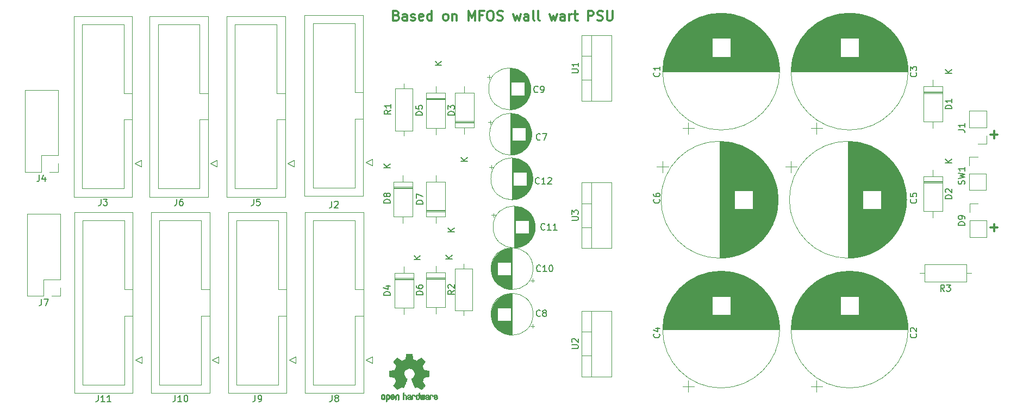
<source format=gbr>
G04 #@! TF.GenerationSoftware,KiCad,Pcbnew,6.0.2+dfsg-1*
G04 #@! TF.CreationDate,2023-05-14T11:53:56+12:00*
G04 #@! TF.ProjectId,MFOS-wallwart,4d464f53-2d77-4616-9c6c-776172742e6b,rev?*
G04 #@! TF.SameCoordinates,Original*
G04 #@! TF.FileFunction,Legend,Top*
G04 #@! TF.FilePolarity,Positive*
%FSLAX46Y46*%
G04 Gerber Fmt 4.6, Leading zero omitted, Abs format (unit mm)*
G04 Created by KiCad (PCBNEW 6.0.2+dfsg-1) date 2023-05-14 11:53:56*
%MOMM*%
%LPD*%
G01*
G04 APERTURE LIST*
%ADD10C,0.300000*%
%ADD11C,0.150000*%
%ADD12C,0.120000*%
%ADD13C,0.010000*%
G04 APERTURE END LIST*
D10*
X113428571Y-58492857D02*
X113642857Y-58564285D01*
X113714285Y-58635714D01*
X113785714Y-58778571D01*
X113785714Y-58992857D01*
X113714285Y-59135714D01*
X113642857Y-59207142D01*
X113500000Y-59278571D01*
X112928571Y-59278571D01*
X112928571Y-57778571D01*
X113428571Y-57778571D01*
X113571428Y-57850000D01*
X113642857Y-57921428D01*
X113714285Y-58064285D01*
X113714285Y-58207142D01*
X113642857Y-58350000D01*
X113571428Y-58421428D01*
X113428571Y-58492857D01*
X112928571Y-58492857D01*
X115071428Y-59278571D02*
X115071428Y-58492857D01*
X115000000Y-58350000D01*
X114857142Y-58278571D01*
X114571428Y-58278571D01*
X114428571Y-58350000D01*
X115071428Y-59207142D02*
X114928571Y-59278571D01*
X114571428Y-59278571D01*
X114428571Y-59207142D01*
X114357142Y-59064285D01*
X114357142Y-58921428D01*
X114428571Y-58778571D01*
X114571428Y-58707142D01*
X114928571Y-58707142D01*
X115071428Y-58635714D01*
X115714285Y-59207142D02*
X115857142Y-59278571D01*
X116142857Y-59278571D01*
X116285714Y-59207142D01*
X116357142Y-59064285D01*
X116357142Y-58992857D01*
X116285714Y-58850000D01*
X116142857Y-58778571D01*
X115928571Y-58778571D01*
X115785714Y-58707142D01*
X115714285Y-58564285D01*
X115714285Y-58492857D01*
X115785714Y-58350000D01*
X115928571Y-58278571D01*
X116142857Y-58278571D01*
X116285714Y-58350000D01*
X117571428Y-59207142D02*
X117428571Y-59278571D01*
X117142857Y-59278571D01*
X117000000Y-59207142D01*
X116928571Y-59064285D01*
X116928571Y-58492857D01*
X117000000Y-58350000D01*
X117142857Y-58278571D01*
X117428571Y-58278571D01*
X117571428Y-58350000D01*
X117642857Y-58492857D01*
X117642857Y-58635714D01*
X116928571Y-58778571D01*
X118928571Y-59278571D02*
X118928571Y-57778571D01*
X118928571Y-59207142D02*
X118785714Y-59278571D01*
X118500000Y-59278571D01*
X118357142Y-59207142D01*
X118285714Y-59135714D01*
X118214285Y-58992857D01*
X118214285Y-58564285D01*
X118285714Y-58421428D01*
X118357142Y-58350000D01*
X118500000Y-58278571D01*
X118785714Y-58278571D01*
X118928571Y-58350000D01*
X121000000Y-59278571D02*
X120857142Y-59207142D01*
X120785714Y-59135714D01*
X120714285Y-58992857D01*
X120714285Y-58564285D01*
X120785714Y-58421428D01*
X120857142Y-58350000D01*
X121000000Y-58278571D01*
X121214285Y-58278571D01*
X121357142Y-58350000D01*
X121428571Y-58421428D01*
X121500000Y-58564285D01*
X121500000Y-58992857D01*
X121428571Y-59135714D01*
X121357142Y-59207142D01*
X121214285Y-59278571D01*
X121000000Y-59278571D01*
X122142857Y-58278571D02*
X122142857Y-59278571D01*
X122142857Y-58421428D02*
X122214285Y-58350000D01*
X122357142Y-58278571D01*
X122571428Y-58278571D01*
X122714285Y-58350000D01*
X122785714Y-58492857D01*
X122785714Y-59278571D01*
X124642857Y-59278571D02*
X124642857Y-57778571D01*
X125142857Y-58850000D01*
X125642857Y-57778571D01*
X125642857Y-59278571D01*
X126857142Y-58492857D02*
X126357142Y-58492857D01*
X126357142Y-59278571D02*
X126357142Y-57778571D01*
X127071428Y-57778571D01*
X127928571Y-57778571D02*
X128214285Y-57778571D01*
X128357142Y-57850000D01*
X128500000Y-57992857D01*
X128571428Y-58278571D01*
X128571428Y-58778571D01*
X128500000Y-59064285D01*
X128357142Y-59207142D01*
X128214285Y-59278571D01*
X127928571Y-59278571D01*
X127785714Y-59207142D01*
X127642857Y-59064285D01*
X127571428Y-58778571D01*
X127571428Y-58278571D01*
X127642857Y-57992857D01*
X127785714Y-57850000D01*
X127928571Y-57778571D01*
X129142857Y-59207142D02*
X129357142Y-59278571D01*
X129714285Y-59278571D01*
X129857142Y-59207142D01*
X129928571Y-59135714D01*
X130000000Y-58992857D01*
X130000000Y-58850000D01*
X129928571Y-58707142D01*
X129857142Y-58635714D01*
X129714285Y-58564285D01*
X129428571Y-58492857D01*
X129285714Y-58421428D01*
X129214285Y-58350000D01*
X129142857Y-58207142D01*
X129142857Y-58064285D01*
X129214285Y-57921428D01*
X129285714Y-57850000D01*
X129428571Y-57778571D01*
X129785714Y-57778571D01*
X130000000Y-57850000D01*
X131642857Y-58278571D02*
X131928571Y-59278571D01*
X132214285Y-58564285D01*
X132500000Y-59278571D01*
X132785714Y-58278571D01*
X134000000Y-59278571D02*
X134000000Y-58492857D01*
X133928571Y-58350000D01*
X133785714Y-58278571D01*
X133500000Y-58278571D01*
X133357142Y-58350000D01*
X134000000Y-59207142D02*
X133857142Y-59278571D01*
X133500000Y-59278571D01*
X133357142Y-59207142D01*
X133285714Y-59064285D01*
X133285714Y-58921428D01*
X133357142Y-58778571D01*
X133500000Y-58707142D01*
X133857142Y-58707142D01*
X134000000Y-58635714D01*
X134928571Y-59278571D02*
X134785714Y-59207142D01*
X134714285Y-59064285D01*
X134714285Y-57778571D01*
X135714285Y-59278571D02*
X135571428Y-59207142D01*
X135500000Y-59064285D01*
X135500000Y-57778571D01*
X137285714Y-58278571D02*
X137571428Y-59278571D01*
X137857142Y-58564285D01*
X138142857Y-59278571D01*
X138428571Y-58278571D01*
X139642857Y-59278571D02*
X139642857Y-58492857D01*
X139571428Y-58350000D01*
X139428571Y-58278571D01*
X139142857Y-58278571D01*
X139000000Y-58350000D01*
X139642857Y-59207142D02*
X139500000Y-59278571D01*
X139142857Y-59278571D01*
X139000000Y-59207142D01*
X138928571Y-59064285D01*
X138928571Y-58921428D01*
X139000000Y-58778571D01*
X139142857Y-58707142D01*
X139500000Y-58707142D01*
X139642857Y-58635714D01*
X140357142Y-59278571D02*
X140357142Y-58278571D01*
X140357142Y-58564285D02*
X140428571Y-58421428D01*
X140500000Y-58350000D01*
X140642857Y-58278571D01*
X140785714Y-58278571D01*
X141071428Y-58278571D02*
X141642857Y-58278571D01*
X141285714Y-57778571D02*
X141285714Y-59064285D01*
X141357142Y-59207142D01*
X141500000Y-59278571D01*
X141642857Y-59278571D01*
X143285714Y-59278571D02*
X143285714Y-57778571D01*
X143857142Y-57778571D01*
X144000000Y-57850000D01*
X144071428Y-57921428D01*
X144142857Y-58064285D01*
X144142857Y-58278571D01*
X144071428Y-58421428D01*
X144000000Y-58492857D01*
X143857142Y-58564285D01*
X143285714Y-58564285D01*
X144714285Y-59207142D02*
X144928571Y-59278571D01*
X145285714Y-59278571D01*
X145428571Y-59207142D01*
X145500000Y-59135714D01*
X145571428Y-58992857D01*
X145571428Y-58850000D01*
X145500000Y-58707142D01*
X145428571Y-58635714D01*
X145285714Y-58564285D01*
X145000000Y-58492857D01*
X144857142Y-58421428D01*
X144785714Y-58350000D01*
X144714285Y-58207142D01*
X144714285Y-58064285D01*
X144785714Y-57921428D01*
X144857142Y-57850000D01*
X145000000Y-57778571D01*
X145357142Y-57778571D01*
X145571428Y-57850000D01*
X146214285Y-57778571D02*
X146214285Y-58992857D01*
X146285714Y-59135714D01*
X146357142Y-59207142D01*
X146500000Y-59278571D01*
X146785714Y-59278571D01*
X146928571Y-59207142D01*
X147000000Y-59135714D01*
X147071428Y-58992857D01*
X147071428Y-57778571D01*
X207071428Y-77107142D02*
X205928571Y-77107142D01*
X206500000Y-77678571D02*
X206500000Y-76535714D01*
X207071428Y-91607142D02*
X205928571Y-91607142D01*
X206500000Y-92178571D02*
X206500000Y-91035714D01*
D11*
X135676111Y-84682780D02*
X135628492Y-84730399D01*
X135485635Y-84778018D01*
X135390397Y-84778018D01*
X135247540Y-84730399D01*
X135152302Y-84635161D01*
X135104683Y-84539923D01*
X135057064Y-84349447D01*
X135057064Y-84206590D01*
X135104683Y-84016114D01*
X135152302Y-83920876D01*
X135247540Y-83825638D01*
X135390397Y-83778018D01*
X135485635Y-83778018D01*
X135628492Y-83825638D01*
X135676111Y-83873257D01*
X136628492Y-84778018D02*
X136057064Y-84778018D01*
X136342778Y-84778018D02*
X136342778Y-83778018D01*
X136247540Y-83920876D01*
X136152302Y-84016114D01*
X136057064Y-84063733D01*
X137009445Y-83873257D02*
X137057064Y-83825638D01*
X137152302Y-83778018D01*
X137390397Y-83778018D01*
X137485635Y-83825638D01*
X137533254Y-83873257D01*
X137580873Y-83968495D01*
X137580873Y-84063733D01*
X137533254Y-84206590D01*
X136961826Y-84778018D01*
X137580873Y-84778018D01*
X136539521Y-91857142D02*
X136491902Y-91904761D01*
X136349045Y-91952380D01*
X136253807Y-91952380D01*
X136110950Y-91904761D01*
X136015712Y-91809523D01*
X135968093Y-91714285D01*
X135920474Y-91523809D01*
X135920474Y-91380952D01*
X135968093Y-91190476D01*
X136015712Y-91095238D01*
X136110950Y-91000000D01*
X136253807Y-90952380D01*
X136349045Y-90952380D01*
X136491902Y-91000000D01*
X136539521Y-91047619D01*
X137491902Y-91952380D02*
X136920474Y-91952380D01*
X137206188Y-91952380D02*
X137206188Y-90952380D01*
X137110950Y-91095238D01*
X137015712Y-91190476D01*
X136920474Y-91238095D01*
X138444283Y-91952380D02*
X137872855Y-91952380D01*
X138158569Y-91952380D02*
X138158569Y-90952380D01*
X138063331Y-91095238D01*
X137968093Y-91190476D01*
X137872855Y-91238095D01*
X135857142Y-98357142D02*
X135809523Y-98404761D01*
X135666666Y-98452380D01*
X135571428Y-98452380D01*
X135428571Y-98404761D01*
X135333333Y-98309523D01*
X135285714Y-98214285D01*
X135238095Y-98023809D01*
X135238095Y-97880952D01*
X135285714Y-97690476D01*
X135333333Y-97595238D01*
X135428571Y-97500000D01*
X135571428Y-97452380D01*
X135666666Y-97452380D01*
X135809523Y-97500000D01*
X135857142Y-97547619D01*
X136809523Y-98452380D02*
X136238095Y-98452380D01*
X136523809Y-98452380D02*
X136523809Y-97452380D01*
X136428571Y-97595238D01*
X136333333Y-97690476D01*
X136238095Y-97738095D01*
X137428571Y-97452380D02*
X137523809Y-97452380D01*
X137619047Y-97500000D01*
X137666666Y-97547619D01*
X137714285Y-97642857D01*
X137761904Y-97833333D01*
X137761904Y-98071428D01*
X137714285Y-98261904D01*
X137666666Y-98357142D01*
X137619047Y-98404761D01*
X137523809Y-98452380D01*
X137428571Y-98452380D01*
X137333333Y-98404761D01*
X137285714Y-98357142D01*
X137238095Y-98261904D01*
X137190476Y-98071428D01*
X137190476Y-97833333D01*
X137238095Y-97642857D01*
X137285714Y-97547619D01*
X137333333Y-97500000D01*
X137428571Y-97452380D01*
X135456704Y-70423008D02*
X135409085Y-70470627D01*
X135266228Y-70518246D01*
X135170990Y-70518246D01*
X135028132Y-70470627D01*
X134932894Y-70375389D01*
X134885275Y-70280151D01*
X134837656Y-70089675D01*
X134837656Y-69946818D01*
X134885275Y-69756342D01*
X134932894Y-69661104D01*
X135028132Y-69565866D01*
X135170990Y-69518246D01*
X135266228Y-69518246D01*
X135409085Y-69565866D01*
X135456704Y-69613485D01*
X135932894Y-70518246D02*
X136123371Y-70518246D01*
X136218609Y-70470627D01*
X136266228Y-70423008D01*
X136361466Y-70280151D01*
X136409085Y-70089675D01*
X136409085Y-69708723D01*
X136361466Y-69613485D01*
X136313847Y-69565866D01*
X136218609Y-69518246D01*
X136028132Y-69518246D01*
X135932894Y-69565866D01*
X135885275Y-69613485D01*
X135837656Y-69708723D01*
X135837656Y-69946818D01*
X135885275Y-70042056D01*
X135932894Y-70089675D01*
X136028132Y-70137294D01*
X136218609Y-70137294D01*
X136313847Y-70089675D01*
X136361466Y-70042056D01*
X136409085Y-69946818D01*
X135833333Y-105357142D02*
X135785714Y-105404761D01*
X135642857Y-105452380D01*
X135547619Y-105452380D01*
X135404761Y-105404761D01*
X135309523Y-105309523D01*
X135261904Y-105214285D01*
X135214285Y-105023809D01*
X135214285Y-104880952D01*
X135261904Y-104690476D01*
X135309523Y-104595238D01*
X135404761Y-104500000D01*
X135547619Y-104452380D01*
X135642857Y-104452380D01*
X135785714Y-104500000D01*
X135833333Y-104547619D01*
X136404761Y-104880952D02*
X136309523Y-104833333D01*
X136261904Y-104785714D01*
X136214285Y-104690476D01*
X136214285Y-104642857D01*
X136261904Y-104547619D01*
X136309523Y-104500000D01*
X136404761Y-104452380D01*
X136595238Y-104452380D01*
X136690476Y-104500000D01*
X136738095Y-104547619D01*
X136785714Y-104642857D01*
X136785714Y-104690476D01*
X136738095Y-104785714D01*
X136690476Y-104833333D01*
X136595238Y-104880952D01*
X136404761Y-104880952D01*
X136309523Y-104928571D01*
X136261904Y-104976190D01*
X136214285Y-105071428D01*
X136214285Y-105261904D01*
X136261904Y-105357142D01*
X136309523Y-105404761D01*
X136404761Y-105452380D01*
X136595238Y-105452380D01*
X136690476Y-105404761D01*
X136738095Y-105357142D01*
X136785714Y-105261904D01*
X136785714Y-105071428D01*
X136738095Y-104976190D01*
X136690476Y-104928571D01*
X136595238Y-104880952D01*
X135833333Y-77857142D02*
X135785714Y-77904761D01*
X135642857Y-77952380D01*
X135547619Y-77952380D01*
X135404761Y-77904761D01*
X135309523Y-77809523D01*
X135261904Y-77714285D01*
X135214285Y-77523809D01*
X135214285Y-77380952D01*
X135261904Y-77190476D01*
X135309523Y-77095238D01*
X135404761Y-77000000D01*
X135547619Y-76952380D01*
X135642857Y-76952380D01*
X135785714Y-77000000D01*
X135833333Y-77047619D01*
X136166666Y-76952380D02*
X136833333Y-76952380D01*
X136404761Y-77952380D01*
X66985476Y-117752380D02*
X66985476Y-118466666D01*
X66937857Y-118609523D01*
X66842619Y-118704761D01*
X66699761Y-118752380D01*
X66604523Y-118752380D01*
X67985476Y-118752380D02*
X67414047Y-118752380D01*
X67699761Y-118752380D02*
X67699761Y-117752380D01*
X67604523Y-117895238D01*
X67509285Y-117990476D01*
X67414047Y-118038095D01*
X68937857Y-118752380D02*
X68366428Y-118752380D01*
X68652142Y-118752380D02*
X68652142Y-117752380D01*
X68556904Y-117895238D01*
X68461666Y-117990476D01*
X68366428Y-118038095D01*
X78965476Y-117752380D02*
X78965476Y-118466666D01*
X78917857Y-118609523D01*
X78822619Y-118704761D01*
X78679761Y-118752380D01*
X78584523Y-118752380D01*
X79965476Y-118752380D02*
X79394047Y-118752380D01*
X79679761Y-118752380D02*
X79679761Y-117752380D01*
X79584523Y-117895238D01*
X79489285Y-117990476D01*
X79394047Y-118038095D01*
X80584523Y-117752380D02*
X80679761Y-117752380D01*
X80775000Y-117800000D01*
X80822619Y-117847619D01*
X80870238Y-117942857D01*
X80917857Y-118133333D01*
X80917857Y-118371428D01*
X80870238Y-118561904D01*
X80822619Y-118657142D01*
X80775000Y-118704761D01*
X80679761Y-118752380D01*
X80584523Y-118752380D01*
X80489285Y-118704761D01*
X80441666Y-118657142D01*
X80394047Y-118561904D01*
X80346428Y-118371428D01*
X80346428Y-118133333D01*
X80394047Y-117942857D01*
X80441666Y-117847619D01*
X80489285Y-117800000D01*
X80584523Y-117752380D01*
X91421666Y-117752380D02*
X91421666Y-118466666D01*
X91374047Y-118609523D01*
X91278809Y-118704761D01*
X91135952Y-118752380D01*
X91040714Y-118752380D01*
X91945476Y-118752380D02*
X92135952Y-118752380D01*
X92231190Y-118704761D01*
X92278809Y-118657142D01*
X92374047Y-118514285D01*
X92421666Y-118323809D01*
X92421666Y-117942857D01*
X92374047Y-117847619D01*
X92326428Y-117800000D01*
X92231190Y-117752380D01*
X92040714Y-117752380D01*
X91945476Y-117800000D01*
X91897857Y-117847619D01*
X91850238Y-117942857D01*
X91850238Y-118180952D01*
X91897857Y-118276190D01*
X91945476Y-118323809D01*
X92040714Y-118371428D01*
X92231190Y-118371428D01*
X92326428Y-118323809D01*
X92374047Y-118276190D01*
X92421666Y-118180952D01*
X103401666Y-117752380D02*
X103401666Y-118466666D01*
X103354047Y-118609523D01*
X103258809Y-118704761D01*
X103115952Y-118752380D01*
X103020714Y-118752380D01*
X104020714Y-118180952D02*
X103925476Y-118133333D01*
X103877857Y-118085714D01*
X103830238Y-117990476D01*
X103830238Y-117942857D01*
X103877857Y-117847619D01*
X103925476Y-117800000D01*
X104020714Y-117752380D01*
X104211190Y-117752380D01*
X104306428Y-117800000D01*
X104354047Y-117847619D01*
X104401666Y-117942857D01*
X104401666Y-117990476D01*
X104354047Y-118085714D01*
X104306428Y-118133333D01*
X104211190Y-118180952D01*
X104020714Y-118180952D01*
X103925476Y-118228571D01*
X103877857Y-118276190D01*
X103830238Y-118371428D01*
X103830238Y-118561904D01*
X103877857Y-118657142D01*
X103925476Y-118704761D01*
X104020714Y-118752380D01*
X104211190Y-118752380D01*
X104306428Y-118704761D01*
X104354047Y-118657142D01*
X104401666Y-118561904D01*
X104401666Y-118371428D01*
X104354047Y-118276190D01*
X104306428Y-118228571D01*
X104211190Y-118180952D01*
X58136666Y-102722380D02*
X58136666Y-103436666D01*
X58089047Y-103579523D01*
X57993809Y-103674761D01*
X57850952Y-103722380D01*
X57755714Y-103722380D01*
X58517619Y-102722380D02*
X59184285Y-102722380D01*
X58755714Y-103722380D01*
X57796666Y-83382380D02*
X57796666Y-84096666D01*
X57749047Y-84239523D01*
X57653809Y-84334761D01*
X57510952Y-84382380D01*
X57415714Y-84382380D01*
X58701428Y-83715714D02*
X58701428Y-84382380D01*
X58463333Y-83334761D02*
X58225238Y-84049047D01*
X58844285Y-84049047D01*
X67396666Y-87152380D02*
X67396666Y-87866666D01*
X67349047Y-88009523D01*
X67253809Y-88104761D01*
X67110952Y-88152380D01*
X67015714Y-88152380D01*
X67777619Y-87152380D02*
X68396666Y-87152380D01*
X68063333Y-87533333D01*
X68206190Y-87533333D01*
X68301428Y-87580952D01*
X68349047Y-87628571D01*
X68396666Y-87723809D01*
X68396666Y-87961904D01*
X68349047Y-88057142D01*
X68301428Y-88104761D01*
X68206190Y-88152380D01*
X67920476Y-88152380D01*
X67825238Y-88104761D01*
X67777619Y-88057142D01*
X79196666Y-87152380D02*
X79196666Y-87866666D01*
X79149047Y-88009523D01*
X79053809Y-88104761D01*
X78910952Y-88152380D01*
X78815714Y-88152380D01*
X80101428Y-87152380D02*
X79910952Y-87152380D01*
X79815714Y-87200000D01*
X79768095Y-87247619D01*
X79672857Y-87390476D01*
X79625238Y-87580952D01*
X79625238Y-87961904D01*
X79672857Y-88057142D01*
X79720476Y-88104761D01*
X79815714Y-88152380D01*
X80006190Y-88152380D01*
X80101428Y-88104761D01*
X80149047Y-88057142D01*
X80196666Y-87961904D01*
X80196666Y-87723809D01*
X80149047Y-87628571D01*
X80101428Y-87580952D01*
X80006190Y-87533333D01*
X79815714Y-87533333D01*
X79720476Y-87580952D01*
X79672857Y-87628571D01*
X79625238Y-87723809D01*
X91196666Y-87152380D02*
X91196666Y-87866666D01*
X91149047Y-88009523D01*
X91053809Y-88104761D01*
X90910952Y-88152380D01*
X90815714Y-88152380D01*
X92149047Y-87152380D02*
X91672857Y-87152380D01*
X91625238Y-87628571D01*
X91672857Y-87580952D01*
X91768095Y-87533333D01*
X92006190Y-87533333D01*
X92101428Y-87580952D01*
X92149047Y-87628571D01*
X92196666Y-87723809D01*
X92196666Y-87961904D01*
X92149047Y-88057142D01*
X92101428Y-88104761D01*
X92006190Y-88152380D01*
X91768095Y-88152380D01*
X91672857Y-88104761D01*
X91625238Y-88057142D01*
X103348266Y-87495980D02*
X103348266Y-88210266D01*
X103300647Y-88353123D01*
X103205409Y-88448361D01*
X103062552Y-88495980D01*
X102967314Y-88495980D01*
X103776838Y-87591219D02*
X103824457Y-87543600D01*
X103919695Y-87495980D01*
X104157790Y-87495980D01*
X104253028Y-87543600D01*
X104300647Y-87591219D01*
X104348266Y-87686457D01*
X104348266Y-87781695D01*
X104300647Y-87924552D01*
X103729219Y-88495980D01*
X104348266Y-88495980D01*
X198766133Y-101526780D02*
X198432800Y-101050590D01*
X198194704Y-101526780D02*
X198194704Y-100526780D01*
X198575657Y-100526780D01*
X198670895Y-100574400D01*
X198718514Y-100622019D01*
X198766133Y-100717257D01*
X198766133Y-100860114D01*
X198718514Y-100955352D01*
X198670895Y-101002971D01*
X198575657Y-101050590D01*
X198194704Y-101050590D01*
X199099466Y-100526780D02*
X199718514Y-100526780D01*
X199385180Y-100907733D01*
X199528038Y-100907733D01*
X199623276Y-100955352D01*
X199670895Y-101002971D01*
X199718514Y-101098209D01*
X199718514Y-101336304D01*
X199670895Y-101431542D01*
X199623276Y-101479161D01*
X199528038Y-101526780D01*
X199242323Y-101526780D01*
X199147085Y-101479161D01*
X199099466Y-101431542D01*
X201952380Y-91238095D02*
X200952380Y-91238095D01*
X200952380Y-91000000D01*
X201000000Y-90857142D01*
X201095238Y-90761904D01*
X201190476Y-90714285D01*
X201380952Y-90666666D01*
X201523809Y-90666666D01*
X201714285Y-90714285D01*
X201809523Y-90761904D01*
X201904761Y-90857142D01*
X201952380Y-91000000D01*
X201952380Y-91238095D01*
X201952380Y-90190476D02*
X201952380Y-90000000D01*
X201904761Y-89904761D01*
X201857142Y-89857142D01*
X201714285Y-89761904D01*
X201523809Y-89714285D01*
X201142857Y-89714285D01*
X201047619Y-89761904D01*
X201000000Y-89809523D01*
X200952380Y-89904761D01*
X200952380Y-90095238D01*
X201000000Y-90190476D01*
X201047619Y-90238095D01*
X201142857Y-90285714D01*
X201380952Y-90285714D01*
X201476190Y-90238095D01*
X201523809Y-90190476D01*
X201571428Y-90095238D01*
X201571428Y-89904761D01*
X201523809Y-89809523D01*
X201476190Y-89761904D01*
X201380952Y-89714285D01*
X201904761Y-84833333D02*
X201952380Y-84690476D01*
X201952380Y-84452380D01*
X201904761Y-84357142D01*
X201857142Y-84309523D01*
X201761904Y-84261904D01*
X201666666Y-84261904D01*
X201571428Y-84309523D01*
X201523809Y-84357142D01*
X201476190Y-84452380D01*
X201428571Y-84642857D01*
X201380952Y-84738095D01*
X201333333Y-84785714D01*
X201238095Y-84833333D01*
X201142857Y-84833333D01*
X201047619Y-84785714D01*
X201000000Y-84738095D01*
X200952380Y-84642857D01*
X200952380Y-84404761D01*
X201000000Y-84261904D01*
X200952380Y-83928571D02*
X201952380Y-83690476D01*
X201238095Y-83500000D01*
X201952380Y-83309523D01*
X200952380Y-83071428D01*
X201952380Y-82166666D02*
X201952380Y-82738095D01*
X201952380Y-82452380D02*
X200952380Y-82452380D01*
X201095238Y-82547619D01*
X201190476Y-82642857D01*
X201238095Y-82738095D01*
X200952380Y-76333333D02*
X201666666Y-76333333D01*
X201809523Y-76380952D01*
X201904761Y-76476190D01*
X201952380Y-76619047D01*
X201952380Y-76714285D01*
X201952380Y-75333333D02*
X201952380Y-75904761D01*
X201952380Y-75619047D02*
X200952380Y-75619047D01*
X201095238Y-75714285D01*
X201190476Y-75809523D01*
X201238095Y-75904761D01*
X112452380Y-87738095D02*
X111452380Y-87738095D01*
X111452380Y-87500000D01*
X111500000Y-87357142D01*
X111595238Y-87261904D01*
X111690476Y-87214285D01*
X111880952Y-87166666D01*
X112023809Y-87166666D01*
X112214285Y-87214285D01*
X112309523Y-87261904D01*
X112404761Y-87357142D01*
X112452380Y-87500000D01*
X112452380Y-87738095D01*
X111880952Y-86595238D02*
X111833333Y-86690476D01*
X111785714Y-86738095D01*
X111690476Y-86785714D01*
X111642857Y-86785714D01*
X111547619Y-86738095D01*
X111500000Y-86690476D01*
X111452380Y-86595238D01*
X111452380Y-86404761D01*
X111500000Y-86309523D01*
X111547619Y-86261904D01*
X111642857Y-86214285D01*
X111690476Y-86214285D01*
X111785714Y-86261904D01*
X111833333Y-86309523D01*
X111880952Y-86404761D01*
X111880952Y-86595238D01*
X111928571Y-86690476D01*
X111976190Y-86738095D01*
X112071428Y-86785714D01*
X112261904Y-86785714D01*
X112357142Y-86738095D01*
X112404761Y-86690476D01*
X112452380Y-86595238D01*
X112452380Y-86404761D01*
X112404761Y-86309523D01*
X112357142Y-86261904D01*
X112261904Y-86214285D01*
X112071428Y-86214285D01*
X111976190Y-86261904D01*
X111928571Y-86309523D01*
X111880952Y-86404761D01*
X112452380Y-82261904D02*
X111452380Y-82261904D01*
X112452380Y-81690476D02*
X111880952Y-82119047D01*
X111452380Y-81690476D02*
X112023809Y-82261904D01*
X117533980Y-87897695D02*
X116533980Y-87897695D01*
X116533980Y-87659600D01*
X116581600Y-87516742D01*
X116676838Y-87421504D01*
X116772076Y-87373885D01*
X116962552Y-87326266D01*
X117105409Y-87326266D01*
X117295885Y-87373885D01*
X117391123Y-87421504D01*
X117486361Y-87516742D01*
X117533980Y-87659600D01*
X117533980Y-87897695D01*
X116533980Y-86992933D02*
X116533980Y-86326266D01*
X117533980Y-86754838D01*
X122452380Y-92261904D02*
X121452380Y-92261904D01*
X122452380Y-91690476D02*
X121880952Y-92119047D01*
X121452380Y-91690476D02*
X122023809Y-92261904D01*
X140733980Y-90461504D02*
X141543504Y-90461504D01*
X141638742Y-90413885D01*
X141686361Y-90366266D01*
X141733980Y-90271028D01*
X141733980Y-90080552D01*
X141686361Y-89985314D01*
X141638742Y-89937695D01*
X141543504Y-89890076D01*
X140733980Y-89890076D01*
X140733980Y-89509123D02*
X140733980Y-88890076D01*
X141114933Y-89223409D01*
X141114933Y-89080552D01*
X141162552Y-88985314D01*
X141210171Y-88937695D01*
X141305409Y-88890076D01*
X141543504Y-88890076D01*
X141638742Y-88937695D01*
X141686361Y-88985314D01*
X141733980Y-89080552D01*
X141733980Y-89366266D01*
X141686361Y-89461504D01*
X141638742Y-89509123D01*
X140733980Y-110461504D02*
X141543504Y-110461504D01*
X141638742Y-110413885D01*
X141686361Y-110366266D01*
X141733980Y-110271028D01*
X141733980Y-110080552D01*
X141686361Y-109985314D01*
X141638742Y-109937695D01*
X141543504Y-109890076D01*
X140733980Y-109890076D01*
X140829219Y-109461504D02*
X140781600Y-109413885D01*
X140733980Y-109318647D01*
X140733980Y-109080552D01*
X140781600Y-108985314D01*
X140829219Y-108937695D01*
X140924457Y-108890076D01*
X141019695Y-108890076D01*
X141162552Y-108937695D01*
X141733980Y-109509123D01*
X141733980Y-108890076D01*
X140733980Y-67461504D02*
X141543504Y-67461504D01*
X141638742Y-67413885D01*
X141686361Y-67366266D01*
X141733980Y-67271028D01*
X141733980Y-67080552D01*
X141686361Y-66985314D01*
X141638742Y-66937695D01*
X141543504Y-66890076D01*
X140733980Y-66890076D01*
X141733980Y-65890076D02*
X141733980Y-66461504D01*
X141733980Y-66175790D02*
X140733980Y-66175790D01*
X140876838Y-66271028D01*
X140972076Y-66366266D01*
X141019695Y-66461504D01*
X154357142Y-108166666D02*
X154404761Y-108214285D01*
X154452380Y-108357142D01*
X154452380Y-108452380D01*
X154404761Y-108595238D01*
X154309523Y-108690476D01*
X154214285Y-108738095D01*
X154023809Y-108785714D01*
X153880952Y-108785714D01*
X153690476Y-108738095D01*
X153595238Y-108690476D01*
X153500000Y-108595238D01*
X153452380Y-108452380D01*
X153452380Y-108357142D01*
X153500000Y-108214285D01*
X153547619Y-108166666D01*
X153785714Y-107309523D02*
X154452380Y-107309523D01*
X153404761Y-107547619D02*
X154119047Y-107785714D01*
X154119047Y-107166666D01*
X122452380Y-101411066D02*
X121976190Y-101744400D01*
X122452380Y-101982495D02*
X121452380Y-101982495D01*
X121452380Y-101601542D01*
X121500000Y-101506304D01*
X121547619Y-101458685D01*
X121642857Y-101411066D01*
X121785714Y-101411066D01*
X121880952Y-101458685D01*
X121928571Y-101506304D01*
X121976190Y-101601542D01*
X121976190Y-101982495D01*
X121547619Y-101030114D02*
X121500000Y-100982495D01*
X121452380Y-100887257D01*
X121452380Y-100649161D01*
X121500000Y-100553923D01*
X121547619Y-100506304D01*
X121642857Y-100458685D01*
X121738095Y-100458685D01*
X121880952Y-100506304D01*
X122452380Y-101077733D01*
X122452380Y-100458685D01*
X112557180Y-73289466D02*
X112080990Y-73622800D01*
X112557180Y-73860895D02*
X111557180Y-73860895D01*
X111557180Y-73479942D01*
X111604800Y-73384704D01*
X111652419Y-73337085D01*
X111747657Y-73289466D01*
X111890514Y-73289466D01*
X111985752Y-73337085D01*
X112033371Y-73384704D01*
X112080990Y-73479942D01*
X112080990Y-73860895D01*
X112557180Y-72337085D02*
X112557180Y-72908514D01*
X112557180Y-72622800D02*
X111557180Y-72622800D01*
X111700038Y-72718038D01*
X111795276Y-72813276D01*
X111842895Y-72908514D01*
X117503980Y-102057695D02*
X116503980Y-102057695D01*
X116503980Y-101819600D01*
X116551600Y-101676742D01*
X116646838Y-101581504D01*
X116742076Y-101533885D01*
X116932552Y-101486266D01*
X117075409Y-101486266D01*
X117265885Y-101533885D01*
X117361123Y-101581504D01*
X117456361Y-101676742D01*
X117503980Y-101819600D01*
X117503980Y-102057695D01*
X116503980Y-100629123D02*
X116503980Y-100819600D01*
X116551600Y-100914838D01*
X116599219Y-100962457D01*
X116742076Y-101057695D01*
X116932552Y-101105314D01*
X117313504Y-101105314D01*
X117408742Y-101057695D01*
X117456361Y-101010076D01*
X117503980Y-100914838D01*
X117503980Y-100724361D01*
X117456361Y-100629123D01*
X117408742Y-100581504D01*
X117313504Y-100533885D01*
X117075409Y-100533885D01*
X116980171Y-100581504D01*
X116932552Y-100629123D01*
X116884933Y-100724361D01*
X116884933Y-100914838D01*
X116932552Y-101010076D01*
X116980171Y-101057695D01*
X117075409Y-101105314D01*
X122103980Y-96501504D02*
X121103980Y-96501504D01*
X122103980Y-95930076D02*
X121532552Y-96358647D01*
X121103980Y-95930076D02*
X121675409Y-96501504D01*
X117452380Y-74057695D02*
X116452380Y-74057695D01*
X116452380Y-73819600D01*
X116500000Y-73676742D01*
X116595238Y-73581504D01*
X116690476Y-73533885D01*
X116880952Y-73486266D01*
X117023809Y-73486266D01*
X117214285Y-73533885D01*
X117309523Y-73581504D01*
X117404761Y-73676742D01*
X117452380Y-73819600D01*
X117452380Y-74057695D01*
X116452380Y-72581504D02*
X116452380Y-73057695D01*
X116928571Y-73105314D01*
X116880952Y-73057695D01*
X116833333Y-72962457D01*
X116833333Y-72724361D01*
X116880952Y-72629123D01*
X116928571Y-72581504D01*
X117023809Y-72533885D01*
X117261904Y-72533885D01*
X117357142Y-72581504D01*
X117404761Y-72629123D01*
X117452380Y-72724361D01*
X117452380Y-72962457D01*
X117404761Y-73057695D01*
X117357142Y-73105314D01*
X120452380Y-66261904D02*
X119452380Y-66261904D01*
X120452380Y-65690476D02*
X119880952Y-66119047D01*
X119452380Y-65690476D02*
X120023809Y-66261904D01*
X112452380Y-102134895D02*
X111452380Y-102134895D01*
X111452380Y-101896800D01*
X111500000Y-101753942D01*
X111595238Y-101658704D01*
X111690476Y-101611085D01*
X111880952Y-101563466D01*
X112023809Y-101563466D01*
X112214285Y-101611085D01*
X112309523Y-101658704D01*
X112404761Y-101753942D01*
X112452380Y-101896800D01*
X112452380Y-102134895D01*
X111785714Y-100706323D02*
X112452380Y-100706323D01*
X111404761Y-100944419D02*
X112119047Y-101182514D01*
X112119047Y-100563466D01*
X117157180Y-96578704D02*
X116157180Y-96578704D01*
X117157180Y-96007276D02*
X116585752Y-96435847D01*
X116157180Y-96007276D02*
X116728609Y-96578704D01*
X122452380Y-74042495D02*
X121452380Y-74042495D01*
X121452380Y-73804400D01*
X121500000Y-73661542D01*
X121595238Y-73566304D01*
X121690476Y-73518685D01*
X121880952Y-73471066D01*
X122023809Y-73471066D01*
X122214285Y-73518685D01*
X122309523Y-73566304D01*
X122404761Y-73661542D01*
X122452380Y-73804400D01*
X122452380Y-74042495D01*
X121452380Y-73137733D02*
X121452380Y-72518685D01*
X121833333Y-72852019D01*
X121833333Y-72709161D01*
X121880952Y-72613923D01*
X121928571Y-72566304D01*
X122023809Y-72518685D01*
X122261904Y-72518685D01*
X122357142Y-72566304D01*
X122404761Y-72613923D01*
X122452380Y-72709161D01*
X122452380Y-72994876D01*
X122404761Y-73090114D01*
X122357142Y-73137733D01*
X124452380Y-81261904D02*
X123452380Y-81261904D01*
X124452380Y-80690476D02*
X123880952Y-81119047D01*
X123452380Y-80690476D02*
X124023809Y-81261904D01*
X199923580Y-87057695D02*
X198923580Y-87057695D01*
X198923580Y-86819600D01*
X198971200Y-86676742D01*
X199066438Y-86581504D01*
X199161676Y-86533885D01*
X199352152Y-86486266D01*
X199495009Y-86486266D01*
X199685485Y-86533885D01*
X199780723Y-86581504D01*
X199875961Y-86676742D01*
X199923580Y-86819600D01*
X199923580Y-87057695D01*
X199018819Y-86105314D02*
X198971200Y-86057695D01*
X198923580Y-85962457D01*
X198923580Y-85724361D01*
X198971200Y-85629123D01*
X199018819Y-85581504D01*
X199114057Y-85533885D01*
X199209295Y-85533885D01*
X199352152Y-85581504D01*
X199923580Y-86152933D01*
X199923580Y-85533885D01*
X199952380Y-81501504D02*
X198952380Y-81501504D01*
X199952380Y-80930076D02*
X199380952Y-81358647D01*
X198952380Y-80930076D02*
X199523809Y-81501504D01*
X199923580Y-73057695D02*
X198923580Y-73057695D01*
X198923580Y-72819600D01*
X198971200Y-72676742D01*
X199066438Y-72581504D01*
X199161676Y-72533885D01*
X199352152Y-72486266D01*
X199495009Y-72486266D01*
X199685485Y-72533885D01*
X199780723Y-72581504D01*
X199875961Y-72676742D01*
X199923580Y-72819600D01*
X199923580Y-73057695D01*
X199923580Y-71533885D02*
X199923580Y-72105314D01*
X199923580Y-71819600D02*
X198923580Y-71819600D01*
X199066438Y-71914838D01*
X199161676Y-72010076D01*
X199209295Y-72105314D01*
X199952380Y-67501504D02*
X198952380Y-67501504D01*
X199952380Y-66930076D02*
X199380952Y-67358647D01*
X198952380Y-66930076D02*
X199523809Y-67501504D01*
X154357142Y-87166666D02*
X154404761Y-87214285D01*
X154452380Y-87357142D01*
X154452380Y-87452380D01*
X154404761Y-87595238D01*
X154309523Y-87690476D01*
X154214285Y-87738095D01*
X154023809Y-87785714D01*
X153880952Y-87785714D01*
X153690476Y-87738095D01*
X153595238Y-87690476D01*
X153500000Y-87595238D01*
X153452380Y-87452380D01*
X153452380Y-87357142D01*
X153500000Y-87214285D01*
X153547619Y-87166666D01*
X153452380Y-86309523D02*
X153452380Y-86500000D01*
X153500000Y-86595238D01*
X153547619Y-86642857D01*
X153690476Y-86738095D01*
X153880952Y-86785714D01*
X154261904Y-86785714D01*
X154357142Y-86738095D01*
X154404761Y-86690476D01*
X154452380Y-86595238D01*
X154452380Y-86404761D01*
X154404761Y-86309523D01*
X154357142Y-86261904D01*
X154261904Y-86214285D01*
X154023809Y-86214285D01*
X153928571Y-86261904D01*
X153880952Y-86309523D01*
X153833333Y-86404761D01*
X153833333Y-86595238D01*
X153880952Y-86690476D01*
X153928571Y-86738095D01*
X154023809Y-86785714D01*
X194355942Y-87166666D02*
X194403561Y-87214285D01*
X194451180Y-87357142D01*
X194451180Y-87452380D01*
X194403561Y-87595238D01*
X194308323Y-87690476D01*
X194213085Y-87738095D01*
X194022609Y-87785714D01*
X193879752Y-87785714D01*
X193689276Y-87738095D01*
X193594038Y-87690476D01*
X193498800Y-87595238D01*
X193451180Y-87452380D01*
X193451180Y-87357142D01*
X193498800Y-87214285D01*
X193546419Y-87166666D01*
X193451180Y-86261904D02*
X193451180Y-86738095D01*
X193927371Y-86785714D01*
X193879752Y-86738095D01*
X193832133Y-86642857D01*
X193832133Y-86404761D01*
X193879752Y-86309523D01*
X193927371Y-86261904D01*
X194022609Y-86214285D01*
X194260704Y-86214285D01*
X194355942Y-86261904D01*
X194403561Y-86309523D01*
X194451180Y-86404761D01*
X194451180Y-86642857D01*
X194403561Y-86738095D01*
X194355942Y-86785714D01*
X194355942Y-67427066D02*
X194403561Y-67474685D01*
X194451180Y-67617542D01*
X194451180Y-67712780D01*
X194403561Y-67855638D01*
X194308323Y-67950876D01*
X194213085Y-67998495D01*
X194022609Y-68046114D01*
X193879752Y-68046114D01*
X193689276Y-67998495D01*
X193594038Y-67950876D01*
X193498800Y-67855638D01*
X193451180Y-67712780D01*
X193451180Y-67617542D01*
X193498800Y-67474685D01*
X193546419Y-67427066D01*
X193451180Y-67093733D02*
X193451180Y-66474685D01*
X193832133Y-66808019D01*
X193832133Y-66665161D01*
X193879752Y-66569923D01*
X193927371Y-66522304D01*
X194022609Y-66474685D01*
X194260704Y-66474685D01*
X194355942Y-66522304D01*
X194403561Y-66569923D01*
X194451180Y-66665161D01*
X194451180Y-66950876D01*
X194403561Y-67046114D01*
X194355942Y-67093733D01*
X194357142Y-108166666D02*
X194404761Y-108214285D01*
X194452380Y-108357142D01*
X194452380Y-108452380D01*
X194404761Y-108595238D01*
X194309523Y-108690476D01*
X194214285Y-108738095D01*
X194023809Y-108785714D01*
X193880952Y-108785714D01*
X193690476Y-108738095D01*
X193595238Y-108690476D01*
X193500000Y-108595238D01*
X193452380Y-108452380D01*
X193452380Y-108357142D01*
X193500000Y-108214285D01*
X193547619Y-108166666D01*
X193547619Y-107785714D02*
X193500000Y-107738095D01*
X193452380Y-107642857D01*
X193452380Y-107404761D01*
X193500000Y-107309523D01*
X193547619Y-107261904D01*
X193642857Y-107214285D01*
X193738095Y-107214285D01*
X193880952Y-107261904D01*
X194452380Y-107833333D01*
X194452380Y-107214285D01*
X154355942Y-67427066D02*
X154403561Y-67474685D01*
X154451180Y-67617542D01*
X154451180Y-67712780D01*
X154403561Y-67855638D01*
X154308323Y-67950876D01*
X154213085Y-67998495D01*
X154022609Y-68046114D01*
X153879752Y-68046114D01*
X153689276Y-67998495D01*
X153594038Y-67950876D01*
X153498800Y-67855638D01*
X153451180Y-67712780D01*
X153451180Y-67617542D01*
X153498800Y-67474685D01*
X153546419Y-67427066D01*
X154451180Y-66474685D02*
X154451180Y-67046114D01*
X154451180Y-66760400D02*
X153451180Y-66760400D01*
X153594038Y-66855638D01*
X153689276Y-66950876D01*
X153736895Y-67046114D01*
D12*
X128209959Y-81831600D02*
X128209959Y-82461600D01*
X127894959Y-82146600D02*
X128524959Y-82146600D01*
X134636200Y-83583600D02*
X134636200Y-84387600D01*
X134596200Y-83352600D02*
X134596200Y-84618600D01*
X134556200Y-83183600D02*
X134556200Y-84787600D01*
X134516200Y-83045600D02*
X134516200Y-84925600D01*
X134476200Y-82926600D02*
X134476200Y-85044600D01*
X134436200Y-82820600D02*
X134436200Y-85150600D01*
X134396200Y-82723600D02*
X134396200Y-85247600D01*
X134356200Y-82635600D02*
X134356200Y-85335600D01*
X134316200Y-82553600D02*
X134316200Y-85417600D01*
X134276200Y-82476600D02*
X134276200Y-85494600D01*
X134236200Y-82404600D02*
X134236200Y-85566600D01*
X134196200Y-82335600D02*
X134196200Y-85635600D01*
X134156200Y-82271600D02*
X134156200Y-85699600D01*
X134116200Y-82209600D02*
X134116200Y-85761600D01*
X134076200Y-82151600D02*
X134076200Y-85819600D01*
X134036200Y-82095600D02*
X134036200Y-85875600D01*
X133996200Y-82041600D02*
X133996200Y-85929600D01*
X133956200Y-81990600D02*
X133956200Y-85980600D01*
X133916200Y-81941600D02*
X133916200Y-86029600D01*
X133876200Y-81893600D02*
X133876200Y-86077600D01*
X133836200Y-81848600D02*
X133836200Y-86122600D01*
X133796200Y-81803600D02*
X133796200Y-86167600D01*
X133756200Y-81761600D02*
X133756200Y-86209600D01*
X133716200Y-81720600D02*
X133716200Y-86250600D01*
X133676200Y-85025600D02*
X133676200Y-86290600D01*
X133676200Y-81680600D02*
X133676200Y-82945600D01*
X133636200Y-85025600D02*
X133636200Y-86328600D01*
X133636200Y-81642600D02*
X133636200Y-82945600D01*
X133596200Y-85025600D02*
X133596200Y-86365600D01*
X133596200Y-81605600D02*
X133596200Y-82945600D01*
X133556200Y-85025600D02*
X133556200Y-86401600D01*
X133556200Y-81569600D02*
X133556200Y-82945600D01*
X133516200Y-85025600D02*
X133516200Y-86435600D01*
X133516200Y-81535600D02*
X133516200Y-82945600D01*
X133476200Y-85025600D02*
X133476200Y-86469600D01*
X133476200Y-81501600D02*
X133476200Y-82945600D01*
X133436200Y-85025600D02*
X133436200Y-86501600D01*
X133436200Y-81469600D02*
X133436200Y-82945600D01*
X133396200Y-85025600D02*
X133396200Y-86533600D01*
X133396200Y-81437600D02*
X133396200Y-82945600D01*
X133356200Y-85025600D02*
X133356200Y-86563600D01*
X133356200Y-81407600D02*
X133356200Y-82945600D01*
X133316200Y-85025600D02*
X133316200Y-86592600D01*
X133316200Y-81378600D02*
X133316200Y-82945600D01*
X133276200Y-85025600D02*
X133276200Y-86621600D01*
X133276200Y-81349600D02*
X133276200Y-82945600D01*
X133236200Y-85025600D02*
X133236200Y-86649600D01*
X133236200Y-81321600D02*
X133236200Y-82945600D01*
X133196200Y-85025600D02*
X133196200Y-86675600D01*
X133196200Y-81295600D02*
X133196200Y-82945600D01*
X133156200Y-85025600D02*
X133156200Y-86701600D01*
X133156200Y-81269600D02*
X133156200Y-82945600D01*
X133116200Y-85025600D02*
X133116200Y-86727600D01*
X133116200Y-81243600D02*
X133116200Y-82945600D01*
X133076200Y-85025600D02*
X133076200Y-86751600D01*
X133076200Y-81219600D02*
X133076200Y-82945600D01*
X133036200Y-85025600D02*
X133036200Y-86775600D01*
X133036200Y-81195600D02*
X133036200Y-82945600D01*
X132996200Y-85025600D02*
X132996200Y-86797600D01*
X132996200Y-81173600D02*
X132996200Y-82945600D01*
X132956200Y-85025600D02*
X132956200Y-86819600D01*
X132956200Y-81151600D02*
X132956200Y-82945600D01*
X132916200Y-85025600D02*
X132916200Y-86841600D01*
X132916200Y-81129600D02*
X132916200Y-82945600D01*
X132876200Y-85025600D02*
X132876200Y-86861600D01*
X132876200Y-81109600D02*
X132876200Y-82945600D01*
X132836200Y-85025600D02*
X132836200Y-86881600D01*
X132836200Y-81089600D02*
X132836200Y-82945600D01*
X132796200Y-85025600D02*
X132796200Y-86901600D01*
X132796200Y-81069600D02*
X132796200Y-82945600D01*
X132756200Y-85025600D02*
X132756200Y-86919600D01*
X132756200Y-81051600D02*
X132756200Y-82945600D01*
X132716200Y-85025600D02*
X132716200Y-86937600D01*
X132716200Y-81033600D02*
X132716200Y-82945600D01*
X132676200Y-85025600D02*
X132676200Y-86955600D01*
X132676200Y-81015600D02*
X132676200Y-82945600D01*
X132636200Y-85025600D02*
X132636200Y-86971600D01*
X132636200Y-80999600D02*
X132636200Y-82945600D01*
X132596200Y-85025600D02*
X132596200Y-86987600D01*
X132596200Y-80983600D02*
X132596200Y-82945600D01*
X132556200Y-85025600D02*
X132556200Y-87003600D01*
X132556200Y-80967600D02*
X132556200Y-82945600D01*
X132516200Y-85025600D02*
X132516200Y-87018600D01*
X132516200Y-80952600D02*
X132516200Y-82945600D01*
X132476200Y-85025600D02*
X132476200Y-87032600D01*
X132476200Y-80938600D02*
X132476200Y-82945600D01*
X132436200Y-85025600D02*
X132436200Y-87046600D01*
X132436200Y-80924600D02*
X132436200Y-82945600D01*
X132396200Y-85025600D02*
X132396200Y-87059600D01*
X132396200Y-80911600D02*
X132396200Y-82945600D01*
X132356200Y-85025600D02*
X132356200Y-87071600D01*
X132356200Y-80899600D02*
X132356200Y-82945600D01*
X132316200Y-85025600D02*
X132316200Y-87083600D01*
X132316200Y-80887600D02*
X132316200Y-82945600D01*
X132276200Y-85025600D02*
X132276200Y-87095600D01*
X132276200Y-80875600D02*
X132276200Y-82945600D01*
X132236200Y-85025600D02*
X132236200Y-87106600D01*
X132236200Y-80864600D02*
X132236200Y-82945600D01*
X132196200Y-85025600D02*
X132196200Y-87116600D01*
X132196200Y-80854600D02*
X132196200Y-82945600D01*
X132156200Y-85025600D02*
X132156200Y-87126600D01*
X132156200Y-80844600D02*
X132156200Y-82945600D01*
X132116200Y-85025600D02*
X132116200Y-87135600D01*
X132116200Y-80835600D02*
X132116200Y-82945600D01*
X132075200Y-85025600D02*
X132075200Y-87144600D01*
X132075200Y-80826600D02*
X132075200Y-82945600D01*
X132035200Y-85025600D02*
X132035200Y-87152600D01*
X132035200Y-80818600D02*
X132035200Y-82945600D01*
X131995200Y-85025600D02*
X131995200Y-87160600D01*
X131995200Y-80810600D02*
X131995200Y-82945600D01*
X131955200Y-85025600D02*
X131955200Y-87167600D01*
X131955200Y-80803600D02*
X131955200Y-82945600D01*
X131915200Y-85025600D02*
X131915200Y-87174600D01*
X131915200Y-80796600D02*
X131915200Y-82945600D01*
X131875200Y-85025600D02*
X131875200Y-87180600D01*
X131875200Y-80790600D02*
X131875200Y-82945600D01*
X131835200Y-85025600D02*
X131835200Y-87186600D01*
X131835200Y-80784600D02*
X131835200Y-82945600D01*
X131795200Y-85025600D02*
X131795200Y-87191600D01*
X131795200Y-80779600D02*
X131795200Y-82945600D01*
X131755200Y-85025600D02*
X131755200Y-87196600D01*
X131755200Y-80774600D02*
X131755200Y-82945600D01*
X131715200Y-85025600D02*
X131715200Y-87200600D01*
X131715200Y-80770600D02*
X131715200Y-82945600D01*
X131675200Y-85025600D02*
X131675200Y-87203600D01*
X131675200Y-80767600D02*
X131675200Y-82945600D01*
X131635200Y-85025600D02*
X131635200Y-87207600D01*
X131635200Y-80763600D02*
X131635200Y-82945600D01*
X131595200Y-80761600D02*
X131595200Y-87209600D01*
X131555200Y-80758600D02*
X131555200Y-87212600D01*
X131515200Y-80757600D02*
X131515200Y-87213600D01*
X131475200Y-80755600D02*
X131475200Y-87215600D01*
X131435200Y-80755600D02*
X131435200Y-87215600D01*
X131395200Y-80755600D02*
X131395200Y-87215600D01*
X134665200Y-83985600D02*
G75*
G03*
X134665200Y-83985600I-3270000J0D01*
G01*
X135020000Y-91500000D02*
G75*
G03*
X135020000Y-91500000I-3270000J0D01*
G01*
X131750000Y-88270000D02*
X131750000Y-94730000D01*
X131790000Y-88270000D02*
X131790000Y-94730000D01*
X131830000Y-88270000D02*
X131830000Y-94730000D01*
X131870000Y-88272000D02*
X131870000Y-94728000D01*
X131910000Y-88273000D02*
X131910000Y-94727000D01*
X131950000Y-88276000D02*
X131950000Y-94724000D01*
X131990000Y-88278000D02*
X131990000Y-90460000D01*
X131990000Y-92540000D02*
X131990000Y-94722000D01*
X132030000Y-88282000D02*
X132030000Y-90460000D01*
X132030000Y-92540000D02*
X132030000Y-94718000D01*
X132070000Y-88285000D02*
X132070000Y-90460000D01*
X132070000Y-92540000D02*
X132070000Y-94715000D01*
X132110000Y-88289000D02*
X132110000Y-90460000D01*
X132110000Y-92540000D02*
X132110000Y-94711000D01*
X132150000Y-88294000D02*
X132150000Y-90460000D01*
X132150000Y-92540000D02*
X132150000Y-94706000D01*
X132190000Y-88299000D02*
X132190000Y-90460000D01*
X132190000Y-92540000D02*
X132190000Y-94701000D01*
X132230000Y-88305000D02*
X132230000Y-90460000D01*
X132230000Y-92540000D02*
X132230000Y-94695000D01*
X132270000Y-88311000D02*
X132270000Y-90460000D01*
X132270000Y-92540000D02*
X132270000Y-94689000D01*
X132310000Y-88318000D02*
X132310000Y-90460000D01*
X132310000Y-92540000D02*
X132310000Y-94682000D01*
X132350000Y-88325000D02*
X132350000Y-90460000D01*
X132350000Y-92540000D02*
X132350000Y-94675000D01*
X132390000Y-88333000D02*
X132390000Y-90460000D01*
X132390000Y-92540000D02*
X132390000Y-94667000D01*
X132430000Y-88341000D02*
X132430000Y-90460000D01*
X132430000Y-92540000D02*
X132430000Y-94659000D01*
X132471000Y-88350000D02*
X132471000Y-90460000D01*
X132471000Y-92540000D02*
X132471000Y-94650000D01*
X132511000Y-88359000D02*
X132511000Y-90460000D01*
X132511000Y-92540000D02*
X132511000Y-94641000D01*
X132551000Y-88369000D02*
X132551000Y-90460000D01*
X132551000Y-92540000D02*
X132551000Y-94631000D01*
X132591000Y-88379000D02*
X132591000Y-90460000D01*
X132591000Y-92540000D02*
X132591000Y-94621000D01*
X132631000Y-88390000D02*
X132631000Y-90460000D01*
X132631000Y-92540000D02*
X132631000Y-94610000D01*
X132671000Y-88402000D02*
X132671000Y-90460000D01*
X132671000Y-92540000D02*
X132671000Y-94598000D01*
X132711000Y-88414000D02*
X132711000Y-90460000D01*
X132711000Y-92540000D02*
X132711000Y-94586000D01*
X132751000Y-88426000D02*
X132751000Y-90460000D01*
X132751000Y-92540000D02*
X132751000Y-94574000D01*
X132791000Y-88439000D02*
X132791000Y-90460000D01*
X132791000Y-92540000D02*
X132791000Y-94561000D01*
X132831000Y-88453000D02*
X132831000Y-90460000D01*
X132831000Y-92540000D02*
X132831000Y-94547000D01*
X132871000Y-88467000D02*
X132871000Y-90460000D01*
X132871000Y-92540000D02*
X132871000Y-94533000D01*
X132911000Y-88482000D02*
X132911000Y-90460000D01*
X132911000Y-92540000D02*
X132911000Y-94518000D01*
X132951000Y-88498000D02*
X132951000Y-90460000D01*
X132951000Y-92540000D02*
X132951000Y-94502000D01*
X132991000Y-88514000D02*
X132991000Y-90460000D01*
X132991000Y-92540000D02*
X132991000Y-94486000D01*
X133031000Y-88530000D02*
X133031000Y-90460000D01*
X133031000Y-92540000D02*
X133031000Y-94470000D01*
X133071000Y-88548000D02*
X133071000Y-90460000D01*
X133071000Y-92540000D02*
X133071000Y-94452000D01*
X133111000Y-88566000D02*
X133111000Y-90460000D01*
X133111000Y-92540000D02*
X133111000Y-94434000D01*
X133151000Y-88584000D02*
X133151000Y-90460000D01*
X133151000Y-92540000D02*
X133151000Y-94416000D01*
X133191000Y-88604000D02*
X133191000Y-90460000D01*
X133191000Y-92540000D02*
X133191000Y-94396000D01*
X133231000Y-88624000D02*
X133231000Y-90460000D01*
X133231000Y-92540000D02*
X133231000Y-94376000D01*
X133271000Y-88644000D02*
X133271000Y-90460000D01*
X133271000Y-92540000D02*
X133271000Y-94356000D01*
X133311000Y-88666000D02*
X133311000Y-90460000D01*
X133311000Y-92540000D02*
X133311000Y-94334000D01*
X133351000Y-88688000D02*
X133351000Y-90460000D01*
X133351000Y-92540000D02*
X133351000Y-94312000D01*
X133391000Y-88710000D02*
X133391000Y-90460000D01*
X133391000Y-92540000D02*
X133391000Y-94290000D01*
X133431000Y-88734000D02*
X133431000Y-90460000D01*
X133431000Y-92540000D02*
X133431000Y-94266000D01*
X133471000Y-88758000D02*
X133471000Y-90460000D01*
X133471000Y-92540000D02*
X133471000Y-94242000D01*
X133511000Y-88784000D02*
X133511000Y-90460000D01*
X133511000Y-92540000D02*
X133511000Y-94216000D01*
X133551000Y-88810000D02*
X133551000Y-90460000D01*
X133551000Y-92540000D02*
X133551000Y-94190000D01*
X133591000Y-88836000D02*
X133591000Y-90460000D01*
X133591000Y-92540000D02*
X133591000Y-94164000D01*
X133631000Y-88864000D02*
X133631000Y-90460000D01*
X133631000Y-92540000D02*
X133631000Y-94136000D01*
X133671000Y-88893000D02*
X133671000Y-90460000D01*
X133671000Y-92540000D02*
X133671000Y-94107000D01*
X133711000Y-88922000D02*
X133711000Y-90460000D01*
X133711000Y-92540000D02*
X133711000Y-94078000D01*
X133751000Y-88952000D02*
X133751000Y-90460000D01*
X133751000Y-92540000D02*
X133751000Y-94048000D01*
X133791000Y-88984000D02*
X133791000Y-90460000D01*
X133791000Y-92540000D02*
X133791000Y-94016000D01*
X133831000Y-89016000D02*
X133831000Y-90460000D01*
X133831000Y-92540000D02*
X133831000Y-93984000D01*
X133871000Y-89050000D02*
X133871000Y-90460000D01*
X133871000Y-92540000D02*
X133871000Y-93950000D01*
X133911000Y-89084000D02*
X133911000Y-90460000D01*
X133911000Y-92540000D02*
X133911000Y-93916000D01*
X133951000Y-89120000D02*
X133951000Y-90460000D01*
X133951000Y-92540000D02*
X133951000Y-93880000D01*
X133991000Y-89157000D02*
X133991000Y-90460000D01*
X133991000Y-92540000D02*
X133991000Y-93843000D01*
X134031000Y-89195000D02*
X134031000Y-90460000D01*
X134031000Y-92540000D02*
X134031000Y-93805000D01*
X134071000Y-89235000D02*
X134071000Y-93765000D01*
X134111000Y-89276000D02*
X134111000Y-93724000D01*
X134151000Y-89318000D02*
X134151000Y-93682000D01*
X134191000Y-89363000D02*
X134191000Y-93637000D01*
X134231000Y-89408000D02*
X134231000Y-93592000D01*
X134271000Y-89456000D02*
X134271000Y-93544000D01*
X134311000Y-89505000D02*
X134311000Y-93495000D01*
X134351000Y-89556000D02*
X134351000Y-93444000D01*
X134391000Y-89610000D02*
X134391000Y-93390000D01*
X134431000Y-89666000D02*
X134431000Y-93334000D01*
X134471000Y-89724000D02*
X134471000Y-93276000D01*
X134511000Y-89786000D02*
X134511000Y-93214000D01*
X134551000Y-89850000D02*
X134551000Y-93150000D01*
X134591000Y-89919000D02*
X134591000Y-93081000D01*
X134631000Y-89991000D02*
X134631000Y-93009000D01*
X134671000Y-90068000D02*
X134671000Y-92932000D01*
X134711000Y-90150000D02*
X134711000Y-92850000D01*
X134751000Y-90238000D02*
X134751000Y-92762000D01*
X134791000Y-90335000D02*
X134791000Y-92665000D01*
X134831000Y-90441000D02*
X134831000Y-92559000D01*
X134871000Y-90560000D02*
X134871000Y-92440000D01*
X134911000Y-90698000D02*
X134911000Y-92302000D01*
X134951000Y-90867000D02*
X134951000Y-92133000D01*
X134991000Y-91098000D02*
X134991000Y-91902000D01*
X128249759Y-89661000D02*
X128879759Y-89661000D01*
X128564759Y-89346000D02*
X128564759Y-89976000D01*
X134617621Y-100154000D02*
X134617621Y-99524000D01*
X134932621Y-99839000D02*
X134302621Y-99839000D01*
X128191380Y-98402000D02*
X128191380Y-97598000D01*
X128231380Y-98633000D02*
X128231380Y-97367000D01*
X128271380Y-98802000D02*
X128271380Y-97198000D01*
X128311380Y-98940000D02*
X128311380Y-97060000D01*
X128351380Y-99059000D02*
X128351380Y-96941000D01*
X128391380Y-99165000D02*
X128391380Y-96835000D01*
X128431380Y-99262000D02*
X128431380Y-96738000D01*
X128471380Y-99350000D02*
X128471380Y-96650000D01*
X128511380Y-99432000D02*
X128511380Y-96568000D01*
X128551380Y-99509000D02*
X128551380Y-96491000D01*
X128591380Y-99581000D02*
X128591380Y-96419000D01*
X128631380Y-99650000D02*
X128631380Y-96350000D01*
X128671380Y-99714000D02*
X128671380Y-96286000D01*
X128711380Y-99776000D02*
X128711380Y-96224000D01*
X128751380Y-99834000D02*
X128751380Y-96166000D01*
X128791380Y-99890000D02*
X128791380Y-96110000D01*
X128831380Y-99944000D02*
X128831380Y-96056000D01*
X128871380Y-99995000D02*
X128871380Y-96005000D01*
X128911380Y-100044000D02*
X128911380Y-95956000D01*
X128951380Y-100092000D02*
X128951380Y-95908000D01*
X128991380Y-100137000D02*
X128991380Y-95863000D01*
X129031380Y-100182000D02*
X129031380Y-95818000D01*
X129071380Y-100224000D02*
X129071380Y-95776000D01*
X129111380Y-100265000D02*
X129111380Y-95735000D01*
X129151380Y-96960000D02*
X129151380Y-95695000D01*
X129151380Y-100305000D02*
X129151380Y-99040000D01*
X129191380Y-96960000D02*
X129191380Y-95657000D01*
X129191380Y-100343000D02*
X129191380Y-99040000D01*
X129231380Y-96960000D02*
X129231380Y-95620000D01*
X129231380Y-100380000D02*
X129231380Y-99040000D01*
X129271380Y-96960000D02*
X129271380Y-95584000D01*
X129271380Y-100416000D02*
X129271380Y-99040000D01*
X129311380Y-96960000D02*
X129311380Y-95550000D01*
X129311380Y-100450000D02*
X129311380Y-99040000D01*
X129351380Y-96960000D02*
X129351380Y-95516000D01*
X129351380Y-100484000D02*
X129351380Y-99040000D01*
X129391380Y-96960000D02*
X129391380Y-95484000D01*
X129391380Y-100516000D02*
X129391380Y-99040000D01*
X129431380Y-96960000D02*
X129431380Y-95452000D01*
X129431380Y-100548000D02*
X129431380Y-99040000D01*
X129471380Y-96960000D02*
X129471380Y-95422000D01*
X129471380Y-100578000D02*
X129471380Y-99040000D01*
X129511380Y-96960000D02*
X129511380Y-95393000D01*
X129511380Y-100607000D02*
X129511380Y-99040000D01*
X129551380Y-96960000D02*
X129551380Y-95364000D01*
X129551380Y-100636000D02*
X129551380Y-99040000D01*
X129591380Y-96960000D02*
X129591380Y-95336000D01*
X129591380Y-100664000D02*
X129591380Y-99040000D01*
X129631380Y-96960000D02*
X129631380Y-95310000D01*
X129631380Y-100690000D02*
X129631380Y-99040000D01*
X129671380Y-96960000D02*
X129671380Y-95284000D01*
X129671380Y-100716000D02*
X129671380Y-99040000D01*
X129711380Y-96960000D02*
X129711380Y-95258000D01*
X129711380Y-100742000D02*
X129711380Y-99040000D01*
X129751380Y-96960000D02*
X129751380Y-95234000D01*
X129751380Y-100766000D02*
X129751380Y-99040000D01*
X129791380Y-96960000D02*
X129791380Y-95210000D01*
X129791380Y-100790000D02*
X129791380Y-99040000D01*
X129831380Y-96960000D02*
X129831380Y-95188000D01*
X129831380Y-100812000D02*
X129831380Y-99040000D01*
X129871380Y-96960000D02*
X129871380Y-95166000D01*
X129871380Y-100834000D02*
X129871380Y-99040000D01*
X129911380Y-96960000D02*
X129911380Y-95144000D01*
X129911380Y-100856000D02*
X129911380Y-99040000D01*
X129951380Y-96960000D02*
X129951380Y-95124000D01*
X129951380Y-100876000D02*
X129951380Y-99040000D01*
X129991380Y-96960000D02*
X129991380Y-95104000D01*
X129991380Y-100896000D02*
X129991380Y-99040000D01*
X130031380Y-96960000D02*
X130031380Y-95084000D01*
X130031380Y-100916000D02*
X130031380Y-99040000D01*
X130071380Y-96960000D02*
X130071380Y-95066000D01*
X130071380Y-100934000D02*
X130071380Y-99040000D01*
X130111380Y-96960000D02*
X130111380Y-95048000D01*
X130111380Y-100952000D02*
X130111380Y-99040000D01*
X130151380Y-96960000D02*
X130151380Y-95030000D01*
X130151380Y-100970000D02*
X130151380Y-99040000D01*
X130191380Y-96960000D02*
X130191380Y-95014000D01*
X130191380Y-100986000D02*
X130191380Y-99040000D01*
X130231380Y-96960000D02*
X130231380Y-94998000D01*
X130231380Y-101002000D02*
X130231380Y-99040000D01*
X130271380Y-96960000D02*
X130271380Y-94982000D01*
X130271380Y-101018000D02*
X130271380Y-99040000D01*
X130311380Y-96960000D02*
X130311380Y-94967000D01*
X130311380Y-101033000D02*
X130311380Y-99040000D01*
X130351380Y-96960000D02*
X130351380Y-94953000D01*
X130351380Y-101047000D02*
X130351380Y-99040000D01*
X130391380Y-96960000D02*
X130391380Y-94939000D01*
X130391380Y-101061000D02*
X130391380Y-99040000D01*
X130431380Y-96960000D02*
X130431380Y-94926000D01*
X130431380Y-101074000D02*
X130431380Y-99040000D01*
X130471380Y-96960000D02*
X130471380Y-94914000D01*
X130471380Y-101086000D02*
X130471380Y-99040000D01*
X130511380Y-96960000D02*
X130511380Y-94902000D01*
X130511380Y-101098000D02*
X130511380Y-99040000D01*
X130551380Y-96960000D02*
X130551380Y-94890000D01*
X130551380Y-101110000D02*
X130551380Y-99040000D01*
X130591380Y-96960000D02*
X130591380Y-94879000D01*
X130591380Y-101121000D02*
X130591380Y-99040000D01*
X130631380Y-96960000D02*
X130631380Y-94869000D01*
X130631380Y-101131000D02*
X130631380Y-99040000D01*
X130671380Y-96960000D02*
X130671380Y-94859000D01*
X130671380Y-101141000D02*
X130671380Y-99040000D01*
X130711380Y-96960000D02*
X130711380Y-94850000D01*
X130711380Y-101150000D02*
X130711380Y-99040000D01*
X130752380Y-96960000D02*
X130752380Y-94841000D01*
X130752380Y-101159000D02*
X130752380Y-99040000D01*
X130792380Y-96960000D02*
X130792380Y-94833000D01*
X130792380Y-101167000D02*
X130792380Y-99040000D01*
X130832380Y-96960000D02*
X130832380Y-94825000D01*
X130832380Y-101175000D02*
X130832380Y-99040000D01*
X130872380Y-96960000D02*
X130872380Y-94818000D01*
X130872380Y-101182000D02*
X130872380Y-99040000D01*
X130912380Y-96960000D02*
X130912380Y-94811000D01*
X130912380Y-101189000D02*
X130912380Y-99040000D01*
X130952380Y-96960000D02*
X130952380Y-94805000D01*
X130952380Y-101195000D02*
X130952380Y-99040000D01*
X130992380Y-96960000D02*
X130992380Y-94799000D01*
X130992380Y-101201000D02*
X130992380Y-99040000D01*
X131032380Y-96960000D02*
X131032380Y-94794000D01*
X131032380Y-101206000D02*
X131032380Y-99040000D01*
X131072380Y-96960000D02*
X131072380Y-94789000D01*
X131072380Y-101211000D02*
X131072380Y-99040000D01*
X131112380Y-96960000D02*
X131112380Y-94785000D01*
X131112380Y-101215000D02*
X131112380Y-99040000D01*
X131152380Y-96960000D02*
X131152380Y-94782000D01*
X131152380Y-101218000D02*
X131152380Y-99040000D01*
X131192380Y-96960000D02*
X131192380Y-94778000D01*
X131192380Y-101222000D02*
X131192380Y-99040000D01*
X131232380Y-101224000D02*
X131232380Y-94776000D01*
X131272380Y-101227000D02*
X131272380Y-94773000D01*
X131312380Y-101228000D02*
X131312380Y-94772000D01*
X131352380Y-101230000D02*
X131352380Y-94770000D01*
X131392380Y-101230000D02*
X131392380Y-94770000D01*
X131432380Y-101230000D02*
X131432380Y-94770000D01*
X134702380Y-98000000D02*
G75*
G03*
X134702380Y-98000000I-3270000J0D01*
G01*
X127882380Y-67797600D02*
X127882380Y-68427600D01*
X127567380Y-68112600D02*
X128197380Y-68112600D01*
X134308621Y-69549600D02*
X134308621Y-70353600D01*
X134268621Y-69318600D02*
X134268621Y-70584600D01*
X134228621Y-69149600D02*
X134228621Y-70753600D01*
X134188621Y-69011600D02*
X134188621Y-70891600D01*
X134148621Y-68892600D02*
X134148621Y-71010600D01*
X134108621Y-68786600D02*
X134108621Y-71116600D01*
X134068621Y-68689600D02*
X134068621Y-71213600D01*
X134028621Y-68601600D02*
X134028621Y-71301600D01*
X133988621Y-68519600D02*
X133988621Y-71383600D01*
X133948621Y-68442600D02*
X133948621Y-71460600D01*
X133908621Y-68370600D02*
X133908621Y-71532600D01*
X133868621Y-68301600D02*
X133868621Y-71601600D01*
X133828621Y-68237600D02*
X133828621Y-71665600D01*
X133788621Y-68175600D02*
X133788621Y-71727600D01*
X133748621Y-68117600D02*
X133748621Y-71785600D01*
X133708621Y-68061600D02*
X133708621Y-71841600D01*
X133668621Y-68007600D02*
X133668621Y-71895600D01*
X133628621Y-67956600D02*
X133628621Y-71946600D01*
X133588621Y-67907600D02*
X133588621Y-71995600D01*
X133548621Y-67859600D02*
X133548621Y-72043600D01*
X133508621Y-67814600D02*
X133508621Y-72088600D01*
X133468621Y-67769600D02*
X133468621Y-72133600D01*
X133428621Y-67727600D02*
X133428621Y-72175600D01*
X133388621Y-67686600D02*
X133388621Y-72216600D01*
X133348621Y-70991600D02*
X133348621Y-72256600D01*
X133348621Y-67646600D02*
X133348621Y-68911600D01*
X133308621Y-70991600D02*
X133308621Y-72294600D01*
X133308621Y-67608600D02*
X133308621Y-68911600D01*
X133268621Y-70991600D02*
X133268621Y-72331600D01*
X133268621Y-67571600D02*
X133268621Y-68911600D01*
X133228621Y-70991600D02*
X133228621Y-72367600D01*
X133228621Y-67535600D02*
X133228621Y-68911600D01*
X133188621Y-70991600D02*
X133188621Y-72401600D01*
X133188621Y-67501600D02*
X133188621Y-68911600D01*
X133148621Y-70991600D02*
X133148621Y-72435600D01*
X133148621Y-67467600D02*
X133148621Y-68911600D01*
X133108621Y-70991600D02*
X133108621Y-72467600D01*
X133108621Y-67435600D02*
X133108621Y-68911600D01*
X133068621Y-70991600D02*
X133068621Y-72499600D01*
X133068621Y-67403600D02*
X133068621Y-68911600D01*
X133028621Y-70991600D02*
X133028621Y-72529600D01*
X133028621Y-67373600D02*
X133028621Y-68911600D01*
X132988621Y-70991600D02*
X132988621Y-72558600D01*
X132988621Y-67344600D02*
X132988621Y-68911600D01*
X132948621Y-70991600D02*
X132948621Y-72587600D01*
X132948621Y-67315600D02*
X132948621Y-68911600D01*
X132908621Y-70991600D02*
X132908621Y-72615600D01*
X132908621Y-67287600D02*
X132908621Y-68911600D01*
X132868621Y-70991600D02*
X132868621Y-72641600D01*
X132868621Y-67261600D02*
X132868621Y-68911600D01*
X132828621Y-70991600D02*
X132828621Y-72667600D01*
X132828621Y-67235600D02*
X132828621Y-68911600D01*
X132788621Y-70991600D02*
X132788621Y-72693600D01*
X132788621Y-67209600D02*
X132788621Y-68911600D01*
X132748621Y-70991600D02*
X132748621Y-72717600D01*
X132748621Y-67185600D02*
X132748621Y-68911600D01*
X132708621Y-70991600D02*
X132708621Y-72741600D01*
X132708621Y-67161600D02*
X132708621Y-68911600D01*
X132668621Y-70991600D02*
X132668621Y-72763600D01*
X132668621Y-67139600D02*
X132668621Y-68911600D01*
X132628621Y-70991600D02*
X132628621Y-72785600D01*
X132628621Y-67117600D02*
X132628621Y-68911600D01*
X132588621Y-70991600D02*
X132588621Y-72807600D01*
X132588621Y-67095600D02*
X132588621Y-68911600D01*
X132548621Y-70991600D02*
X132548621Y-72827600D01*
X132548621Y-67075600D02*
X132548621Y-68911600D01*
X132508621Y-70991600D02*
X132508621Y-72847600D01*
X132508621Y-67055600D02*
X132508621Y-68911600D01*
X132468621Y-70991600D02*
X132468621Y-72867600D01*
X132468621Y-67035600D02*
X132468621Y-68911600D01*
X132428621Y-70991600D02*
X132428621Y-72885600D01*
X132428621Y-67017600D02*
X132428621Y-68911600D01*
X132388621Y-70991600D02*
X132388621Y-72903600D01*
X132388621Y-66999600D02*
X132388621Y-68911600D01*
X132348621Y-70991600D02*
X132348621Y-72921600D01*
X132348621Y-66981600D02*
X132348621Y-68911600D01*
X132308621Y-70991600D02*
X132308621Y-72937600D01*
X132308621Y-66965600D02*
X132308621Y-68911600D01*
X132268621Y-70991600D02*
X132268621Y-72953600D01*
X132268621Y-66949600D02*
X132268621Y-68911600D01*
X132228621Y-70991600D02*
X132228621Y-72969600D01*
X132228621Y-66933600D02*
X132228621Y-68911600D01*
X132188621Y-70991600D02*
X132188621Y-72984600D01*
X132188621Y-66918600D02*
X132188621Y-68911600D01*
X132148621Y-70991600D02*
X132148621Y-72998600D01*
X132148621Y-66904600D02*
X132148621Y-68911600D01*
X132108621Y-70991600D02*
X132108621Y-73012600D01*
X132108621Y-66890600D02*
X132108621Y-68911600D01*
X132068621Y-70991600D02*
X132068621Y-73025600D01*
X132068621Y-66877600D02*
X132068621Y-68911600D01*
X132028621Y-70991600D02*
X132028621Y-73037600D01*
X132028621Y-66865600D02*
X132028621Y-68911600D01*
X131988621Y-70991600D02*
X131988621Y-73049600D01*
X131988621Y-66853600D02*
X131988621Y-68911600D01*
X131948621Y-70991600D02*
X131948621Y-73061600D01*
X131948621Y-66841600D02*
X131948621Y-68911600D01*
X131908621Y-70991600D02*
X131908621Y-73072600D01*
X131908621Y-66830600D02*
X131908621Y-68911600D01*
X131868621Y-70991600D02*
X131868621Y-73082600D01*
X131868621Y-66820600D02*
X131868621Y-68911600D01*
X131828621Y-70991600D02*
X131828621Y-73092600D01*
X131828621Y-66810600D02*
X131828621Y-68911600D01*
X131788621Y-70991600D02*
X131788621Y-73101600D01*
X131788621Y-66801600D02*
X131788621Y-68911600D01*
X131747621Y-70991600D02*
X131747621Y-73110600D01*
X131747621Y-66792600D02*
X131747621Y-68911600D01*
X131707621Y-70991600D02*
X131707621Y-73118600D01*
X131707621Y-66784600D02*
X131707621Y-68911600D01*
X131667621Y-70991600D02*
X131667621Y-73126600D01*
X131667621Y-66776600D02*
X131667621Y-68911600D01*
X131627621Y-70991600D02*
X131627621Y-73133600D01*
X131627621Y-66769600D02*
X131627621Y-68911600D01*
X131587621Y-70991600D02*
X131587621Y-73140600D01*
X131587621Y-66762600D02*
X131587621Y-68911600D01*
X131547621Y-70991600D02*
X131547621Y-73146600D01*
X131547621Y-66756600D02*
X131547621Y-68911600D01*
X131507621Y-70991600D02*
X131507621Y-73152600D01*
X131507621Y-66750600D02*
X131507621Y-68911600D01*
X131467621Y-70991600D02*
X131467621Y-73157600D01*
X131467621Y-66745600D02*
X131467621Y-68911600D01*
X131427621Y-70991600D02*
X131427621Y-73162600D01*
X131427621Y-66740600D02*
X131427621Y-68911600D01*
X131387621Y-70991600D02*
X131387621Y-73166600D01*
X131387621Y-66736600D02*
X131387621Y-68911600D01*
X131347621Y-70991600D02*
X131347621Y-73169600D01*
X131347621Y-66733600D02*
X131347621Y-68911600D01*
X131307621Y-70991600D02*
X131307621Y-73173600D01*
X131307621Y-66729600D02*
X131307621Y-68911600D01*
X131267621Y-66727600D02*
X131267621Y-73175600D01*
X131227621Y-66724600D02*
X131227621Y-73178600D01*
X131187621Y-66723600D02*
X131187621Y-73179600D01*
X131147621Y-66721600D02*
X131147621Y-73181600D01*
X131107621Y-66721600D02*
X131107621Y-73181600D01*
X131067621Y-66721600D02*
X131067621Y-73181600D01*
X134337621Y-69951600D02*
G75*
G03*
X134337621Y-69951600I-3270000J0D01*
G01*
X134617621Y-107259200D02*
X134617621Y-106629200D01*
X134932621Y-106944200D02*
X134302621Y-106944200D01*
X128191380Y-105507200D02*
X128191380Y-104703200D01*
X128231380Y-105738200D02*
X128231380Y-104472200D01*
X128271380Y-105907200D02*
X128271380Y-104303200D01*
X128311380Y-106045200D02*
X128311380Y-104165200D01*
X128351380Y-106164200D02*
X128351380Y-104046200D01*
X128391380Y-106270200D02*
X128391380Y-103940200D01*
X128431380Y-106367200D02*
X128431380Y-103843200D01*
X128471380Y-106455200D02*
X128471380Y-103755200D01*
X128511380Y-106537200D02*
X128511380Y-103673200D01*
X128551380Y-106614200D02*
X128551380Y-103596200D01*
X128591380Y-106686200D02*
X128591380Y-103524200D01*
X128631380Y-106755200D02*
X128631380Y-103455200D01*
X128671380Y-106819200D02*
X128671380Y-103391200D01*
X128711380Y-106881200D02*
X128711380Y-103329200D01*
X128751380Y-106939200D02*
X128751380Y-103271200D01*
X128791380Y-106995200D02*
X128791380Y-103215200D01*
X128831380Y-107049200D02*
X128831380Y-103161200D01*
X128871380Y-107100200D02*
X128871380Y-103110200D01*
X128911380Y-107149200D02*
X128911380Y-103061200D01*
X128951380Y-107197200D02*
X128951380Y-103013200D01*
X128991380Y-107242200D02*
X128991380Y-102968200D01*
X129031380Y-107287200D02*
X129031380Y-102923200D01*
X129071380Y-107329200D02*
X129071380Y-102881200D01*
X129111380Y-107370200D02*
X129111380Y-102840200D01*
X129151380Y-104065200D02*
X129151380Y-102800200D01*
X129151380Y-107410200D02*
X129151380Y-106145200D01*
X129191380Y-104065200D02*
X129191380Y-102762200D01*
X129191380Y-107448200D02*
X129191380Y-106145200D01*
X129231380Y-104065200D02*
X129231380Y-102725200D01*
X129231380Y-107485200D02*
X129231380Y-106145200D01*
X129271380Y-104065200D02*
X129271380Y-102689200D01*
X129271380Y-107521200D02*
X129271380Y-106145200D01*
X129311380Y-104065200D02*
X129311380Y-102655200D01*
X129311380Y-107555200D02*
X129311380Y-106145200D01*
X129351380Y-104065200D02*
X129351380Y-102621200D01*
X129351380Y-107589200D02*
X129351380Y-106145200D01*
X129391380Y-104065200D02*
X129391380Y-102589200D01*
X129391380Y-107621200D02*
X129391380Y-106145200D01*
X129431380Y-104065200D02*
X129431380Y-102557200D01*
X129431380Y-107653200D02*
X129431380Y-106145200D01*
X129471380Y-104065200D02*
X129471380Y-102527200D01*
X129471380Y-107683200D02*
X129471380Y-106145200D01*
X129511380Y-104065200D02*
X129511380Y-102498200D01*
X129511380Y-107712200D02*
X129511380Y-106145200D01*
X129551380Y-104065200D02*
X129551380Y-102469200D01*
X129551380Y-107741200D02*
X129551380Y-106145200D01*
X129591380Y-104065200D02*
X129591380Y-102441200D01*
X129591380Y-107769200D02*
X129591380Y-106145200D01*
X129631380Y-104065200D02*
X129631380Y-102415200D01*
X129631380Y-107795200D02*
X129631380Y-106145200D01*
X129671380Y-104065200D02*
X129671380Y-102389200D01*
X129671380Y-107821200D02*
X129671380Y-106145200D01*
X129711380Y-104065200D02*
X129711380Y-102363200D01*
X129711380Y-107847200D02*
X129711380Y-106145200D01*
X129751380Y-104065200D02*
X129751380Y-102339200D01*
X129751380Y-107871200D02*
X129751380Y-106145200D01*
X129791380Y-104065200D02*
X129791380Y-102315200D01*
X129791380Y-107895200D02*
X129791380Y-106145200D01*
X129831380Y-104065200D02*
X129831380Y-102293200D01*
X129831380Y-107917200D02*
X129831380Y-106145200D01*
X129871380Y-104065200D02*
X129871380Y-102271200D01*
X129871380Y-107939200D02*
X129871380Y-106145200D01*
X129911380Y-104065200D02*
X129911380Y-102249200D01*
X129911380Y-107961200D02*
X129911380Y-106145200D01*
X129951380Y-104065200D02*
X129951380Y-102229200D01*
X129951380Y-107981200D02*
X129951380Y-106145200D01*
X129991380Y-104065200D02*
X129991380Y-102209200D01*
X129991380Y-108001200D02*
X129991380Y-106145200D01*
X130031380Y-104065200D02*
X130031380Y-102189200D01*
X130031380Y-108021200D02*
X130031380Y-106145200D01*
X130071380Y-104065200D02*
X130071380Y-102171200D01*
X130071380Y-108039200D02*
X130071380Y-106145200D01*
X130111380Y-104065200D02*
X130111380Y-102153200D01*
X130111380Y-108057200D02*
X130111380Y-106145200D01*
X130151380Y-104065200D02*
X130151380Y-102135200D01*
X130151380Y-108075200D02*
X130151380Y-106145200D01*
X130191380Y-104065200D02*
X130191380Y-102119200D01*
X130191380Y-108091200D02*
X130191380Y-106145200D01*
X130231380Y-104065200D02*
X130231380Y-102103200D01*
X130231380Y-108107200D02*
X130231380Y-106145200D01*
X130271380Y-104065200D02*
X130271380Y-102087200D01*
X130271380Y-108123200D02*
X130271380Y-106145200D01*
X130311380Y-104065200D02*
X130311380Y-102072200D01*
X130311380Y-108138200D02*
X130311380Y-106145200D01*
X130351380Y-104065200D02*
X130351380Y-102058200D01*
X130351380Y-108152200D02*
X130351380Y-106145200D01*
X130391380Y-104065200D02*
X130391380Y-102044200D01*
X130391380Y-108166200D02*
X130391380Y-106145200D01*
X130431380Y-104065200D02*
X130431380Y-102031200D01*
X130431380Y-108179200D02*
X130431380Y-106145200D01*
X130471380Y-104065200D02*
X130471380Y-102019200D01*
X130471380Y-108191200D02*
X130471380Y-106145200D01*
X130511380Y-104065200D02*
X130511380Y-102007200D01*
X130511380Y-108203200D02*
X130511380Y-106145200D01*
X130551380Y-104065200D02*
X130551380Y-101995200D01*
X130551380Y-108215200D02*
X130551380Y-106145200D01*
X130591380Y-104065200D02*
X130591380Y-101984200D01*
X130591380Y-108226200D02*
X130591380Y-106145200D01*
X130631380Y-104065200D02*
X130631380Y-101974200D01*
X130631380Y-108236200D02*
X130631380Y-106145200D01*
X130671380Y-104065200D02*
X130671380Y-101964200D01*
X130671380Y-108246200D02*
X130671380Y-106145200D01*
X130711380Y-104065200D02*
X130711380Y-101955200D01*
X130711380Y-108255200D02*
X130711380Y-106145200D01*
X130752380Y-104065200D02*
X130752380Y-101946200D01*
X130752380Y-108264200D02*
X130752380Y-106145200D01*
X130792380Y-104065200D02*
X130792380Y-101938200D01*
X130792380Y-108272200D02*
X130792380Y-106145200D01*
X130832380Y-104065200D02*
X130832380Y-101930200D01*
X130832380Y-108280200D02*
X130832380Y-106145200D01*
X130872380Y-104065200D02*
X130872380Y-101923200D01*
X130872380Y-108287200D02*
X130872380Y-106145200D01*
X130912380Y-104065200D02*
X130912380Y-101916200D01*
X130912380Y-108294200D02*
X130912380Y-106145200D01*
X130952380Y-104065200D02*
X130952380Y-101910200D01*
X130952380Y-108300200D02*
X130952380Y-106145200D01*
X130992380Y-104065200D02*
X130992380Y-101904200D01*
X130992380Y-108306200D02*
X130992380Y-106145200D01*
X131032380Y-104065200D02*
X131032380Y-101899200D01*
X131032380Y-108311200D02*
X131032380Y-106145200D01*
X131072380Y-104065200D02*
X131072380Y-101894200D01*
X131072380Y-108316200D02*
X131072380Y-106145200D01*
X131112380Y-104065200D02*
X131112380Y-101890200D01*
X131112380Y-108320200D02*
X131112380Y-106145200D01*
X131152380Y-104065200D02*
X131152380Y-101887200D01*
X131152380Y-108323200D02*
X131152380Y-106145200D01*
X131192380Y-104065200D02*
X131192380Y-101883200D01*
X131192380Y-108327200D02*
X131192380Y-106145200D01*
X131232380Y-108329200D02*
X131232380Y-101881200D01*
X131272380Y-108332200D02*
X131272380Y-101878200D01*
X131312380Y-108333200D02*
X131312380Y-101877200D01*
X131352380Y-108335200D02*
X131352380Y-101875200D01*
X131392380Y-108335200D02*
X131392380Y-101875200D01*
X131432380Y-108335200D02*
X131432380Y-101875200D01*
X134702380Y-105105200D02*
G75*
G03*
X134702380Y-105105200I-3270000J0D01*
G01*
X128013343Y-74867852D02*
X128013343Y-75497852D01*
X127698343Y-75182852D02*
X128328343Y-75182852D01*
X134439584Y-76619852D02*
X134439584Y-77423852D01*
X134399584Y-76388852D02*
X134399584Y-77654852D01*
X134359584Y-76219852D02*
X134359584Y-77823852D01*
X134319584Y-76081852D02*
X134319584Y-77961852D01*
X134279584Y-75962852D02*
X134279584Y-78080852D01*
X134239584Y-75856852D02*
X134239584Y-78186852D01*
X134199584Y-75759852D02*
X134199584Y-78283852D01*
X134159584Y-75671852D02*
X134159584Y-78371852D01*
X134119584Y-75589852D02*
X134119584Y-78453852D01*
X134079584Y-75512852D02*
X134079584Y-78530852D01*
X134039584Y-75440852D02*
X134039584Y-78602852D01*
X133999584Y-75371852D02*
X133999584Y-78671852D01*
X133959584Y-75307852D02*
X133959584Y-78735852D01*
X133919584Y-75245852D02*
X133919584Y-78797852D01*
X133879584Y-75187852D02*
X133879584Y-78855852D01*
X133839584Y-75131852D02*
X133839584Y-78911852D01*
X133799584Y-75077852D02*
X133799584Y-78965852D01*
X133759584Y-75026852D02*
X133759584Y-79016852D01*
X133719584Y-74977852D02*
X133719584Y-79065852D01*
X133679584Y-74929852D02*
X133679584Y-79113852D01*
X133639584Y-74884852D02*
X133639584Y-79158852D01*
X133599584Y-74839852D02*
X133599584Y-79203852D01*
X133559584Y-74797852D02*
X133559584Y-79245852D01*
X133519584Y-74756852D02*
X133519584Y-79286852D01*
X133479584Y-78061852D02*
X133479584Y-79326852D01*
X133479584Y-74716852D02*
X133479584Y-75981852D01*
X133439584Y-78061852D02*
X133439584Y-79364852D01*
X133439584Y-74678852D02*
X133439584Y-75981852D01*
X133399584Y-78061852D02*
X133399584Y-79401852D01*
X133399584Y-74641852D02*
X133399584Y-75981852D01*
X133359584Y-78061852D02*
X133359584Y-79437852D01*
X133359584Y-74605852D02*
X133359584Y-75981852D01*
X133319584Y-78061852D02*
X133319584Y-79471852D01*
X133319584Y-74571852D02*
X133319584Y-75981852D01*
X133279584Y-78061852D02*
X133279584Y-79505852D01*
X133279584Y-74537852D02*
X133279584Y-75981852D01*
X133239584Y-78061852D02*
X133239584Y-79537852D01*
X133239584Y-74505852D02*
X133239584Y-75981852D01*
X133199584Y-78061852D02*
X133199584Y-79569852D01*
X133199584Y-74473852D02*
X133199584Y-75981852D01*
X133159584Y-78061852D02*
X133159584Y-79599852D01*
X133159584Y-74443852D02*
X133159584Y-75981852D01*
X133119584Y-78061852D02*
X133119584Y-79628852D01*
X133119584Y-74414852D02*
X133119584Y-75981852D01*
X133079584Y-78061852D02*
X133079584Y-79657852D01*
X133079584Y-74385852D02*
X133079584Y-75981852D01*
X133039584Y-78061852D02*
X133039584Y-79685852D01*
X133039584Y-74357852D02*
X133039584Y-75981852D01*
X132999584Y-78061852D02*
X132999584Y-79711852D01*
X132999584Y-74331852D02*
X132999584Y-75981852D01*
X132959584Y-78061852D02*
X132959584Y-79737852D01*
X132959584Y-74305852D02*
X132959584Y-75981852D01*
X132919584Y-78061852D02*
X132919584Y-79763852D01*
X132919584Y-74279852D02*
X132919584Y-75981852D01*
X132879584Y-78061852D02*
X132879584Y-79787852D01*
X132879584Y-74255852D02*
X132879584Y-75981852D01*
X132839584Y-78061852D02*
X132839584Y-79811852D01*
X132839584Y-74231852D02*
X132839584Y-75981852D01*
X132799584Y-78061852D02*
X132799584Y-79833852D01*
X132799584Y-74209852D02*
X132799584Y-75981852D01*
X132759584Y-78061852D02*
X132759584Y-79855852D01*
X132759584Y-74187852D02*
X132759584Y-75981852D01*
X132719584Y-78061852D02*
X132719584Y-79877852D01*
X132719584Y-74165852D02*
X132719584Y-75981852D01*
X132679584Y-78061852D02*
X132679584Y-79897852D01*
X132679584Y-74145852D02*
X132679584Y-75981852D01*
X132639584Y-78061852D02*
X132639584Y-79917852D01*
X132639584Y-74125852D02*
X132639584Y-75981852D01*
X132599584Y-78061852D02*
X132599584Y-79937852D01*
X132599584Y-74105852D02*
X132599584Y-75981852D01*
X132559584Y-78061852D02*
X132559584Y-79955852D01*
X132559584Y-74087852D02*
X132559584Y-75981852D01*
X132519584Y-78061852D02*
X132519584Y-79973852D01*
X132519584Y-74069852D02*
X132519584Y-75981852D01*
X132479584Y-78061852D02*
X132479584Y-79991852D01*
X132479584Y-74051852D02*
X132479584Y-75981852D01*
X132439584Y-78061852D02*
X132439584Y-80007852D01*
X132439584Y-74035852D02*
X132439584Y-75981852D01*
X132399584Y-78061852D02*
X132399584Y-80023852D01*
X132399584Y-74019852D02*
X132399584Y-75981852D01*
X132359584Y-78061852D02*
X132359584Y-80039852D01*
X132359584Y-74003852D02*
X132359584Y-75981852D01*
X132319584Y-78061852D02*
X132319584Y-80054852D01*
X132319584Y-73988852D02*
X132319584Y-75981852D01*
X132279584Y-78061852D02*
X132279584Y-80068852D01*
X132279584Y-73974852D02*
X132279584Y-75981852D01*
X132239584Y-78061852D02*
X132239584Y-80082852D01*
X132239584Y-73960852D02*
X132239584Y-75981852D01*
X132199584Y-78061852D02*
X132199584Y-80095852D01*
X132199584Y-73947852D02*
X132199584Y-75981852D01*
X132159584Y-78061852D02*
X132159584Y-80107852D01*
X132159584Y-73935852D02*
X132159584Y-75981852D01*
X132119584Y-78061852D02*
X132119584Y-80119852D01*
X132119584Y-73923852D02*
X132119584Y-75981852D01*
X132079584Y-78061852D02*
X132079584Y-80131852D01*
X132079584Y-73911852D02*
X132079584Y-75981852D01*
X132039584Y-78061852D02*
X132039584Y-80142852D01*
X132039584Y-73900852D02*
X132039584Y-75981852D01*
X131999584Y-78061852D02*
X131999584Y-80152852D01*
X131999584Y-73890852D02*
X131999584Y-75981852D01*
X131959584Y-78061852D02*
X131959584Y-80162852D01*
X131959584Y-73880852D02*
X131959584Y-75981852D01*
X131919584Y-78061852D02*
X131919584Y-80171852D01*
X131919584Y-73871852D02*
X131919584Y-75981852D01*
X131878584Y-78061852D02*
X131878584Y-80180852D01*
X131878584Y-73862852D02*
X131878584Y-75981852D01*
X131838584Y-78061852D02*
X131838584Y-80188852D01*
X131838584Y-73854852D02*
X131838584Y-75981852D01*
X131798584Y-78061852D02*
X131798584Y-80196852D01*
X131798584Y-73846852D02*
X131798584Y-75981852D01*
X131758584Y-78061852D02*
X131758584Y-80203852D01*
X131758584Y-73839852D02*
X131758584Y-75981852D01*
X131718584Y-78061852D02*
X131718584Y-80210852D01*
X131718584Y-73832852D02*
X131718584Y-75981852D01*
X131678584Y-78061852D02*
X131678584Y-80216852D01*
X131678584Y-73826852D02*
X131678584Y-75981852D01*
X131638584Y-78061852D02*
X131638584Y-80222852D01*
X131638584Y-73820852D02*
X131638584Y-75981852D01*
X131598584Y-78061852D02*
X131598584Y-80227852D01*
X131598584Y-73815852D02*
X131598584Y-75981852D01*
X131558584Y-78061852D02*
X131558584Y-80232852D01*
X131558584Y-73810852D02*
X131558584Y-75981852D01*
X131518584Y-78061852D02*
X131518584Y-80236852D01*
X131518584Y-73806852D02*
X131518584Y-75981852D01*
X131478584Y-78061852D02*
X131478584Y-80239852D01*
X131478584Y-73803852D02*
X131478584Y-75981852D01*
X131438584Y-78061852D02*
X131438584Y-80243852D01*
X131438584Y-73799852D02*
X131438584Y-75981852D01*
X131398584Y-73797852D02*
X131398584Y-80245852D01*
X131358584Y-73794852D02*
X131358584Y-80248852D01*
X131318584Y-73793852D02*
X131318584Y-80249852D01*
X131278584Y-73791852D02*
X131278584Y-80251852D01*
X131238584Y-73791852D02*
X131238584Y-80251852D01*
X131198584Y-73791852D02*
X131198584Y-80251852D01*
X134468584Y-77021852D02*
G75*
G03*
X134468584Y-77021852I-3270000J0D01*
G01*
X73745000Y-111700000D02*
X72745000Y-112200000D01*
X73745000Y-112700000D02*
X73745000Y-111700000D01*
X72745000Y-112200000D02*
X73745000Y-112700000D01*
X71045000Y-101260000D02*
X72355000Y-101260000D01*
X71045000Y-101260000D02*
X71045000Y-101260000D01*
X71045000Y-90510000D02*
X71045000Y-101260000D01*
X64545000Y-90510000D02*
X71045000Y-90510000D01*
X64545000Y-116110000D02*
X64545000Y-90510000D01*
X71045000Y-116110000D02*
X64545000Y-116110000D01*
X71045000Y-105360000D02*
X71045000Y-116110000D01*
X72355000Y-105360000D02*
X71045000Y-105360000D01*
X72355000Y-89210000D02*
X72355000Y-117410000D01*
X63235000Y-89210000D02*
X72355000Y-89210000D01*
X63235000Y-117410000D02*
X63235000Y-89210000D01*
X72355000Y-117410000D02*
X63235000Y-117410000D01*
X85725000Y-111700000D02*
X84725000Y-112200000D01*
X85725000Y-112700000D02*
X85725000Y-111700000D01*
X84725000Y-112200000D02*
X85725000Y-112700000D01*
X83025000Y-101260000D02*
X84335000Y-101260000D01*
X83025000Y-101260000D02*
X83025000Y-101260000D01*
X83025000Y-90510000D02*
X83025000Y-101260000D01*
X76525000Y-90510000D02*
X83025000Y-90510000D01*
X76525000Y-116110000D02*
X76525000Y-90510000D01*
X83025000Y-116110000D02*
X76525000Y-116110000D01*
X83025000Y-105360000D02*
X83025000Y-116110000D01*
X84335000Y-105360000D02*
X83025000Y-105360000D01*
X84335000Y-89210000D02*
X84335000Y-117410000D01*
X75215000Y-89210000D02*
X84335000Y-89210000D01*
X75215000Y-117410000D02*
X75215000Y-89210000D01*
X84335000Y-117410000D02*
X75215000Y-117410000D01*
X97705000Y-111700000D02*
X96705000Y-112200000D01*
X97705000Y-112700000D02*
X97705000Y-111700000D01*
X96705000Y-112200000D02*
X97705000Y-112700000D01*
X95005000Y-101260000D02*
X96315000Y-101260000D01*
X95005000Y-101260000D02*
X95005000Y-101260000D01*
X95005000Y-90510000D02*
X95005000Y-101260000D01*
X88505000Y-90510000D02*
X95005000Y-90510000D01*
X88505000Y-116110000D02*
X88505000Y-90510000D01*
X95005000Y-116110000D02*
X88505000Y-116110000D01*
X95005000Y-105360000D02*
X95005000Y-116110000D01*
X96315000Y-105360000D02*
X95005000Y-105360000D01*
X96315000Y-89210000D02*
X96315000Y-117410000D01*
X87195000Y-89210000D02*
X96315000Y-89210000D01*
X87195000Y-117410000D02*
X87195000Y-89210000D01*
X96315000Y-117410000D02*
X87195000Y-117410000D01*
X109685000Y-111700000D02*
X108685000Y-112200000D01*
X109685000Y-112700000D02*
X109685000Y-111700000D01*
X108685000Y-112200000D02*
X109685000Y-112700000D01*
X106985000Y-101260000D02*
X108295000Y-101260000D01*
X106985000Y-101260000D02*
X106985000Y-101260000D01*
X106985000Y-90510000D02*
X106985000Y-101260000D01*
X100485000Y-90510000D02*
X106985000Y-90510000D01*
X100485000Y-116110000D02*
X100485000Y-90510000D01*
X106985000Y-116110000D02*
X100485000Y-116110000D01*
X106985000Y-105360000D02*
X106985000Y-116110000D01*
X108295000Y-105360000D02*
X106985000Y-105360000D01*
X108295000Y-89210000D02*
X108295000Y-117410000D01*
X99175000Y-89210000D02*
X108295000Y-89210000D01*
X99175000Y-117410000D02*
X99175000Y-89210000D01*
X108295000Y-117410000D02*
X99175000Y-117410000D01*
X61070000Y-102270000D02*
X59740000Y-102270000D01*
X61070000Y-100940000D02*
X61070000Y-102270000D01*
X58470000Y-102270000D02*
X55870000Y-102270000D01*
X58470000Y-99670000D02*
X58470000Y-102270000D01*
X61070000Y-99670000D02*
X58470000Y-99670000D01*
X55870000Y-102270000D02*
X55870000Y-89450000D01*
X61070000Y-99670000D02*
X61070000Y-89450000D01*
X61070000Y-89450000D02*
X55870000Y-89450000D01*
X60730000Y-82930000D02*
X59400000Y-82930000D01*
X60730000Y-81600000D02*
X60730000Y-82930000D01*
X58130000Y-82930000D02*
X55530000Y-82930000D01*
X58130000Y-80330000D02*
X58130000Y-82930000D01*
X60730000Y-80330000D02*
X58130000Y-80330000D01*
X55530000Y-82930000D02*
X55530000Y-70110000D01*
X60730000Y-80330000D02*
X60730000Y-70110000D01*
X60730000Y-70110000D02*
X55530000Y-70110000D01*
X73680000Y-81100000D02*
X72680000Y-81600000D01*
X73680000Y-82100000D02*
X73680000Y-81100000D01*
X72680000Y-81600000D02*
X73680000Y-82100000D01*
X70980000Y-70660000D02*
X72290000Y-70660000D01*
X70980000Y-70660000D02*
X70980000Y-70660000D01*
X70980000Y-59910000D02*
X70980000Y-70660000D01*
X64480000Y-59910000D02*
X70980000Y-59910000D01*
X64480000Y-85510000D02*
X64480000Y-59910000D01*
X70980000Y-85510000D02*
X64480000Y-85510000D01*
X70980000Y-74760000D02*
X70980000Y-85510000D01*
X72290000Y-74760000D02*
X70980000Y-74760000D01*
X72290000Y-58610000D02*
X72290000Y-86810000D01*
X63170000Y-58610000D02*
X72290000Y-58610000D01*
X63170000Y-86810000D02*
X63170000Y-58610000D01*
X72290000Y-86810000D02*
X63170000Y-86810000D01*
X85480000Y-81100000D02*
X84480000Y-81600000D01*
X85480000Y-82100000D02*
X85480000Y-81100000D01*
X84480000Y-81600000D02*
X85480000Y-82100000D01*
X82780000Y-70660000D02*
X84090000Y-70660000D01*
X82780000Y-70660000D02*
X82780000Y-70660000D01*
X82780000Y-59910000D02*
X82780000Y-70660000D01*
X76280000Y-59910000D02*
X82780000Y-59910000D01*
X76280000Y-85510000D02*
X76280000Y-59910000D01*
X82780000Y-85510000D02*
X76280000Y-85510000D01*
X82780000Y-74760000D02*
X82780000Y-85510000D01*
X84090000Y-74760000D02*
X82780000Y-74760000D01*
X84090000Y-58610000D02*
X84090000Y-86810000D01*
X74970000Y-58610000D02*
X84090000Y-58610000D01*
X74970000Y-86810000D02*
X74970000Y-58610000D01*
X84090000Y-86810000D02*
X74970000Y-86810000D01*
X97480000Y-81100000D02*
X96480000Y-81600000D01*
X97480000Y-82100000D02*
X97480000Y-81100000D01*
X96480000Y-81600000D02*
X97480000Y-82100000D01*
X94780000Y-70660000D02*
X96090000Y-70660000D01*
X94780000Y-70660000D02*
X94780000Y-70660000D01*
X94780000Y-59910000D02*
X94780000Y-70660000D01*
X88280000Y-59910000D02*
X94780000Y-59910000D01*
X88280000Y-85510000D02*
X88280000Y-59910000D01*
X94780000Y-85510000D02*
X88280000Y-85510000D01*
X94780000Y-74760000D02*
X94780000Y-85510000D01*
X96090000Y-74760000D02*
X94780000Y-74760000D01*
X96090000Y-58610000D02*
X96090000Y-86810000D01*
X86970000Y-58610000D02*
X96090000Y-58610000D01*
X86970000Y-86810000D02*
X86970000Y-58610000D01*
X96090000Y-86810000D02*
X86970000Y-86810000D01*
X109631600Y-80939600D02*
X108631600Y-81439600D01*
X109631600Y-81939600D02*
X109631600Y-80939600D01*
X108631600Y-81439600D02*
X109631600Y-81939600D01*
X106931600Y-70499600D02*
X108241600Y-70499600D01*
X106931600Y-70499600D02*
X106931600Y-70499600D01*
X106931600Y-59749600D02*
X106931600Y-70499600D01*
X100431600Y-59749600D02*
X106931600Y-59749600D01*
X100431600Y-85349600D02*
X100431600Y-59749600D01*
X106931600Y-85349600D02*
X100431600Y-85349600D01*
X106931600Y-74599600D02*
X106931600Y-85349600D01*
X108241600Y-74599600D02*
X106931600Y-74599600D01*
X108241600Y-58449600D02*
X108241600Y-86649600D01*
X99121600Y-58449600D02*
X108241600Y-58449600D01*
X99121600Y-86649600D02*
X99121600Y-58449600D01*
X108241600Y-86649600D02*
X99121600Y-86649600D01*
D13*
X115539878Y-111287776D02*
X115645612Y-111288355D01*
X115645612Y-111288355D02*
X115722132Y-111289922D01*
X115722132Y-111289922D02*
X115774372Y-111292972D01*
X115774372Y-111292972D02*
X115807263Y-111297996D01*
X115807263Y-111297996D02*
X115825737Y-111305489D01*
X115825737Y-111305489D02*
X115834727Y-111315944D01*
X115834727Y-111315944D02*
X115839163Y-111329853D01*
X115839163Y-111329853D02*
X115839594Y-111331654D01*
X115839594Y-111331654D02*
X115846333Y-111364145D01*
X115846333Y-111364145D02*
X115858808Y-111428252D01*
X115858808Y-111428252D02*
X115875719Y-111517151D01*
X115875719Y-111517151D02*
X115895771Y-111624019D01*
X115895771Y-111624019D02*
X115917664Y-111742033D01*
X115917664Y-111742033D02*
X115918429Y-111746178D01*
X115918429Y-111746178D02*
X115940359Y-111861831D01*
X115940359Y-111861831D02*
X115960877Y-111964014D01*
X115960877Y-111964014D02*
X115978659Y-112046598D01*
X115978659Y-112046598D02*
X115992381Y-112103456D01*
X115992381Y-112103456D02*
X116000718Y-112128458D01*
X116000718Y-112128458D02*
X116001116Y-112128901D01*
X116001116Y-112128901D02*
X116025677Y-112141110D01*
X116025677Y-112141110D02*
X116076315Y-112161456D01*
X116076315Y-112161456D02*
X116142095Y-112185545D01*
X116142095Y-112185545D02*
X116142461Y-112185674D01*
X116142461Y-112185674D02*
X116225317Y-112216818D01*
X116225317Y-112216818D02*
X116323000Y-112256491D01*
X116323000Y-112256491D02*
X116415077Y-112296381D01*
X116415077Y-112296381D02*
X116419434Y-112298353D01*
X116419434Y-112298353D02*
X116569407Y-112366420D01*
X116569407Y-112366420D02*
X116901498Y-112139639D01*
X116901498Y-112139639D02*
X117003374Y-112070504D01*
X117003374Y-112070504D02*
X117095657Y-112008697D01*
X117095657Y-112008697D02*
X117173003Y-111957733D01*
X117173003Y-111957733D02*
X117230064Y-111921127D01*
X117230064Y-111921127D02*
X117261495Y-111902394D01*
X117261495Y-111902394D02*
X117264479Y-111901004D01*
X117264479Y-111901004D02*
X117287321Y-111907190D01*
X117287321Y-111907190D02*
X117329982Y-111937035D01*
X117329982Y-111937035D02*
X117394128Y-111991947D01*
X117394128Y-111991947D02*
X117481421Y-112073334D01*
X117481421Y-112073334D02*
X117570535Y-112159922D01*
X117570535Y-112159922D02*
X117656441Y-112245247D01*
X117656441Y-112245247D02*
X117733327Y-112323108D01*
X117733327Y-112323108D02*
X117796564Y-112388697D01*
X117796564Y-112388697D02*
X117841523Y-112437205D01*
X117841523Y-112437205D02*
X117863576Y-112463825D01*
X117863576Y-112463825D02*
X117864396Y-112465195D01*
X117864396Y-112465195D02*
X117866834Y-112483463D01*
X117866834Y-112483463D02*
X117857650Y-112513295D01*
X117857650Y-112513295D02*
X117834574Y-112558721D01*
X117834574Y-112558721D02*
X117795337Y-112623770D01*
X117795337Y-112623770D02*
X117737670Y-112712470D01*
X117737670Y-112712470D02*
X117660795Y-112826657D01*
X117660795Y-112826657D02*
X117592570Y-112927162D01*
X117592570Y-112927162D02*
X117531582Y-113017303D01*
X117531582Y-113017303D02*
X117481356Y-113091849D01*
X117481356Y-113091849D02*
X117445416Y-113145565D01*
X117445416Y-113145565D02*
X117427287Y-113173218D01*
X117427287Y-113173218D02*
X117426146Y-113175095D01*
X117426146Y-113175095D02*
X117428359Y-113201590D01*
X117428359Y-113201590D02*
X117445138Y-113253086D01*
X117445138Y-113253086D02*
X117473142Y-113319851D01*
X117473142Y-113319851D02*
X117483122Y-113341172D01*
X117483122Y-113341172D02*
X117526672Y-113436159D01*
X117526672Y-113436159D02*
X117573134Y-113543937D01*
X117573134Y-113543937D02*
X117610877Y-113637192D01*
X117610877Y-113637192D02*
X117638073Y-113706406D01*
X117638073Y-113706406D02*
X117659675Y-113759006D01*
X117659675Y-113759006D02*
X117672158Y-113786497D01*
X117672158Y-113786497D02*
X117673709Y-113788616D01*
X117673709Y-113788616D02*
X117696668Y-113792124D01*
X117696668Y-113792124D02*
X117750786Y-113801738D01*
X117750786Y-113801738D02*
X117828868Y-113816089D01*
X117828868Y-113816089D02*
X117923719Y-113833807D01*
X117923719Y-113833807D02*
X118028143Y-113853525D01*
X118028143Y-113853525D02*
X118134944Y-113873874D01*
X118134944Y-113873874D02*
X118236926Y-113893486D01*
X118236926Y-113893486D02*
X118326894Y-113910991D01*
X118326894Y-113910991D02*
X118397653Y-113925022D01*
X118397653Y-113925022D02*
X118442006Y-113934209D01*
X118442006Y-113934209D02*
X118452885Y-113936807D01*
X118452885Y-113936807D02*
X118464122Y-113943218D01*
X118464122Y-113943218D02*
X118472605Y-113957697D01*
X118472605Y-113957697D02*
X118478714Y-113985133D01*
X118478714Y-113985133D02*
X118482832Y-114030411D01*
X118482832Y-114030411D02*
X118485341Y-114098420D01*
X118485341Y-114098420D02*
X118486621Y-114194047D01*
X118486621Y-114194047D02*
X118487054Y-114322180D01*
X118487054Y-114322180D02*
X118487077Y-114374701D01*
X118487077Y-114374701D02*
X118487077Y-114801845D01*
X118487077Y-114801845D02*
X118384500Y-114822091D01*
X118384500Y-114822091D02*
X118327431Y-114833070D01*
X118327431Y-114833070D02*
X118242269Y-114849095D01*
X118242269Y-114849095D02*
X118139372Y-114868233D01*
X118139372Y-114868233D02*
X118029096Y-114888551D01*
X118029096Y-114888551D02*
X117998615Y-114894132D01*
X117998615Y-114894132D02*
X117896855Y-114913917D01*
X117896855Y-114913917D02*
X117808205Y-114933373D01*
X117808205Y-114933373D02*
X117740108Y-114950697D01*
X117740108Y-114950697D02*
X117700004Y-114964088D01*
X117700004Y-114964088D02*
X117693323Y-114968079D01*
X117693323Y-114968079D02*
X117676919Y-114996342D01*
X117676919Y-114996342D02*
X117653399Y-115051109D01*
X117653399Y-115051109D02*
X117627316Y-115121588D01*
X117627316Y-115121588D02*
X117622142Y-115136769D01*
X117622142Y-115136769D02*
X117587956Y-115230896D01*
X117587956Y-115230896D02*
X117545523Y-115337101D01*
X117545523Y-115337101D02*
X117503997Y-115432473D01*
X117503997Y-115432473D02*
X117503792Y-115432916D01*
X117503792Y-115432916D02*
X117434640Y-115582525D01*
X117434640Y-115582525D02*
X117889512Y-116251617D01*
X117889512Y-116251617D02*
X117597500Y-116544116D01*
X117597500Y-116544116D02*
X117509180Y-116631170D01*
X117509180Y-116631170D02*
X117428625Y-116707909D01*
X117428625Y-116707909D02*
X117360360Y-116770237D01*
X117360360Y-116770237D02*
X117308908Y-116814056D01*
X117308908Y-116814056D02*
X117278794Y-116835270D01*
X117278794Y-116835270D02*
X117274474Y-116836616D01*
X117274474Y-116836616D02*
X117249111Y-116826016D01*
X117249111Y-116826016D02*
X117197358Y-116796547D01*
X117197358Y-116796547D02*
X117124868Y-116751705D01*
X117124868Y-116751705D02*
X117037294Y-116694984D01*
X117037294Y-116694984D02*
X116942612Y-116631462D01*
X116942612Y-116631462D02*
X116846516Y-116566668D01*
X116846516Y-116566668D02*
X116760837Y-116510287D01*
X116760837Y-116510287D02*
X116691016Y-116465788D01*
X116691016Y-116465788D02*
X116642494Y-116436639D01*
X116642494Y-116436639D02*
X116620782Y-116426308D01*
X116620782Y-116426308D02*
X116594293Y-116435050D01*
X116594293Y-116435050D02*
X116544062Y-116458087D01*
X116544062Y-116458087D02*
X116480451Y-116490631D01*
X116480451Y-116490631D02*
X116473708Y-116494249D01*
X116473708Y-116494249D02*
X116388046Y-116537210D01*
X116388046Y-116537210D02*
X116329306Y-116558279D01*
X116329306Y-116558279D02*
X116292772Y-116558503D01*
X116292772Y-116558503D02*
X116273731Y-116538928D01*
X116273731Y-116538928D02*
X116273620Y-116538654D01*
X116273620Y-116538654D02*
X116264102Y-116515472D01*
X116264102Y-116515472D02*
X116241403Y-116460441D01*
X116241403Y-116460441D02*
X116207282Y-116377822D01*
X116207282Y-116377822D02*
X116163500Y-116271872D01*
X116163500Y-116271872D02*
X116111816Y-116146852D01*
X116111816Y-116146852D02*
X116053992Y-116007020D01*
X116053992Y-116007020D02*
X115997991Y-115871637D01*
X115997991Y-115871637D02*
X115936447Y-115722234D01*
X115936447Y-115722234D02*
X115879939Y-115583832D01*
X115879939Y-115583832D02*
X115830161Y-115460673D01*
X115830161Y-115460673D02*
X115788806Y-115357002D01*
X115788806Y-115357002D02*
X115757568Y-115277059D01*
X115757568Y-115277059D02*
X115738141Y-115225088D01*
X115738141Y-115225088D02*
X115732154Y-115205692D01*
X115732154Y-115205692D02*
X115747168Y-115183443D01*
X115747168Y-115183443D02*
X115786439Y-115147982D01*
X115786439Y-115147982D02*
X115838807Y-115108887D01*
X115838807Y-115108887D02*
X115987941Y-114985245D01*
X115987941Y-114985245D02*
X116104511Y-114843522D01*
X116104511Y-114843522D02*
X116187118Y-114686704D01*
X116187118Y-114686704D02*
X116234366Y-114517775D01*
X116234366Y-114517775D02*
X116244857Y-114339722D01*
X116244857Y-114339722D02*
X116237231Y-114257539D01*
X116237231Y-114257539D02*
X116195682Y-114087031D01*
X116195682Y-114087031D02*
X116124123Y-113936459D01*
X116124123Y-113936459D02*
X116026995Y-113807309D01*
X116026995Y-113807309D02*
X115908734Y-113701064D01*
X115908734Y-113701064D02*
X115773780Y-113619210D01*
X115773780Y-113619210D02*
X115626571Y-113563232D01*
X115626571Y-113563232D02*
X115471544Y-113534615D01*
X115471544Y-113534615D02*
X115313139Y-113534844D01*
X115313139Y-113534844D02*
X115155794Y-113565405D01*
X115155794Y-113565405D02*
X115003946Y-113627782D01*
X115003946Y-113627782D02*
X114862035Y-113723460D01*
X114862035Y-113723460D02*
X114802803Y-113777572D01*
X114802803Y-113777572D02*
X114689203Y-113916520D01*
X114689203Y-113916520D02*
X114610106Y-114068361D01*
X114610106Y-114068361D02*
X114564986Y-114228667D01*
X114564986Y-114228667D02*
X114553316Y-114393012D01*
X114553316Y-114393012D02*
X114574569Y-114556971D01*
X114574569Y-114556971D02*
X114628220Y-114716118D01*
X114628220Y-114716118D02*
X114713740Y-114866025D01*
X114713740Y-114866025D02*
X114830605Y-115002267D01*
X114830605Y-115002267D02*
X114961193Y-115108887D01*
X114961193Y-115108887D02*
X115015588Y-115149642D01*
X115015588Y-115149642D02*
X115054014Y-115184718D01*
X115054014Y-115184718D02*
X115067846Y-115205726D01*
X115067846Y-115205726D02*
X115060603Y-115228635D01*
X115060603Y-115228635D02*
X115040005Y-115283365D01*
X115040005Y-115283365D02*
X115007746Y-115365672D01*
X115007746Y-115365672D02*
X114965521Y-115471315D01*
X114965521Y-115471315D02*
X114915023Y-115596050D01*
X114915023Y-115596050D02*
X114857948Y-115735636D01*
X114857948Y-115735636D02*
X114801854Y-115871670D01*
X114801854Y-115871670D02*
X114739967Y-116021201D01*
X114739967Y-116021201D02*
X114682644Y-116159767D01*
X114682644Y-116159767D02*
X114631644Y-116283107D01*
X114631644Y-116283107D02*
X114588727Y-116386964D01*
X114588727Y-116386964D02*
X114555653Y-116467080D01*
X114555653Y-116467080D02*
X114534181Y-116519195D01*
X114534181Y-116519195D02*
X114526225Y-116538654D01*
X114526225Y-116538654D02*
X114507429Y-116558423D01*
X114507429Y-116558423D02*
X114471074Y-116558365D01*
X114471074Y-116558365D02*
X114412479Y-116537441D01*
X114412479Y-116537441D02*
X114326968Y-116494613D01*
X114326968Y-116494613D02*
X114326292Y-116494249D01*
X114326292Y-116494249D02*
X114261907Y-116461012D01*
X114261907Y-116461012D02*
X114209861Y-116436802D01*
X114209861Y-116436802D02*
X114180512Y-116426404D01*
X114180512Y-116426404D02*
X114179217Y-116426308D01*
X114179217Y-116426308D02*
X114157124Y-116436855D01*
X114157124Y-116436855D02*
X114108348Y-116466184D01*
X114108348Y-116466184D02*
X114038331Y-116510827D01*
X114038331Y-116510827D02*
X113952514Y-116567314D01*
X113952514Y-116567314D02*
X113857388Y-116631462D01*
X113857388Y-116631462D02*
X113760540Y-116696411D01*
X113760540Y-116696411D02*
X113673253Y-116752896D01*
X113673253Y-116752896D02*
X113601181Y-116797421D01*
X113601181Y-116797421D02*
X113549977Y-116826490D01*
X113549977Y-116826490D02*
X113525526Y-116836616D01*
X113525526Y-116836616D02*
X113503010Y-116823307D01*
X113503010Y-116823307D02*
X113457742Y-116786112D01*
X113457742Y-116786112D02*
X113394244Y-116729128D01*
X113394244Y-116729128D02*
X113317039Y-116656449D01*
X113317039Y-116656449D02*
X113230651Y-116572171D01*
X113230651Y-116572171D02*
X113202399Y-116544016D01*
X113202399Y-116544016D02*
X112910287Y-116251416D01*
X112910287Y-116251416D02*
X113132631Y-115925104D01*
X113132631Y-115925104D02*
X113200202Y-115824897D01*
X113200202Y-115824897D02*
X113259507Y-115734963D01*
X113259507Y-115734963D02*
X113307217Y-115660510D01*
X113307217Y-115660510D02*
X113340007Y-115606751D01*
X113340007Y-115606751D02*
X113354548Y-115578894D01*
X113354548Y-115578894D02*
X113354974Y-115576912D01*
X113354974Y-115576912D02*
X113347308Y-115550655D01*
X113347308Y-115550655D02*
X113326689Y-115497837D01*
X113326689Y-115497837D02*
X113296685Y-115427310D01*
X113296685Y-115427310D02*
X113275625Y-115380093D01*
X113275625Y-115380093D02*
X113236248Y-115289694D01*
X113236248Y-115289694D02*
X113199165Y-115198366D01*
X113199165Y-115198366D02*
X113170415Y-115121200D01*
X113170415Y-115121200D02*
X113162605Y-115097692D01*
X113162605Y-115097692D02*
X113140417Y-115034916D01*
X113140417Y-115034916D02*
X113118727Y-114986411D01*
X113118727Y-114986411D02*
X113106813Y-114968079D01*
X113106813Y-114968079D02*
X113080523Y-114956859D01*
X113080523Y-114956859D02*
X113023142Y-114940954D01*
X113023142Y-114940954D02*
X112942118Y-114922167D01*
X112942118Y-114922167D02*
X112844895Y-114902299D01*
X112844895Y-114902299D02*
X112801385Y-114894132D01*
X112801385Y-114894132D02*
X112690896Y-114873829D01*
X112690896Y-114873829D02*
X112584916Y-114854170D01*
X112584916Y-114854170D02*
X112493801Y-114837088D01*
X112493801Y-114837088D02*
X112427908Y-114824518D01*
X112427908Y-114824518D02*
X112415500Y-114822091D01*
X112415500Y-114822091D02*
X112312923Y-114801845D01*
X112312923Y-114801845D02*
X112312923Y-114374701D01*
X112312923Y-114374701D02*
X112313153Y-114234246D01*
X112313153Y-114234246D02*
X112314099Y-114127979D01*
X112314099Y-114127979D02*
X112316141Y-114051013D01*
X112316141Y-114051013D02*
X112319662Y-113998460D01*
X112319662Y-113998460D02*
X112325043Y-113965433D01*
X112325043Y-113965433D02*
X112332666Y-113947045D01*
X112332666Y-113947045D02*
X112342912Y-113938408D01*
X112342912Y-113938408D02*
X112347115Y-113936807D01*
X112347115Y-113936807D02*
X112372470Y-113931127D01*
X112372470Y-113931127D02*
X112428484Y-113919795D01*
X112428484Y-113919795D02*
X112507964Y-113904179D01*
X112507964Y-113904179D02*
X112603712Y-113885647D01*
X112603712Y-113885647D02*
X112708533Y-113865569D01*
X112708533Y-113865569D02*
X112815232Y-113845312D01*
X112815232Y-113845312D02*
X112916613Y-113826246D01*
X112916613Y-113826246D02*
X113005479Y-113809739D01*
X113005479Y-113809739D02*
X113074637Y-113797159D01*
X113074637Y-113797159D02*
X113116889Y-113789875D01*
X113116889Y-113789875D02*
X113126290Y-113788616D01*
X113126290Y-113788616D02*
X113134807Y-113771763D01*
X113134807Y-113771763D02*
X113153660Y-113726870D01*
X113153660Y-113726870D02*
X113179324Y-113662430D01*
X113179324Y-113662430D02*
X113189123Y-113637192D01*
X113189123Y-113637192D02*
X113228648Y-113539686D01*
X113228648Y-113539686D02*
X113275192Y-113431959D01*
X113275192Y-113431959D02*
X113316877Y-113341172D01*
X113316877Y-113341172D02*
X113347550Y-113271753D01*
X113347550Y-113271753D02*
X113367956Y-113214710D01*
X113367956Y-113214710D02*
X113374768Y-113179777D01*
X113374768Y-113179777D02*
X113373682Y-113175095D01*
X113373682Y-113175095D02*
X113359285Y-113152991D01*
X113359285Y-113152991D02*
X113326412Y-113103831D01*
X113326412Y-113103831D02*
X113278590Y-113032848D01*
X113278590Y-113032848D02*
X113219348Y-112945278D01*
X113219348Y-112945278D02*
X113152215Y-112846357D01*
X113152215Y-112846357D02*
X113138941Y-112826830D01*
X113138941Y-112826830D02*
X113061046Y-112711140D01*
X113061046Y-112711140D02*
X113003787Y-112623044D01*
X113003787Y-112623044D02*
X112964881Y-112558486D01*
X112964881Y-112558486D02*
X112942044Y-112513411D01*
X112942044Y-112513411D02*
X112932994Y-112483763D01*
X112932994Y-112483763D02*
X112935448Y-112465485D01*
X112935448Y-112465485D02*
X112935511Y-112465369D01*
X112935511Y-112465369D02*
X112954827Y-112441361D01*
X112954827Y-112441361D02*
X112997551Y-112394947D01*
X112997551Y-112394947D02*
X113059051Y-112330937D01*
X113059051Y-112330937D02*
X113134698Y-112254145D01*
X113134698Y-112254145D02*
X113219861Y-112169382D01*
X113219861Y-112169382D02*
X113229465Y-112159922D01*
X113229465Y-112159922D02*
X113336790Y-112055989D01*
X113336790Y-112055989D02*
X113419615Y-111979675D01*
X113419615Y-111979675D02*
X113479605Y-111929571D01*
X113479605Y-111929571D02*
X113518423Y-111904270D01*
X113518423Y-111904270D02*
X113535520Y-111901004D01*
X113535520Y-111901004D02*
X113560473Y-111915250D01*
X113560473Y-111915250D02*
X113612255Y-111948156D01*
X113612255Y-111948156D02*
X113685520Y-111996208D01*
X113685520Y-111996208D02*
X113774920Y-112055890D01*
X113774920Y-112055890D02*
X113875111Y-112123688D01*
X113875111Y-112123688D02*
X113898501Y-112139639D01*
X113898501Y-112139639D02*
X114230593Y-112366420D01*
X114230593Y-112366420D02*
X114380565Y-112298353D01*
X114380565Y-112298353D02*
X114471770Y-112258685D01*
X114471770Y-112258685D02*
X114569669Y-112218791D01*
X114569669Y-112218791D02*
X114653831Y-112186983D01*
X114653831Y-112186983D02*
X114657538Y-112185674D01*
X114657538Y-112185674D02*
X114723369Y-112161576D01*
X114723369Y-112161576D02*
X114774116Y-112141200D01*
X114774116Y-112141200D02*
X114798842Y-112128936D01*
X114798842Y-112128936D02*
X114798884Y-112128901D01*
X114798884Y-112128901D02*
X114806729Y-112106734D01*
X114806729Y-112106734D02*
X114820066Y-112052217D01*
X114820066Y-112052217D02*
X114837570Y-111971480D01*
X114837570Y-111971480D02*
X114857917Y-111870650D01*
X114857917Y-111870650D02*
X114879782Y-111755856D01*
X114879782Y-111755856D02*
X114881571Y-111746178D01*
X114881571Y-111746178D02*
X114903504Y-111627904D01*
X114903504Y-111627904D02*
X114923640Y-111520542D01*
X114923640Y-111520542D02*
X114940680Y-111430917D01*
X114940680Y-111430917D02*
X114953328Y-111365851D01*
X114953328Y-111365851D02*
X114960284Y-111332168D01*
X114960284Y-111332168D02*
X114960406Y-111331654D01*
X114960406Y-111331654D02*
X114964639Y-111317325D01*
X114964639Y-111317325D02*
X114972871Y-111306507D01*
X114972871Y-111306507D02*
X114990033Y-111298706D01*
X114990033Y-111298706D02*
X115021058Y-111293429D01*
X115021058Y-111293429D02*
X115070878Y-111290182D01*
X115070878Y-111290182D02*
X115144424Y-111288472D01*
X115144424Y-111288472D02*
X115246629Y-111287807D01*
X115246629Y-111287807D02*
X115382425Y-111287693D01*
X115382425Y-111287693D02*
X115400000Y-111287692D01*
X115400000Y-111287692D02*
X115539878Y-111287776D01*
X115539878Y-111287776D02*
X115539878Y-111287776D01*
G36*
X115539878Y-111287776D02*
G01*
X115645612Y-111288355D01*
X115722132Y-111289922D01*
X115774372Y-111292972D01*
X115807263Y-111297996D01*
X115825737Y-111305489D01*
X115834727Y-111315944D01*
X115839163Y-111329853D01*
X115839594Y-111331654D01*
X115846333Y-111364145D01*
X115858808Y-111428252D01*
X115875719Y-111517151D01*
X115895771Y-111624019D01*
X115917664Y-111742033D01*
X115918429Y-111746178D01*
X115940359Y-111861831D01*
X115960877Y-111964014D01*
X115978659Y-112046598D01*
X115992381Y-112103456D01*
X116000718Y-112128458D01*
X116001116Y-112128901D01*
X116025677Y-112141110D01*
X116076315Y-112161456D01*
X116142095Y-112185545D01*
X116142461Y-112185674D01*
X116225317Y-112216818D01*
X116323000Y-112256491D01*
X116415077Y-112296381D01*
X116419434Y-112298353D01*
X116569407Y-112366420D01*
X116901498Y-112139639D01*
X117003374Y-112070504D01*
X117095657Y-112008697D01*
X117173003Y-111957733D01*
X117230064Y-111921127D01*
X117261495Y-111902394D01*
X117264479Y-111901004D01*
X117287321Y-111907190D01*
X117329982Y-111937035D01*
X117394128Y-111991947D01*
X117481421Y-112073334D01*
X117570535Y-112159922D01*
X117656441Y-112245247D01*
X117733327Y-112323108D01*
X117796564Y-112388697D01*
X117841523Y-112437205D01*
X117863576Y-112463825D01*
X117864396Y-112465195D01*
X117866834Y-112483463D01*
X117857650Y-112513295D01*
X117834574Y-112558721D01*
X117795337Y-112623770D01*
X117737670Y-112712470D01*
X117660795Y-112826657D01*
X117592570Y-112927162D01*
X117531582Y-113017303D01*
X117481356Y-113091849D01*
X117445416Y-113145565D01*
X117427287Y-113173218D01*
X117426146Y-113175095D01*
X117428359Y-113201590D01*
X117445138Y-113253086D01*
X117473142Y-113319851D01*
X117483122Y-113341172D01*
X117526672Y-113436159D01*
X117573134Y-113543937D01*
X117610877Y-113637192D01*
X117638073Y-113706406D01*
X117659675Y-113759006D01*
X117672158Y-113786497D01*
X117673709Y-113788616D01*
X117696668Y-113792124D01*
X117750786Y-113801738D01*
X117828868Y-113816089D01*
X117923719Y-113833807D01*
X118028143Y-113853525D01*
X118134944Y-113873874D01*
X118236926Y-113893486D01*
X118326894Y-113910991D01*
X118397653Y-113925022D01*
X118442006Y-113934209D01*
X118452885Y-113936807D01*
X118464122Y-113943218D01*
X118472605Y-113957697D01*
X118478714Y-113985133D01*
X118482832Y-114030411D01*
X118485341Y-114098420D01*
X118486621Y-114194047D01*
X118487054Y-114322180D01*
X118487077Y-114374701D01*
X118487077Y-114801845D01*
X118384500Y-114822091D01*
X118327431Y-114833070D01*
X118242269Y-114849095D01*
X118139372Y-114868233D01*
X118029096Y-114888551D01*
X117998615Y-114894132D01*
X117896855Y-114913917D01*
X117808205Y-114933373D01*
X117740108Y-114950697D01*
X117700004Y-114964088D01*
X117693323Y-114968079D01*
X117676919Y-114996342D01*
X117653399Y-115051109D01*
X117627316Y-115121588D01*
X117622142Y-115136769D01*
X117587956Y-115230896D01*
X117545523Y-115337101D01*
X117503997Y-115432473D01*
X117503792Y-115432916D01*
X117434640Y-115582525D01*
X117889512Y-116251617D01*
X117597500Y-116544116D01*
X117509180Y-116631170D01*
X117428625Y-116707909D01*
X117360360Y-116770237D01*
X117308908Y-116814056D01*
X117278794Y-116835270D01*
X117274474Y-116836616D01*
X117249111Y-116826016D01*
X117197358Y-116796547D01*
X117124868Y-116751705D01*
X117037294Y-116694984D01*
X116942612Y-116631462D01*
X116846516Y-116566668D01*
X116760837Y-116510287D01*
X116691016Y-116465788D01*
X116642494Y-116436639D01*
X116620782Y-116426308D01*
X116594293Y-116435050D01*
X116544062Y-116458087D01*
X116480451Y-116490631D01*
X116473708Y-116494249D01*
X116388046Y-116537210D01*
X116329306Y-116558279D01*
X116292772Y-116558503D01*
X116273731Y-116538928D01*
X116273620Y-116538654D01*
X116264102Y-116515472D01*
X116241403Y-116460441D01*
X116207282Y-116377822D01*
X116163500Y-116271872D01*
X116111816Y-116146852D01*
X116053992Y-116007020D01*
X115997991Y-115871637D01*
X115936447Y-115722234D01*
X115879939Y-115583832D01*
X115830161Y-115460673D01*
X115788806Y-115357002D01*
X115757568Y-115277059D01*
X115738141Y-115225088D01*
X115732154Y-115205692D01*
X115747168Y-115183443D01*
X115786439Y-115147982D01*
X115838807Y-115108887D01*
X115987941Y-114985245D01*
X116104511Y-114843522D01*
X116187118Y-114686704D01*
X116234366Y-114517775D01*
X116244857Y-114339722D01*
X116237231Y-114257539D01*
X116195682Y-114087031D01*
X116124123Y-113936459D01*
X116026995Y-113807309D01*
X115908734Y-113701064D01*
X115773780Y-113619210D01*
X115626571Y-113563232D01*
X115471544Y-113534615D01*
X115313139Y-113534844D01*
X115155794Y-113565405D01*
X115003946Y-113627782D01*
X114862035Y-113723460D01*
X114802803Y-113777572D01*
X114689203Y-113916520D01*
X114610106Y-114068361D01*
X114564986Y-114228667D01*
X114553316Y-114393012D01*
X114574569Y-114556971D01*
X114628220Y-114716118D01*
X114713740Y-114866025D01*
X114830605Y-115002267D01*
X114961193Y-115108887D01*
X115015588Y-115149642D01*
X115054014Y-115184718D01*
X115067846Y-115205726D01*
X115060603Y-115228635D01*
X115040005Y-115283365D01*
X115007746Y-115365672D01*
X114965521Y-115471315D01*
X114915023Y-115596050D01*
X114857948Y-115735636D01*
X114801854Y-115871670D01*
X114739967Y-116021201D01*
X114682644Y-116159767D01*
X114631644Y-116283107D01*
X114588727Y-116386964D01*
X114555653Y-116467080D01*
X114534181Y-116519195D01*
X114526225Y-116538654D01*
X114507429Y-116558423D01*
X114471074Y-116558365D01*
X114412479Y-116537441D01*
X114326968Y-116494613D01*
X114326292Y-116494249D01*
X114261907Y-116461012D01*
X114209861Y-116436802D01*
X114180512Y-116426404D01*
X114179217Y-116426308D01*
X114157124Y-116436855D01*
X114108348Y-116466184D01*
X114038331Y-116510827D01*
X113952514Y-116567314D01*
X113857388Y-116631462D01*
X113760540Y-116696411D01*
X113673253Y-116752896D01*
X113601181Y-116797421D01*
X113549977Y-116826490D01*
X113525526Y-116836616D01*
X113503010Y-116823307D01*
X113457742Y-116786112D01*
X113394244Y-116729128D01*
X113317039Y-116656449D01*
X113230651Y-116572171D01*
X113202399Y-116544016D01*
X112910287Y-116251416D01*
X113132631Y-115925104D01*
X113200202Y-115824897D01*
X113259507Y-115734963D01*
X113307217Y-115660510D01*
X113340007Y-115606751D01*
X113354548Y-115578894D01*
X113354974Y-115576912D01*
X113347308Y-115550655D01*
X113326689Y-115497837D01*
X113296685Y-115427310D01*
X113275625Y-115380093D01*
X113236248Y-115289694D01*
X113199165Y-115198366D01*
X113170415Y-115121200D01*
X113162605Y-115097692D01*
X113140417Y-115034916D01*
X113118727Y-114986411D01*
X113106813Y-114968079D01*
X113080523Y-114956859D01*
X113023142Y-114940954D01*
X112942118Y-114922167D01*
X112844895Y-114902299D01*
X112801385Y-114894132D01*
X112690896Y-114873829D01*
X112584916Y-114854170D01*
X112493801Y-114837088D01*
X112427908Y-114824518D01*
X112415500Y-114822091D01*
X112312923Y-114801845D01*
X112312923Y-114374701D01*
X112313153Y-114234246D01*
X112314099Y-114127979D01*
X112316141Y-114051013D01*
X112319662Y-113998460D01*
X112325043Y-113965433D01*
X112332666Y-113947045D01*
X112342912Y-113938408D01*
X112347115Y-113936807D01*
X112372470Y-113931127D01*
X112428484Y-113919795D01*
X112507964Y-113904179D01*
X112603712Y-113885647D01*
X112708533Y-113865569D01*
X112815232Y-113845312D01*
X112916613Y-113826246D01*
X113005479Y-113809739D01*
X113074637Y-113797159D01*
X113116889Y-113789875D01*
X113126290Y-113788616D01*
X113134807Y-113771763D01*
X113153660Y-113726870D01*
X113179324Y-113662430D01*
X113189123Y-113637192D01*
X113228648Y-113539686D01*
X113275192Y-113431959D01*
X113316877Y-113341172D01*
X113347550Y-113271753D01*
X113367956Y-113214710D01*
X113374768Y-113179777D01*
X113373682Y-113175095D01*
X113359285Y-113152991D01*
X113326412Y-113103831D01*
X113278590Y-113032848D01*
X113219348Y-112945278D01*
X113152215Y-112846357D01*
X113138941Y-112826830D01*
X113061046Y-112711140D01*
X113003787Y-112623044D01*
X112964881Y-112558486D01*
X112942044Y-112513411D01*
X112932994Y-112483763D01*
X112935448Y-112465485D01*
X112935511Y-112465369D01*
X112954827Y-112441361D01*
X112997551Y-112394947D01*
X113059051Y-112330937D01*
X113134698Y-112254145D01*
X113219861Y-112169382D01*
X113229465Y-112159922D01*
X113336790Y-112055989D01*
X113419615Y-111979675D01*
X113479605Y-111929571D01*
X113518423Y-111904270D01*
X113535520Y-111901004D01*
X113560473Y-111915250D01*
X113612255Y-111948156D01*
X113685520Y-111996208D01*
X113774920Y-112055890D01*
X113875111Y-112123688D01*
X113898501Y-112139639D01*
X114230593Y-112366420D01*
X114380565Y-112298353D01*
X114471770Y-112258685D01*
X114569669Y-112218791D01*
X114653831Y-112186983D01*
X114657538Y-112185674D01*
X114723369Y-112161576D01*
X114774116Y-112141200D01*
X114798842Y-112128936D01*
X114798884Y-112128901D01*
X114806729Y-112106734D01*
X114820066Y-112052217D01*
X114837570Y-111971480D01*
X114857917Y-111870650D01*
X114879782Y-111755856D01*
X114881571Y-111746178D01*
X114903504Y-111627904D01*
X114923640Y-111520542D01*
X114940680Y-111430917D01*
X114953328Y-111365851D01*
X114960284Y-111332168D01*
X114960406Y-111331654D01*
X114964639Y-111317325D01*
X114972871Y-111306507D01*
X114990033Y-111298706D01*
X115021058Y-111293429D01*
X115070878Y-111290182D01*
X115144424Y-111288472D01*
X115246629Y-111287807D01*
X115382425Y-111287693D01*
X115400000Y-111287692D01*
X115539878Y-111287776D01*
G37*
X115539878Y-111287776D02*
X115645612Y-111288355D01*
X115722132Y-111289922D01*
X115774372Y-111292972D01*
X115807263Y-111297996D01*
X115825737Y-111305489D01*
X115834727Y-111315944D01*
X115839163Y-111329853D01*
X115839594Y-111331654D01*
X115846333Y-111364145D01*
X115858808Y-111428252D01*
X115875719Y-111517151D01*
X115895771Y-111624019D01*
X115917664Y-111742033D01*
X115918429Y-111746178D01*
X115940359Y-111861831D01*
X115960877Y-111964014D01*
X115978659Y-112046598D01*
X115992381Y-112103456D01*
X116000718Y-112128458D01*
X116001116Y-112128901D01*
X116025677Y-112141110D01*
X116076315Y-112161456D01*
X116142095Y-112185545D01*
X116142461Y-112185674D01*
X116225317Y-112216818D01*
X116323000Y-112256491D01*
X116415077Y-112296381D01*
X116419434Y-112298353D01*
X116569407Y-112366420D01*
X116901498Y-112139639D01*
X117003374Y-112070504D01*
X117095657Y-112008697D01*
X117173003Y-111957733D01*
X117230064Y-111921127D01*
X117261495Y-111902394D01*
X117264479Y-111901004D01*
X117287321Y-111907190D01*
X117329982Y-111937035D01*
X117394128Y-111991947D01*
X117481421Y-112073334D01*
X117570535Y-112159922D01*
X117656441Y-112245247D01*
X117733327Y-112323108D01*
X117796564Y-112388697D01*
X117841523Y-112437205D01*
X117863576Y-112463825D01*
X117864396Y-112465195D01*
X117866834Y-112483463D01*
X117857650Y-112513295D01*
X117834574Y-112558721D01*
X117795337Y-112623770D01*
X117737670Y-112712470D01*
X117660795Y-112826657D01*
X117592570Y-112927162D01*
X117531582Y-113017303D01*
X117481356Y-113091849D01*
X117445416Y-113145565D01*
X117427287Y-113173218D01*
X117426146Y-113175095D01*
X117428359Y-113201590D01*
X117445138Y-113253086D01*
X117473142Y-113319851D01*
X117483122Y-113341172D01*
X117526672Y-113436159D01*
X117573134Y-113543937D01*
X117610877Y-113637192D01*
X117638073Y-113706406D01*
X117659675Y-113759006D01*
X117672158Y-113786497D01*
X117673709Y-113788616D01*
X117696668Y-113792124D01*
X117750786Y-113801738D01*
X117828868Y-113816089D01*
X117923719Y-113833807D01*
X118028143Y-113853525D01*
X118134944Y-113873874D01*
X118236926Y-113893486D01*
X118326894Y-113910991D01*
X118397653Y-113925022D01*
X118442006Y-113934209D01*
X118452885Y-113936807D01*
X118464122Y-113943218D01*
X118472605Y-113957697D01*
X118478714Y-113985133D01*
X118482832Y-114030411D01*
X118485341Y-114098420D01*
X118486621Y-114194047D01*
X118487054Y-114322180D01*
X118487077Y-114374701D01*
X118487077Y-114801845D01*
X118384500Y-114822091D01*
X118327431Y-114833070D01*
X118242269Y-114849095D01*
X118139372Y-114868233D01*
X118029096Y-114888551D01*
X117998615Y-114894132D01*
X117896855Y-114913917D01*
X117808205Y-114933373D01*
X117740108Y-114950697D01*
X117700004Y-114964088D01*
X117693323Y-114968079D01*
X117676919Y-114996342D01*
X117653399Y-115051109D01*
X117627316Y-115121588D01*
X117622142Y-115136769D01*
X117587956Y-115230896D01*
X117545523Y-115337101D01*
X117503997Y-115432473D01*
X117503792Y-115432916D01*
X117434640Y-115582525D01*
X117889512Y-116251617D01*
X117597500Y-116544116D01*
X117509180Y-116631170D01*
X117428625Y-116707909D01*
X117360360Y-116770237D01*
X117308908Y-116814056D01*
X117278794Y-116835270D01*
X117274474Y-116836616D01*
X117249111Y-116826016D01*
X117197358Y-116796547D01*
X117124868Y-116751705D01*
X117037294Y-116694984D01*
X116942612Y-116631462D01*
X116846516Y-116566668D01*
X116760837Y-116510287D01*
X116691016Y-116465788D01*
X116642494Y-116436639D01*
X116620782Y-116426308D01*
X116594293Y-116435050D01*
X116544062Y-116458087D01*
X116480451Y-116490631D01*
X116473708Y-116494249D01*
X116388046Y-116537210D01*
X116329306Y-116558279D01*
X116292772Y-116558503D01*
X116273731Y-116538928D01*
X116273620Y-116538654D01*
X116264102Y-116515472D01*
X116241403Y-116460441D01*
X116207282Y-116377822D01*
X116163500Y-116271872D01*
X116111816Y-116146852D01*
X116053992Y-116007020D01*
X115997991Y-115871637D01*
X115936447Y-115722234D01*
X115879939Y-115583832D01*
X115830161Y-115460673D01*
X115788806Y-115357002D01*
X115757568Y-115277059D01*
X115738141Y-115225088D01*
X115732154Y-115205692D01*
X115747168Y-115183443D01*
X115786439Y-115147982D01*
X115838807Y-115108887D01*
X115987941Y-114985245D01*
X116104511Y-114843522D01*
X116187118Y-114686704D01*
X116234366Y-114517775D01*
X116244857Y-114339722D01*
X116237231Y-114257539D01*
X116195682Y-114087031D01*
X116124123Y-113936459D01*
X116026995Y-113807309D01*
X115908734Y-113701064D01*
X115773780Y-113619210D01*
X115626571Y-113563232D01*
X115471544Y-113534615D01*
X115313139Y-113534844D01*
X115155794Y-113565405D01*
X115003946Y-113627782D01*
X114862035Y-113723460D01*
X114802803Y-113777572D01*
X114689203Y-113916520D01*
X114610106Y-114068361D01*
X114564986Y-114228667D01*
X114553316Y-114393012D01*
X114574569Y-114556971D01*
X114628220Y-114716118D01*
X114713740Y-114866025D01*
X114830605Y-115002267D01*
X114961193Y-115108887D01*
X115015588Y-115149642D01*
X115054014Y-115184718D01*
X115067846Y-115205726D01*
X115060603Y-115228635D01*
X115040005Y-115283365D01*
X115007746Y-115365672D01*
X114965521Y-115471315D01*
X114915023Y-115596050D01*
X114857948Y-115735636D01*
X114801854Y-115871670D01*
X114739967Y-116021201D01*
X114682644Y-116159767D01*
X114631644Y-116283107D01*
X114588727Y-116386964D01*
X114555653Y-116467080D01*
X114534181Y-116519195D01*
X114526225Y-116538654D01*
X114507429Y-116558423D01*
X114471074Y-116558365D01*
X114412479Y-116537441D01*
X114326968Y-116494613D01*
X114326292Y-116494249D01*
X114261907Y-116461012D01*
X114209861Y-116436802D01*
X114180512Y-116426404D01*
X114179217Y-116426308D01*
X114157124Y-116436855D01*
X114108348Y-116466184D01*
X114038331Y-116510827D01*
X113952514Y-116567314D01*
X113857388Y-116631462D01*
X113760540Y-116696411D01*
X113673253Y-116752896D01*
X113601181Y-116797421D01*
X113549977Y-116826490D01*
X113525526Y-116836616D01*
X113503010Y-116823307D01*
X113457742Y-116786112D01*
X113394244Y-116729128D01*
X113317039Y-116656449D01*
X113230651Y-116572171D01*
X113202399Y-116544016D01*
X112910287Y-116251416D01*
X113132631Y-115925104D01*
X113200202Y-115824897D01*
X113259507Y-115734963D01*
X113307217Y-115660510D01*
X113340007Y-115606751D01*
X113354548Y-115578894D01*
X113354974Y-115576912D01*
X113347308Y-115550655D01*
X113326689Y-115497837D01*
X113296685Y-115427310D01*
X113275625Y-115380093D01*
X113236248Y-115289694D01*
X113199165Y-115198366D01*
X113170415Y-115121200D01*
X113162605Y-115097692D01*
X113140417Y-115034916D01*
X113118727Y-114986411D01*
X113106813Y-114968079D01*
X113080523Y-114956859D01*
X113023142Y-114940954D01*
X112942118Y-114922167D01*
X112844895Y-114902299D01*
X112801385Y-114894132D01*
X112690896Y-114873829D01*
X112584916Y-114854170D01*
X112493801Y-114837088D01*
X112427908Y-114824518D01*
X112415500Y-114822091D01*
X112312923Y-114801845D01*
X112312923Y-114374701D01*
X112313153Y-114234246D01*
X112314099Y-114127979D01*
X112316141Y-114051013D01*
X112319662Y-113998460D01*
X112325043Y-113965433D01*
X112332666Y-113947045D01*
X112342912Y-113938408D01*
X112347115Y-113936807D01*
X112372470Y-113931127D01*
X112428484Y-113919795D01*
X112507964Y-113904179D01*
X112603712Y-113885647D01*
X112708533Y-113865569D01*
X112815232Y-113845312D01*
X112916613Y-113826246D01*
X113005479Y-113809739D01*
X113074637Y-113797159D01*
X113116889Y-113789875D01*
X113126290Y-113788616D01*
X113134807Y-113771763D01*
X113153660Y-113726870D01*
X113179324Y-113662430D01*
X113189123Y-113637192D01*
X113228648Y-113539686D01*
X113275192Y-113431959D01*
X113316877Y-113341172D01*
X113347550Y-113271753D01*
X113367956Y-113214710D01*
X113374768Y-113179777D01*
X113373682Y-113175095D01*
X113359285Y-113152991D01*
X113326412Y-113103831D01*
X113278590Y-113032848D01*
X113219348Y-112945278D01*
X113152215Y-112846357D01*
X113138941Y-112826830D01*
X113061046Y-112711140D01*
X113003787Y-112623044D01*
X112964881Y-112558486D01*
X112942044Y-112513411D01*
X112932994Y-112483763D01*
X112935448Y-112465485D01*
X112935511Y-112465369D01*
X112954827Y-112441361D01*
X112997551Y-112394947D01*
X113059051Y-112330937D01*
X113134698Y-112254145D01*
X113219861Y-112169382D01*
X113229465Y-112159922D01*
X113336790Y-112055989D01*
X113419615Y-111979675D01*
X113479605Y-111929571D01*
X113518423Y-111904270D01*
X113535520Y-111901004D01*
X113560473Y-111915250D01*
X113612255Y-111948156D01*
X113685520Y-111996208D01*
X113774920Y-112055890D01*
X113875111Y-112123688D01*
X113898501Y-112139639D01*
X114230593Y-112366420D01*
X114380565Y-112298353D01*
X114471770Y-112258685D01*
X114569669Y-112218791D01*
X114653831Y-112186983D01*
X114657538Y-112185674D01*
X114723369Y-112161576D01*
X114774116Y-112141200D01*
X114798842Y-112128936D01*
X114798884Y-112128901D01*
X114806729Y-112106734D01*
X114820066Y-112052217D01*
X114837570Y-111971480D01*
X114857917Y-111870650D01*
X114879782Y-111755856D01*
X114881571Y-111746178D01*
X114903504Y-111627904D01*
X114923640Y-111520542D01*
X114940680Y-111430917D01*
X114953328Y-111365851D01*
X114960284Y-111332168D01*
X114960406Y-111331654D01*
X114964639Y-111317325D01*
X114972871Y-111306507D01*
X114990033Y-111298706D01*
X115021058Y-111293429D01*
X115070878Y-111290182D01*
X115144424Y-111288472D01*
X115246629Y-111287807D01*
X115382425Y-111287693D01*
X115400000Y-111287692D01*
X115539878Y-111287776D01*
X119645224Y-117647838D02*
X119722528Y-117698361D01*
X119722528Y-117698361D02*
X119759814Y-117743590D01*
X119759814Y-117743590D02*
X119789353Y-117825663D01*
X119789353Y-117825663D02*
X119791699Y-117890607D01*
X119791699Y-117890607D02*
X119786385Y-117977445D01*
X119786385Y-117977445D02*
X119586115Y-118065103D01*
X119586115Y-118065103D02*
X119488739Y-118109887D01*
X119488739Y-118109887D02*
X119425113Y-118145913D01*
X119425113Y-118145913D02*
X119392029Y-118177117D01*
X119392029Y-118177117D02*
X119386280Y-118207436D01*
X119386280Y-118207436D02*
X119404658Y-118240805D01*
X119404658Y-118240805D02*
X119424923Y-118262923D01*
X119424923Y-118262923D02*
X119483889Y-118298393D01*
X119483889Y-118298393D02*
X119548024Y-118300879D01*
X119548024Y-118300879D02*
X119606926Y-118273235D01*
X119606926Y-118273235D02*
X119650197Y-118218320D01*
X119650197Y-118218320D02*
X119657936Y-118198928D01*
X119657936Y-118198928D02*
X119695006Y-118138364D01*
X119695006Y-118138364D02*
X119737654Y-118112552D01*
X119737654Y-118112552D02*
X119796154Y-118090471D01*
X119796154Y-118090471D02*
X119796154Y-118174184D01*
X119796154Y-118174184D02*
X119790982Y-118231150D01*
X119790982Y-118231150D02*
X119770723Y-118279189D01*
X119770723Y-118279189D02*
X119728262Y-118334346D01*
X119728262Y-118334346D02*
X119721951Y-118341514D01*
X119721951Y-118341514D02*
X119674720Y-118390585D01*
X119674720Y-118390585D02*
X119634121Y-118416920D01*
X119634121Y-118416920D02*
X119583328Y-118429035D01*
X119583328Y-118429035D02*
X119541220Y-118433003D01*
X119541220Y-118433003D02*
X119465902Y-118433991D01*
X119465902Y-118433991D02*
X119412286Y-118421466D01*
X119412286Y-118421466D02*
X119378838Y-118402869D01*
X119378838Y-118402869D02*
X119326268Y-118361975D01*
X119326268Y-118361975D02*
X119289879Y-118317748D01*
X119289879Y-118317748D02*
X119266850Y-118262126D01*
X119266850Y-118262126D02*
X119254359Y-118187047D01*
X119254359Y-118187047D02*
X119249587Y-118084449D01*
X119249587Y-118084449D02*
X119249206Y-118032376D01*
X119249206Y-118032376D02*
X119250501Y-117969948D01*
X119250501Y-117969948D02*
X119368471Y-117969948D01*
X119368471Y-117969948D02*
X119369839Y-118003438D01*
X119369839Y-118003438D02*
X119373249Y-118008923D01*
X119373249Y-118008923D02*
X119395753Y-118001472D01*
X119395753Y-118001472D02*
X119444182Y-117981753D01*
X119444182Y-117981753D02*
X119508908Y-117953718D01*
X119508908Y-117953718D02*
X119522443Y-117947692D01*
X119522443Y-117947692D02*
X119604244Y-117906096D01*
X119604244Y-117906096D02*
X119649312Y-117869538D01*
X119649312Y-117869538D02*
X119659217Y-117835296D01*
X119659217Y-117835296D02*
X119635526Y-117800648D01*
X119635526Y-117800648D02*
X119615960Y-117785339D01*
X119615960Y-117785339D02*
X119545360Y-117754721D01*
X119545360Y-117754721D02*
X119479280Y-117759780D01*
X119479280Y-117759780D02*
X119423959Y-117797151D01*
X119423959Y-117797151D02*
X119385636Y-117863473D01*
X119385636Y-117863473D02*
X119373349Y-117916116D01*
X119373349Y-117916116D02*
X119368471Y-117969948D01*
X119368471Y-117969948D02*
X119250501Y-117969948D01*
X119250501Y-117969948D02*
X119251730Y-117910720D01*
X119251730Y-117910720D02*
X119261032Y-117820710D01*
X119261032Y-117820710D02*
X119279460Y-117755167D01*
X119279460Y-117755167D02*
X119309360Y-117706912D01*
X119309360Y-117706912D02*
X119353080Y-117668767D01*
X119353080Y-117668767D02*
X119372141Y-117656440D01*
X119372141Y-117656440D02*
X119458726Y-117624336D01*
X119458726Y-117624336D02*
X119553522Y-117622316D01*
X119553522Y-117622316D02*
X119645224Y-117647838D01*
X119645224Y-117647838D02*
X119645224Y-117647838D01*
G36*
X119261032Y-117820710D02*
G01*
X119279460Y-117755167D01*
X119309360Y-117706912D01*
X119353080Y-117668767D01*
X119372141Y-117656440D01*
X119458726Y-117624336D01*
X119553522Y-117622316D01*
X119645224Y-117647838D01*
X119722528Y-117698361D01*
X119759814Y-117743590D01*
X119789353Y-117825663D01*
X119791699Y-117890607D01*
X119786385Y-117977445D01*
X119586115Y-118065103D01*
X119488739Y-118109887D01*
X119425113Y-118145913D01*
X119392029Y-118177117D01*
X119386280Y-118207436D01*
X119404658Y-118240805D01*
X119424923Y-118262923D01*
X119483889Y-118298393D01*
X119548024Y-118300879D01*
X119606926Y-118273235D01*
X119650197Y-118218320D01*
X119657936Y-118198928D01*
X119695006Y-118138364D01*
X119737654Y-118112552D01*
X119796154Y-118090471D01*
X119796154Y-118174184D01*
X119790982Y-118231150D01*
X119770723Y-118279189D01*
X119728262Y-118334346D01*
X119721951Y-118341514D01*
X119674720Y-118390585D01*
X119634121Y-118416920D01*
X119583328Y-118429035D01*
X119541220Y-118433003D01*
X119465902Y-118433991D01*
X119412286Y-118421466D01*
X119378838Y-118402869D01*
X119326268Y-118361975D01*
X119289879Y-118317748D01*
X119266850Y-118262126D01*
X119254359Y-118187047D01*
X119249587Y-118084449D01*
X119249206Y-118032376D01*
X119250501Y-117969948D01*
X119368471Y-117969948D01*
X119369839Y-118003438D01*
X119373249Y-118008923D01*
X119395753Y-118001472D01*
X119444182Y-117981753D01*
X119508908Y-117953718D01*
X119522443Y-117947692D01*
X119604244Y-117906096D01*
X119649312Y-117869538D01*
X119659217Y-117835296D01*
X119635526Y-117800648D01*
X119615960Y-117785339D01*
X119545360Y-117754721D01*
X119479280Y-117759780D01*
X119423959Y-117797151D01*
X119385636Y-117863473D01*
X119373349Y-117916116D01*
X119368471Y-117969948D01*
X119250501Y-117969948D01*
X119251730Y-117910720D01*
X119261032Y-117820710D01*
G37*
X119261032Y-117820710D02*
X119279460Y-117755167D01*
X119309360Y-117706912D01*
X119353080Y-117668767D01*
X119372141Y-117656440D01*
X119458726Y-117624336D01*
X119553522Y-117622316D01*
X119645224Y-117647838D01*
X119722528Y-117698361D01*
X119759814Y-117743590D01*
X119789353Y-117825663D01*
X119791699Y-117890607D01*
X119786385Y-117977445D01*
X119586115Y-118065103D01*
X119488739Y-118109887D01*
X119425113Y-118145913D01*
X119392029Y-118177117D01*
X119386280Y-118207436D01*
X119404658Y-118240805D01*
X119424923Y-118262923D01*
X119483889Y-118298393D01*
X119548024Y-118300879D01*
X119606926Y-118273235D01*
X119650197Y-118218320D01*
X119657936Y-118198928D01*
X119695006Y-118138364D01*
X119737654Y-118112552D01*
X119796154Y-118090471D01*
X119796154Y-118174184D01*
X119790982Y-118231150D01*
X119770723Y-118279189D01*
X119728262Y-118334346D01*
X119721951Y-118341514D01*
X119674720Y-118390585D01*
X119634121Y-118416920D01*
X119583328Y-118429035D01*
X119541220Y-118433003D01*
X119465902Y-118433991D01*
X119412286Y-118421466D01*
X119378838Y-118402869D01*
X119326268Y-118361975D01*
X119289879Y-118317748D01*
X119266850Y-118262126D01*
X119254359Y-118187047D01*
X119249587Y-118084449D01*
X119249206Y-118032376D01*
X119250501Y-117969948D01*
X119368471Y-117969948D01*
X119369839Y-118003438D01*
X119373249Y-118008923D01*
X119395753Y-118001472D01*
X119444182Y-117981753D01*
X119508908Y-117953718D01*
X119522443Y-117947692D01*
X119604244Y-117906096D01*
X119649312Y-117869538D01*
X119659217Y-117835296D01*
X119635526Y-117800648D01*
X119615960Y-117785339D01*
X119545360Y-117754721D01*
X119479280Y-117759780D01*
X119423959Y-117797151D01*
X119385636Y-117863473D01*
X119373349Y-117916116D01*
X119368471Y-117969948D01*
X119250501Y-117969948D01*
X119251730Y-117910720D01*
X119261032Y-117820710D01*
X118970807Y-117636782D02*
X118994161Y-117646988D01*
X118994161Y-117646988D02*
X119049902Y-117691134D01*
X119049902Y-117691134D02*
X119097569Y-117754967D01*
X119097569Y-117754967D02*
X119127048Y-117823087D01*
X119127048Y-117823087D02*
X119131846Y-117856670D01*
X119131846Y-117856670D02*
X119115760Y-117903556D01*
X119115760Y-117903556D02*
X119080475Y-117928365D01*
X119080475Y-117928365D02*
X119042644Y-117943387D01*
X119042644Y-117943387D02*
X119025321Y-117946155D01*
X119025321Y-117946155D02*
X119016886Y-117926066D01*
X119016886Y-117926066D02*
X119000230Y-117882351D01*
X119000230Y-117882351D02*
X118992923Y-117862598D01*
X118992923Y-117862598D02*
X118951948Y-117794271D01*
X118951948Y-117794271D02*
X118892622Y-117760191D01*
X118892622Y-117760191D02*
X118816552Y-117761239D01*
X118816552Y-117761239D02*
X118810918Y-117762581D01*
X118810918Y-117762581D02*
X118770305Y-117781836D01*
X118770305Y-117781836D02*
X118740448Y-117819375D01*
X118740448Y-117819375D02*
X118720055Y-117879809D01*
X118720055Y-117879809D02*
X118707836Y-117967751D01*
X118707836Y-117967751D02*
X118702500Y-118087813D01*
X118702500Y-118087813D02*
X118702000Y-118151698D01*
X118702000Y-118151698D02*
X118701752Y-118252403D01*
X118701752Y-118252403D02*
X118700126Y-118321054D01*
X118700126Y-118321054D02*
X118695801Y-118364673D01*
X118695801Y-118364673D02*
X118687454Y-118390282D01*
X118687454Y-118390282D02*
X118673765Y-118404903D01*
X118673765Y-118404903D02*
X118653411Y-118415558D01*
X118653411Y-118415558D02*
X118652234Y-118416095D01*
X118652234Y-118416095D02*
X118613038Y-118432667D01*
X118613038Y-118432667D02*
X118593619Y-118438769D01*
X118593619Y-118438769D02*
X118590635Y-118420319D01*
X118590635Y-118420319D02*
X118588081Y-118369323D01*
X118588081Y-118369323D02*
X118586140Y-118292308D01*
X118586140Y-118292308D02*
X118584997Y-118195805D01*
X118584997Y-118195805D02*
X118584769Y-118125184D01*
X118584769Y-118125184D02*
X118585932Y-117988525D01*
X118585932Y-117988525D02*
X118590479Y-117884851D01*
X118590479Y-117884851D02*
X118599999Y-117808108D01*
X118599999Y-117808108D02*
X118616081Y-117752246D01*
X118616081Y-117752246D02*
X118640313Y-117711212D01*
X118640313Y-117711212D02*
X118674286Y-117678954D01*
X118674286Y-117678954D02*
X118707833Y-117656440D01*
X118707833Y-117656440D02*
X118788499Y-117626476D01*
X118788499Y-117626476D02*
X118882381Y-117619718D01*
X118882381Y-117619718D02*
X118970807Y-117636782D01*
X118970807Y-117636782D02*
X118970807Y-117636782D01*
G36*
X118970807Y-117636782D02*
G01*
X118994161Y-117646988D01*
X119049902Y-117691134D01*
X119097569Y-117754967D01*
X119127048Y-117823087D01*
X119131846Y-117856670D01*
X119115760Y-117903556D01*
X119080475Y-117928365D01*
X119042644Y-117943387D01*
X119025321Y-117946155D01*
X119016886Y-117926066D01*
X119000230Y-117882351D01*
X118992923Y-117862598D01*
X118951948Y-117794271D01*
X118892622Y-117760191D01*
X118816552Y-117761239D01*
X118810918Y-117762581D01*
X118770305Y-117781836D01*
X118740448Y-117819375D01*
X118720055Y-117879809D01*
X118707836Y-117967751D01*
X118702500Y-118087813D01*
X118702000Y-118151698D01*
X118701752Y-118252403D01*
X118700126Y-118321054D01*
X118695801Y-118364673D01*
X118687454Y-118390282D01*
X118673765Y-118404903D01*
X118653411Y-118415558D01*
X118652234Y-118416095D01*
X118613038Y-118432667D01*
X118593619Y-118438769D01*
X118590635Y-118420319D01*
X118588081Y-118369323D01*
X118586140Y-118292308D01*
X118584997Y-118195805D01*
X118584769Y-118125184D01*
X118585932Y-117988525D01*
X118590479Y-117884851D01*
X118599999Y-117808108D01*
X118616081Y-117752246D01*
X118640313Y-117711212D01*
X118674286Y-117678954D01*
X118707833Y-117656440D01*
X118788499Y-117626476D01*
X118882381Y-117619718D01*
X118970807Y-117636782D01*
G37*
X118970807Y-117636782D02*
X118994161Y-117646988D01*
X119049902Y-117691134D01*
X119097569Y-117754967D01*
X119127048Y-117823087D01*
X119131846Y-117856670D01*
X119115760Y-117903556D01*
X119080475Y-117928365D01*
X119042644Y-117943387D01*
X119025321Y-117946155D01*
X119016886Y-117926066D01*
X119000230Y-117882351D01*
X118992923Y-117862598D01*
X118951948Y-117794271D01*
X118892622Y-117760191D01*
X118816552Y-117761239D01*
X118810918Y-117762581D01*
X118770305Y-117781836D01*
X118740448Y-117819375D01*
X118720055Y-117879809D01*
X118707836Y-117967751D01*
X118702500Y-118087813D01*
X118702000Y-118151698D01*
X118701752Y-118252403D01*
X118700126Y-118321054D01*
X118695801Y-118364673D01*
X118687454Y-118390282D01*
X118673765Y-118404903D01*
X118653411Y-118415558D01*
X118652234Y-118416095D01*
X118613038Y-118432667D01*
X118593619Y-118438769D01*
X118590635Y-118420319D01*
X118588081Y-118369323D01*
X118586140Y-118292308D01*
X118584997Y-118195805D01*
X118584769Y-118125184D01*
X118585932Y-117988525D01*
X118590479Y-117884851D01*
X118599999Y-117808108D01*
X118616081Y-117752246D01*
X118640313Y-117711212D01*
X118674286Y-117678954D01*
X118707833Y-117656440D01*
X118788499Y-117626476D01*
X118882381Y-117619718D01*
X118970807Y-117636782D01*
X118287333Y-117633528D02*
X118343590Y-117659117D01*
X118343590Y-117659117D02*
X118387747Y-117690124D01*
X118387747Y-117690124D02*
X118420101Y-117724795D01*
X118420101Y-117724795D02*
X118442438Y-117769520D01*
X118442438Y-117769520D02*
X118456546Y-117830692D01*
X118456546Y-117830692D02*
X118464211Y-117914701D01*
X118464211Y-117914701D02*
X118467220Y-118027940D01*
X118467220Y-118027940D02*
X118467538Y-118102509D01*
X118467538Y-118102509D02*
X118467538Y-118393420D01*
X118467538Y-118393420D02*
X118417773Y-118416095D01*
X118417773Y-118416095D02*
X118378576Y-118432667D01*
X118378576Y-118432667D02*
X118359157Y-118438769D01*
X118359157Y-118438769D02*
X118355442Y-118420610D01*
X118355442Y-118420610D02*
X118352495Y-118371648D01*
X118352495Y-118371648D02*
X118350691Y-118300153D01*
X118350691Y-118300153D02*
X118350308Y-118243385D01*
X118350308Y-118243385D02*
X118348661Y-118161371D01*
X118348661Y-118161371D02*
X118344222Y-118096309D01*
X118344222Y-118096309D02*
X118337740Y-118056467D01*
X118337740Y-118056467D02*
X118332590Y-118048000D01*
X118332590Y-118048000D02*
X118297977Y-118056646D01*
X118297977Y-118056646D02*
X118243640Y-118078823D01*
X118243640Y-118078823D02*
X118180722Y-118108886D01*
X118180722Y-118108886D02*
X118120368Y-118141192D01*
X118120368Y-118141192D02*
X118073721Y-118170098D01*
X118073721Y-118170098D02*
X118051926Y-118189961D01*
X118051926Y-118189961D02*
X118051839Y-118190175D01*
X118051839Y-118190175D02*
X118053714Y-118226935D01*
X118053714Y-118226935D02*
X118070525Y-118262026D01*
X118070525Y-118262026D02*
X118100039Y-118290528D01*
X118100039Y-118290528D02*
X118143116Y-118300061D01*
X118143116Y-118300061D02*
X118179932Y-118298950D01*
X118179932Y-118298950D02*
X118232074Y-118298133D01*
X118232074Y-118298133D02*
X118259444Y-118310349D01*
X118259444Y-118310349D02*
X118275882Y-118342624D01*
X118275882Y-118342624D02*
X118277955Y-118348710D01*
X118277955Y-118348710D02*
X118285081Y-118394739D01*
X118285081Y-118394739D02*
X118266024Y-118422687D01*
X118266024Y-118422687D02*
X118216353Y-118436007D01*
X118216353Y-118436007D02*
X118162697Y-118438470D01*
X118162697Y-118438470D02*
X118066142Y-118420210D01*
X118066142Y-118420210D02*
X118016159Y-118394131D01*
X118016159Y-118394131D02*
X117954429Y-118332868D01*
X117954429Y-118332868D02*
X117921690Y-118257670D01*
X117921690Y-118257670D02*
X117918753Y-118178211D01*
X117918753Y-118178211D02*
X117946424Y-118104167D01*
X117946424Y-118104167D02*
X117988047Y-118057769D01*
X117988047Y-118057769D02*
X118029604Y-118031793D01*
X118029604Y-118031793D02*
X118094922Y-117998907D01*
X118094922Y-117998907D02*
X118171038Y-117965557D01*
X118171038Y-117965557D02*
X118183726Y-117960461D01*
X118183726Y-117960461D02*
X118267333Y-117923565D01*
X118267333Y-117923565D02*
X118315530Y-117891046D01*
X118315530Y-117891046D02*
X118331030Y-117858718D01*
X118331030Y-117858718D02*
X118316550Y-117822394D01*
X118316550Y-117822394D02*
X118291692Y-117794000D01*
X118291692Y-117794000D02*
X118232939Y-117759039D01*
X118232939Y-117759039D02*
X118168293Y-117756417D01*
X118168293Y-117756417D02*
X118109008Y-117783358D01*
X118109008Y-117783358D02*
X118066339Y-117837088D01*
X118066339Y-117837088D02*
X118060739Y-117850950D01*
X118060739Y-117850950D02*
X118028133Y-117901936D01*
X118028133Y-117901936D02*
X117980530Y-117939787D01*
X117980530Y-117939787D02*
X117920461Y-117970850D01*
X117920461Y-117970850D02*
X117920461Y-117882768D01*
X117920461Y-117882768D02*
X117923997Y-117828951D01*
X117923997Y-117828951D02*
X117939156Y-117786534D01*
X117939156Y-117786534D02*
X117972768Y-117741279D01*
X117972768Y-117741279D02*
X118005035Y-117706420D01*
X118005035Y-117706420D02*
X118055209Y-117657062D01*
X118055209Y-117657062D02*
X118094193Y-117630547D01*
X118094193Y-117630547D02*
X118136064Y-117619911D01*
X118136064Y-117619911D02*
X118183460Y-117618154D01*
X118183460Y-117618154D02*
X118287333Y-117633528D01*
X118287333Y-117633528D02*
X118287333Y-117633528D01*
G36*
X118287333Y-117633528D02*
G01*
X118343590Y-117659117D01*
X118387747Y-117690124D01*
X118420101Y-117724795D01*
X118442438Y-117769520D01*
X118456546Y-117830692D01*
X118464211Y-117914701D01*
X118467220Y-118027940D01*
X118467538Y-118102509D01*
X118467538Y-118393420D01*
X118417773Y-118416095D01*
X118378576Y-118432667D01*
X118359157Y-118438769D01*
X118355442Y-118420610D01*
X118352495Y-118371648D01*
X118350691Y-118300153D01*
X118350308Y-118243385D01*
X118348661Y-118161371D01*
X118344222Y-118096309D01*
X118337740Y-118056467D01*
X118332590Y-118048000D01*
X118297977Y-118056646D01*
X118243640Y-118078823D01*
X118180722Y-118108886D01*
X118120368Y-118141192D01*
X118073721Y-118170098D01*
X118051926Y-118189961D01*
X118051839Y-118190175D01*
X118053714Y-118226935D01*
X118070525Y-118262026D01*
X118100039Y-118290528D01*
X118143116Y-118300061D01*
X118179932Y-118298950D01*
X118232074Y-118298133D01*
X118259444Y-118310349D01*
X118275882Y-118342624D01*
X118277955Y-118348710D01*
X118285081Y-118394739D01*
X118266024Y-118422687D01*
X118216353Y-118436007D01*
X118162697Y-118438470D01*
X118066142Y-118420210D01*
X118016159Y-118394131D01*
X117954429Y-118332868D01*
X117921690Y-118257670D01*
X117918753Y-118178211D01*
X117946424Y-118104167D01*
X117988047Y-118057769D01*
X118029604Y-118031793D01*
X118094922Y-117998907D01*
X118171038Y-117965557D01*
X118183726Y-117960461D01*
X118267333Y-117923565D01*
X118315530Y-117891046D01*
X118331030Y-117858718D01*
X118316550Y-117822394D01*
X118291692Y-117794000D01*
X118232939Y-117759039D01*
X118168293Y-117756417D01*
X118109008Y-117783358D01*
X118066339Y-117837088D01*
X118060739Y-117850950D01*
X118028133Y-117901936D01*
X117980530Y-117939787D01*
X117920461Y-117970850D01*
X117920461Y-117882768D01*
X117923997Y-117828951D01*
X117939156Y-117786534D01*
X117972768Y-117741279D01*
X118005035Y-117706420D01*
X118055209Y-117657062D01*
X118094193Y-117630547D01*
X118136064Y-117619911D01*
X118183460Y-117618154D01*
X118287333Y-117633528D01*
G37*
X118287333Y-117633528D02*
X118343590Y-117659117D01*
X118387747Y-117690124D01*
X118420101Y-117724795D01*
X118442438Y-117769520D01*
X118456546Y-117830692D01*
X118464211Y-117914701D01*
X118467220Y-118027940D01*
X118467538Y-118102509D01*
X118467538Y-118393420D01*
X118417773Y-118416095D01*
X118378576Y-118432667D01*
X118359157Y-118438769D01*
X118355442Y-118420610D01*
X118352495Y-118371648D01*
X118350691Y-118300153D01*
X118350308Y-118243385D01*
X118348661Y-118161371D01*
X118344222Y-118096309D01*
X118337740Y-118056467D01*
X118332590Y-118048000D01*
X118297977Y-118056646D01*
X118243640Y-118078823D01*
X118180722Y-118108886D01*
X118120368Y-118141192D01*
X118073721Y-118170098D01*
X118051926Y-118189961D01*
X118051839Y-118190175D01*
X118053714Y-118226935D01*
X118070525Y-118262026D01*
X118100039Y-118290528D01*
X118143116Y-118300061D01*
X118179932Y-118298950D01*
X118232074Y-118298133D01*
X118259444Y-118310349D01*
X118275882Y-118342624D01*
X118277955Y-118348710D01*
X118285081Y-118394739D01*
X118266024Y-118422687D01*
X118216353Y-118436007D01*
X118162697Y-118438470D01*
X118066142Y-118420210D01*
X118016159Y-118394131D01*
X117954429Y-118332868D01*
X117921690Y-118257670D01*
X117918753Y-118178211D01*
X117946424Y-118104167D01*
X117988047Y-118057769D01*
X118029604Y-118031793D01*
X118094922Y-117998907D01*
X118171038Y-117965557D01*
X118183726Y-117960461D01*
X118267333Y-117923565D01*
X118315530Y-117891046D01*
X118331030Y-117858718D01*
X118316550Y-117822394D01*
X118291692Y-117794000D01*
X118232939Y-117759039D01*
X118168293Y-117756417D01*
X118109008Y-117783358D01*
X118066339Y-117837088D01*
X118060739Y-117850950D01*
X118028133Y-117901936D01*
X117980530Y-117939787D01*
X117920461Y-117970850D01*
X117920461Y-117882768D01*
X117923997Y-117828951D01*
X117939156Y-117786534D01*
X117972768Y-117741279D01*
X118005035Y-117706420D01*
X118055209Y-117657062D01*
X118094193Y-117630547D01*
X118136064Y-117619911D01*
X118183460Y-117618154D01*
X118287333Y-117633528D01*
X117795929Y-117636662D02*
X117798911Y-117688068D01*
X117798911Y-117688068D02*
X117801247Y-117766192D01*
X117801247Y-117766192D02*
X117802749Y-117864857D01*
X117802749Y-117864857D02*
X117803231Y-117968343D01*
X117803231Y-117968343D02*
X117803231Y-118318533D01*
X117803231Y-118318533D02*
X117741401Y-118380363D01*
X117741401Y-118380363D02*
X117698793Y-118418462D01*
X117698793Y-118418462D02*
X117661390Y-118433895D01*
X117661390Y-118433895D02*
X117610270Y-118432918D01*
X117610270Y-118432918D02*
X117589978Y-118430433D01*
X117589978Y-118430433D02*
X117526554Y-118423200D01*
X117526554Y-118423200D02*
X117474095Y-118419055D01*
X117474095Y-118419055D02*
X117461308Y-118418672D01*
X117461308Y-118418672D02*
X117418199Y-118421176D01*
X117418199Y-118421176D02*
X117356544Y-118427462D01*
X117356544Y-118427462D02*
X117332638Y-118430433D01*
X117332638Y-118430433D02*
X117273922Y-118435028D01*
X117273922Y-118435028D02*
X117234464Y-118425046D01*
X117234464Y-118425046D02*
X117195338Y-118394228D01*
X117195338Y-118394228D02*
X117181215Y-118380363D01*
X117181215Y-118380363D02*
X117119385Y-118318533D01*
X117119385Y-118318533D02*
X117119385Y-117663503D01*
X117119385Y-117663503D02*
X117169150Y-117640829D01*
X117169150Y-117640829D02*
X117212002Y-117624034D01*
X117212002Y-117624034D02*
X117237073Y-117618154D01*
X117237073Y-117618154D02*
X117243501Y-117636736D01*
X117243501Y-117636736D02*
X117249509Y-117688655D01*
X117249509Y-117688655D02*
X117254697Y-117768172D01*
X117254697Y-117768172D02*
X117258664Y-117869546D01*
X117258664Y-117869546D02*
X117260577Y-117955192D01*
X117260577Y-117955192D02*
X117265923Y-118292231D01*
X117265923Y-118292231D02*
X117312560Y-118298825D01*
X117312560Y-118298825D02*
X117354976Y-118294214D01*
X117354976Y-118294214D02*
X117375760Y-118279287D01*
X117375760Y-118279287D02*
X117381570Y-118251377D01*
X117381570Y-118251377D02*
X117386530Y-118191925D01*
X117386530Y-118191925D02*
X117390246Y-118108466D01*
X117390246Y-118108466D02*
X117392324Y-118008532D01*
X117392324Y-118008532D02*
X117392624Y-117957104D01*
X117392624Y-117957104D02*
X117392923Y-117661054D01*
X117392923Y-117661054D02*
X117454454Y-117639604D01*
X117454454Y-117639604D02*
X117498004Y-117625020D01*
X117498004Y-117625020D02*
X117521694Y-117618219D01*
X117521694Y-117618219D02*
X117522377Y-117618154D01*
X117522377Y-117618154D02*
X117524754Y-117636642D01*
X117524754Y-117636642D02*
X117527366Y-117687906D01*
X117527366Y-117687906D02*
X117529995Y-117765649D01*
X117529995Y-117765649D02*
X117532421Y-117863574D01*
X117532421Y-117863574D02*
X117534115Y-117955192D01*
X117534115Y-117955192D02*
X117539461Y-118292231D01*
X117539461Y-118292231D02*
X117656692Y-118292231D01*
X117656692Y-118292231D02*
X117662072Y-117984746D01*
X117662072Y-117984746D02*
X117667451Y-117677261D01*
X117667451Y-117677261D02*
X117724601Y-117647707D01*
X117724601Y-117647707D02*
X117766797Y-117627413D01*
X117766797Y-117627413D02*
X117791770Y-117618204D01*
X117791770Y-117618204D02*
X117792491Y-117618154D01*
X117792491Y-117618154D02*
X117795929Y-117636662D01*
X117795929Y-117636662D02*
X117795929Y-117636662D01*
G36*
X117795929Y-117636662D02*
G01*
X117798911Y-117688068D01*
X117801247Y-117766192D01*
X117802749Y-117864857D01*
X117803231Y-117968343D01*
X117803231Y-118318533D01*
X117741401Y-118380363D01*
X117698793Y-118418462D01*
X117661390Y-118433895D01*
X117610270Y-118432918D01*
X117589978Y-118430433D01*
X117526554Y-118423200D01*
X117474095Y-118419055D01*
X117461308Y-118418672D01*
X117418199Y-118421176D01*
X117356544Y-118427462D01*
X117332638Y-118430433D01*
X117273922Y-118435028D01*
X117234464Y-118425046D01*
X117195338Y-118394228D01*
X117181215Y-118380363D01*
X117119385Y-118318533D01*
X117119385Y-117663503D01*
X117169150Y-117640829D01*
X117212002Y-117624034D01*
X117237073Y-117618154D01*
X117243501Y-117636736D01*
X117249509Y-117688655D01*
X117254697Y-117768172D01*
X117258664Y-117869546D01*
X117260577Y-117955192D01*
X117265923Y-118292231D01*
X117312560Y-118298825D01*
X117354976Y-118294214D01*
X117375760Y-118279287D01*
X117381570Y-118251377D01*
X117386530Y-118191925D01*
X117390246Y-118108466D01*
X117392324Y-118008532D01*
X117392624Y-117957104D01*
X117392923Y-117661054D01*
X117454454Y-117639604D01*
X117498004Y-117625020D01*
X117521694Y-117618219D01*
X117522377Y-117618154D01*
X117524754Y-117636642D01*
X117527366Y-117687906D01*
X117529995Y-117765649D01*
X117532421Y-117863574D01*
X117534115Y-117955192D01*
X117539461Y-118292231D01*
X117656692Y-118292231D01*
X117662072Y-117984746D01*
X117667451Y-117677261D01*
X117724601Y-117647707D01*
X117766797Y-117627413D01*
X117791770Y-117618204D01*
X117792491Y-117618154D01*
X117795929Y-117636662D01*
G37*
X117795929Y-117636662D02*
X117798911Y-117688068D01*
X117801247Y-117766192D01*
X117802749Y-117864857D01*
X117803231Y-117968343D01*
X117803231Y-118318533D01*
X117741401Y-118380363D01*
X117698793Y-118418462D01*
X117661390Y-118433895D01*
X117610270Y-118432918D01*
X117589978Y-118430433D01*
X117526554Y-118423200D01*
X117474095Y-118419055D01*
X117461308Y-118418672D01*
X117418199Y-118421176D01*
X117356544Y-118427462D01*
X117332638Y-118430433D01*
X117273922Y-118435028D01*
X117234464Y-118425046D01*
X117195338Y-118394228D01*
X117181215Y-118380363D01*
X117119385Y-118318533D01*
X117119385Y-117663503D01*
X117169150Y-117640829D01*
X117212002Y-117624034D01*
X117237073Y-117618154D01*
X117243501Y-117636736D01*
X117249509Y-117688655D01*
X117254697Y-117768172D01*
X117258664Y-117869546D01*
X117260577Y-117955192D01*
X117265923Y-118292231D01*
X117312560Y-118298825D01*
X117354976Y-118294214D01*
X117375760Y-118279287D01*
X117381570Y-118251377D01*
X117386530Y-118191925D01*
X117390246Y-118108466D01*
X117392324Y-118008532D01*
X117392624Y-117957104D01*
X117392923Y-117661054D01*
X117454454Y-117639604D01*
X117498004Y-117625020D01*
X117521694Y-117618219D01*
X117522377Y-117618154D01*
X117524754Y-117636642D01*
X117527366Y-117687906D01*
X117529995Y-117765649D01*
X117532421Y-117863574D01*
X117534115Y-117955192D01*
X117539461Y-118292231D01*
X117656692Y-118292231D01*
X117662072Y-117984746D01*
X117667451Y-117677261D01*
X117724601Y-117647707D01*
X117766797Y-117627413D01*
X117791770Y-117618204D01*
X117792491Y-117618154D01*
X117795929Y-117636662D01*
X117002081Y-117780289D02*
X117001833Y-117926320D01*
X117001833Y-117926320D02*
X117000872Y-118038655D01*
X117000872Y-118038655D02*
X116998794Y-118122678D01*
X116998794Y-118122678D02*
X116995193Y-118183769D01*
X116995193Y-118183769D02*
X116989665Y-118227309D01*
X116989665Y-118227309D02*
X116981804Y-118258679D01*
X116981804Y-118258679D02*
X116971207Y-118283262D01*
X116971207Y-118283262D02*
X116963182Y-118297294D01*
X116963182Y-118297294D02*
X116896728Y-118373388D01*
X116896728Y-118373388D02*
X116812470Y-118421084D01*
X116812470Y-118421084D02*
X116719249Y-118438199D01*
X116719249Y-118438199D02*
X116625900Y-118422546D01*
X116625900Y-118422546D02*
X116570312Y-118394418D01*
X116570312Y-118394418D02*
X116511957Y-118345760D01*
X116511957Y-118345760D02*
X116472186Y-118286333D01*
X116472186Y-118286333D02*
X116448190Y-118208507D01*
X116448190Y-118208507D02*
X116437161Y-118104652D01*
X116437161Y-118104652D02*
X116435599Y-118028462D01*
X116435599Y-118028462D02*
X116435809Y-118022986D01*
X116435809Y-118022986D02*
X116572308Y-118022986D01*
X116572308Y-118022986D02*
X116573141Y-118110355D01*
X116573141Y-118110355D02*
X116576961Y-118168192D01*
X116576961Y-118168192D02*
X116585746Y-118206029D01*
X116585746Y-118206029D02*
X116601474Y-118233398D01*
X116601474Y-118233398D02*
X116620266Y-118254042D01*
X116620266Y-118254042D02*
X116683375Y-118293890D01*
X116683375Y-118293890D02*
X116751137Y-118297295D01*
X116751137Y-118297295D02*
X116815179Y-118264025D01*
X116815179Y-118264025D02*
X116820164Y-118259517D01*
X116820164Y-118259517D02*
X116841439Y-118236067D01*
X116841439Y-118236067D02*
X116854779Y-118208166D01*
X116854779Y-118208166D02*
X116862001Y-118166641D01*
X116862001Y-118166641D02*
X116864923Y-118102316D01*
X116864923Y-118102316D02*
X116865385Y-118031200D01*
X116865385Y-118031200D02*
X116864383Y-117941858D01*
X116864383Y-117941858D02*
X116860238Y-117882258D01*
X116860238Y-117882258D02*
X116851236Y-117843089D01*
X116851236Y-117843089D02*
X116835667Y-117815040D01*
X116835667Y-117815040D02*
X116822902Y-117800144D01*
X116822902Y-117800144D02*
X116763600Y-117762575D01*
X116763600Y-117762575D02*
X116695301Y-117758057D01*
X116695301Y-117758057D02*
X116630110Y-117786753D01*
X116630110Y-117786753D02*
X116617528Y-117797406D01*
X116617528Y-117797406D02*
X116596111Y-117821063D01*
X116596111Y-117821063D02*
X116582744Y-117849251D01*
X116582744Y-117849251D02*
X116575566Y-117891245D01*
X116575566Y-117891245D02*
X116572719Y-117956319D01*
X116572719Y-117956319D02*
X116572308Y-118022986D01*
X116572308Y-118022986D02*
X116435809Y-118022986D01*
X116435809Y-118022986D02*
X116440322Y-117905765D01*
X116440322Y-117905765D02*
X116456362Y-117813577D01*
X116456362Y-117813577D02*
X116486528Y-117744269D01*
X116486528Y-117744269D02*
X116533629Y-117690211D01*
X116533629Y-117690211D02*
X116570312Y-117662505D01*
X116570312Y-117662505D02*
X116636990Y-117632572D01*
X116636990Y-117632572D02*
X116714272Y-117618678D01*
X116714272Y-117618678D02*
X116786110Y-117622397D01*
X116786110Y-117622397D02*
X116826308Y-117637400D01*
X116826308Y-117637400D02*
X116842082Y-117641670D01*
X116842082Y-117641670D02*
X116852550Y-117625750D01*
X116852550Y-117625750D02*
X116859856Y-117583089D01*
X116859856Y-117583089D02*
X116865385Y-117518106D01*
X116865385Y-117518106D02*
X116871437Y-117445732D01*
X116871437Y-117445732D02*
X116879844Y-117402187D01*
X116879844Y-117402187D02*
X116895141Y-117377287D01*
X116895141Y-117377287D02*
X116921864Y-117360845D01*
X116921864Y-117360845D02*
X116938654Y-117353564D01*
X116938654Y-117353564D02*
X117002154Y-117326963D01*
X117002154Y-117326963D02*
X117002081Y-117780289D01*
X117002081Y-117780289D02*
X117002081Y-117780289D01*
G36*
X116456362Y-117813577D02*
G01*
X116486528Y-117744269D01*
X116533629Y-117690211D01*
X116570312Y-117662505D01*
X116636990Y-117632572D01*
X116714272Y-117618678D01*
X116786110Y-117622397D01*
X116826308Y-117637400D01*
X116842082Y-117641670D01*
X116852550Y-117625750D01*
X116859856Y-117583089D01*
X116865385Y-117518106D01*
X116871437Y-117445732D01*
X116879844Y-117402187D01*
X116895141Y-117377287D01*
X116921864Y-117360845D01*
X116938654Y-117353564D01*
X117002154Y-117326963D01*
X117002081Y-117780289D01*
X117001833Y-117926320D01*
X117000872Y-118038655D01*
X116998794Y-118122678D01*
X116995193Y-118183769D01*
X116989665Y-118227309D01*
X116981804Y-118258679D01*
X116971207Y-118283262D01*
X116963182Y-118297294D01*
X116896728Y-118373388D01*
X116812470Y-118421084D01*
X116719249Y-118438199D01*
X116625900Y-118422546D01*
X116570312Y-118394418D01*
X116511957Y-118345760D01*
X116472186Y-118286333D01*
X116448190Y-118208507D01*
X116437161Y-118104652D01*
X116435599Y-118028462D01*
X116435809Y-118022986D01*
X116572308Y-118022986D01*
X116573141Y-118110355D01*
X116576961Y-118168192D01*
X116585746Y-118206029D01*
X116601474Y-118233398D01*
X116620266Y-118254042D01*
X116683375Y-118293890D01*
X116751137Y-118297295D01*
X116815179Y-118264025D01*
X116820164Y-118259517D01*
X116841439Y-118236067D01*
X116854779Y-118208166D01*
X116862001Y-118166641D01*
X116864923Y-118102316D01*
X116865385Y-118031200D01*
X116864383Y-117941858D01*
X116860238Y-117882258D01*
X116851236Y-117843089D01*
X116835667Y-117815040D01*
X116822902Y-117800144D01*
X116763600Y-117762575D01*
X116695301Y-117758057D01*
X116630110Y-117786753D01*
X116617528Y-117797406D01*
X116596111Y-117821063D01*
X116582744Y-117849251D01*
X116575566Y-117891245D01*
X116572719Y-117956319D01*
X116572308Y-118022986D01*
X116435809Y-118022986D01*
X116440322Y-117905765D01*
X116456362Y-117813577D01*
G37*
X116456362Y-117813577D02*
X116486528Y-117744269D01*
X116533629Y-117690211D01*
X116570312Y-117662505D01*
X116636990Y-117632572D01*
X116714272Y-117618678D01*
X116786110Y-117622397D01*
X116826308Y-117637400D01*
X116842082Y-117641670D01*
X116852550Y-117625750D01*
X116859856Y-117583089D01*
X116865385Y-117518106D01*
X116871437Y-117445732D01*
X116879844Y-117402187D01*
X116895141Y-117377287D01*
X116921864Y-117360845D01*
X116938654Y-117353564D01*
X117002154Y-117326963D01*
X117002081Y-117780289D01*
X117001833Y-117926320D01*
X117000872Y-118038655D01*
X116998794Y-118122678D01*
X116995193Y-118183769D01*
X116989665Y-118227309D01*
X116981804Y-118258679D01*
X116971207Y-118283262D01*
X116963182Y-118297294D01*
X116896728Y-118373388D01*
X116812470Y-118421084D01*
X116719249Y-118438199D01*
X116625900Y-118422546D01*
X116570312Y-118394418D01*
X116511957Y-118345760D01*
X116472186Y-118286333D01*
X116448190Y-118208507D01*
X116437161Y-118104652D01*
X116435599Y-118028462D01*
X116435809Y-118022986D01*
X116572308Y-118022986D01*
X116573141Y-118110355D01*
X116576961Y-118168192D01*
X116585746Y-118206029D01*
X116601474Y-118233398D01*
X116620266Y-118254042D01*
X116683375Y-118293890D01*
X116751137Y-118297295D01*
X116815179Y-118264025D01*
X116820164Y-118259517D01*
X116841439Y-118236067D01*
X116854779Y-118208166D01*
X116862001Y-118166641D01*
X116864923Y-118102316D01*
X116865385Y-118031200D01*
X116864383Y-117941858D01*
X116860238Y-117882258D01*
X116851236Y-117843089D01*
X116835667Y-117815040D01*
X116822902Y-117800144D01*
X116763600Y-117762575D01*
X116695301Y-117758057D01*
X116630110Y-117786753D01*
X116617528Y-117797406D01*
X116596111Y-117821063D01*
X116582744Y-117849251D01*
X116575566Y-117891245D01*
X116572719Y-117956319D01*
X116572308Y-118022986D01*
X116435809Y-118022986D01*
X116440322Y-117905765D01*
X116456362Y-117813577D01*
X116113362Y-117624670D02*
X116202117Y-117657421D01*
X116202117Y-117657421D02*
X116274022Y-117715350D01*
X116274022Y-117715350D02*
X116302144Y-117756128D01*
X116302144Y-117756128D02*
X116332802Y-117830954D01*
X116332802Y-117830954D02*
X116332165Y-117885058D01*
X116332165Y-117885058D02*
X116299987Y-117921446D01*
X116299987Y-117921446D02*
X116288081Y-117927633D01*
X116288081Y-117927633D02*
X116236675Y-117946925D01*
X116236675Y-117946925D02*
X116210422Y-117941982D01*
X116210422Y-117941982D02*
X116201530Y-117909587D01*
X116201530Y-117909587D02*
X116201077Y-117891692D01*
X116201077Y-117891692D02*
X116184797Y-117825859D01*
X116184797Y-117825859D02*
X116142365Y-117779807D01*
X116142365Y-117779807D02*
X116083388Y-117757564D01*
X116083388Y-117757564D02*
X116017475Y-117763161D01*
X116017475Y-117763161D02*
X115963895Y-117792229D01*
X115963895Y-117792229D02*
X115945798Y-117808810D01*
X115945798Y-117808810D02*
X115932971Y-117828925D01*
X115932971Y-117828925D02*
X115924306Y-117859332D01*
X115924306Y-117859332D02*
X115918696Y-117906788D01*
X115918696Y-117906788D02*
X115915035Y-117978050D01*
X115915035Y-117978050D02*
X115912215Y-118079875D01*
X115912215Y-118079875D02*
X115911484Y-118112115D01*
X115911484Y-118112115D02*
X115908820Y-118222410D01*
X115908820Y-118222410D02*
X115905792Y-118300036D01*
X115905792Y-118300036D02*
X115901250Y-118351396D01*
X115901250Y-118351396D02*
X115894046Y-118382890D01*
X115894046Y-118382890D02*
X115883033Y-118400920D01*
X115883033Y-118400920D02*
X115867060Y-118411888D01*
X115867060Y-118411888D02*
X115856834Y-118416733D01*
X115856834Y-118416733D02*
X115813406Y-118433301D01*
X115813406Y-118433301D02*
X115787842Y-118438769D01*
X115787842Y-118438769D02*
X115779395Y-118420507D01*
X115779395Y-118420507D02*
X115774239Y-118365296D01*
X115774239Y-118365296D02*
X115772346Y-118272499D01*
X115772346Y-118272499D02*
X115773689Y-118141478D01*
X115773689Y-118141478D02*
X115774107Y-118121269D01*
X115774107Y-118121269D02*
X115777058Y-118001733D01*
X115777058Y-118001733D02*
X115780548Y-117914449D01*
X115780548Y-117914449D02*
X115785514Y-117852591D01*
X115785514Y-117852591D02*
X115792893Y-117809336D01*
X115792893Y-117809336D02*
X115803624Y-117777860D01*
X115803624Y-117777860D02*
X115818645Y-117751339D01*
X115818645Y-117751339D02*
X115826502Y-117739975D01*
X115826502Y-117739975D02*
X115871553Y-117689692D01*
X115871553Y-117689692D02*
X115921940Y-117650581D01*
X115921940Y-117650581D02*
X115928108Y-117647167D01*
X115928108Y-117647167D02*
X116018458Y-117620212D01*
X116018458Y-117620212D02*
X116113362Y-117624670D01*
X116113362Y-117624670D02*
X116113362Y-117624670D01*
G36*
X116113362Y-117624670D02*
G01*
X116202117Y-117657421D01*
X116274022Y-117715350D01*
X116302144Y-117756128D01*
X116332802Y-117830954D01*
X116332165Y-117885058D01*
X116299987Y-117921446D01*
X116288081Y-117927633D01*
X116236675Y-117946925D01*
X116210422Y-117941982D01*
X116201530Y-117909587D01*
X116201077Y-117891692D01*
X116184797Y-117825859D01*
X116142365Y-117779807D01*
X116083388Y-117757564D01*
X116017475Y-117763161D01*
X115963895Y-117792229D01*
X115945798Y-117808810D01*
X115932971Y-117828925D01*
X115924306Y-117859332D01*
X115918696Y-117906788D01*
X115915035Y-117978050D01*
X115912215Y-118079875D01*
X115911484Y-118112115D01*
X115908820Y-118222410D01*
X115905792Y-118300036D01*
X115901250Y-118351396D01*
X115894046Y-118382890D01*
X115883033Y-118400920D01*
X115867060Y-118411888D01*
X115856834Y-118416733D01*
X115813406Y-118433301D01*
X115787842Y-118438769D01*
X115779395Y-118420507D01*
X115774239Y-118365296D01*
X115772346Y-118272499D01*
X115773689Y-118141478D01*
X115774107Y-118121269D01*
X115777058Y-118001733D01*
X115780548Y-117914449D01*
X115785514Y-117852591D01*
X115792893Y-117809336D01*
X115803624Y-117777860D01*
X115818645Y-117751339D01*
X115826502Y-117739975D01*
X115871553Y-117689692D01*
X115921940Y-117650581D01*
X115928108Y-117647167D01*
X116018458Y-117620212D01*
X116113362Y-117624670D01*
G37*
X116113362Y-117624670D02*
X116202117Y-117657421D01*
X116274022Y-117715350D01*
X116302144Y-117756128D01*
X116332802Y-117830954D01*
X116332165Y-117885058D01*
X116299987Y-117921446D01*
X116288081Y-117927633D01*
X116236675Y-117946925D01*
X116210422Y-117941982D01*
X116201530Y-117909587D01*
X116201077Y-117891692D01*
X116184797Y-117825859D01*
X116142365Y-117779807D01*
X116083388Y-117757564D01*
X116017475Y-117763161D01*
X115963895Y-117792229D01*
X115945798Y-117808810D01*
X115932971Y-117828925D01*
X115924306Y-117859332D01*
X115918696Y-117906788D01*
X115915035Y-117978050D01*
X115912215Y-118079875D01*
X115911484Y-118112115D01*
X115908820Y-118222410D01*
X115905792Y-118300036D01*
X115901250Y-118351396D01*
X115894046Y-118382890D01*
X115883033Y-118400920D01*
X115867060Y-118411888D01*
X115856834Y-118416733D01*
X115813406Y-118433301D01*
X115787842Y-118438769D01*
X115779395Y-118420507D01*
X115774239Y-118365296D01*
X115772346Y-118272499D01*
X115773689Y-118141478D01*
X115774107Y-118121269D01*
X115777058Y-118001733D01*
X115780548Y-117914449D01*
X115785514Y-117852591D01*
X115792893Y-117809336D01*
X115803624Y-117777860D01*
X115818645Y-117751339D01*
X115826502Y-117739975D01*
X115871553Y-117689692D01*
X115921940Y-117650581D01*
X115928108Y-117647167D01*
X116018458Y-117620212D01*
X116113362Y-117624670D01*
X115453501Y-117626303D02*
X115530060Y-117654733D01*
X115530060Y-117654733D02*
X115530936Y-117655279D01*
X115530936Y-117655279D02*
X115578285Y-117690127D01*
X115578285Y-117690127D02*
X115613241Y-117730852D01*
X115613241Y-117730852D02*
X115637825Y-117783925D01*
X115637825Y-117783925D02*
X115654062Y-117855814D01*
X115654062Y-117855814D02*
X115663975Y-117952992D01*
X115663975Y-117952992D02*
X115669586Y-118081928D01*
X115669586Y-118081928D02*
X115670077Y-118100298D01*
X115670077Y-118100298D02*
X115677141Y-118377287D01*
X115677141Y-118377287D02*
X115617695Y-118408028D01*
X115617695Y-118408028D02*
X115574681Y-118428802D01*
X115574681Y-118428802D02*
X115548710Y-118438646D01*
X115548710Y-118438646D02*
X115547509Y-118438769D01*
X115547509Y-118438769D02*
X115543014Y-118420606D01*
X115543014Y-118420606D02*
X115539444Y-118371612D01*
X115539444Y-118371612D02*
X115537248Y-118300031D01*
X115537248Y-118300031D02*
X115536769Y-118242068D01*
X115536769Y-118242068D02*
X115536758Y-118148170D01*
X115536758Y-118148170D02*
X115532466Y-118089203D01*
X115532466Y-118089203D02*
X115517503Y-118061079D01*
X115517503Y-118061079D02*
X115485482Y-118059706D01*
X115485482Y-118059706D02*
X115430014Y-118080998D01*
X115430014Y-118080998D02*
X115346269Y-118120136D01*
X115346269Y-118120136D02*
X115284689Y-118152643D01*
X115284689Y-118152643D02*
X115253017Y-118180845D01*
X115253017Y-118180845D02*
X115243706Y-118211582D01*
X115243706Y-118211582D02*
X115243692Y-118213104D01*
X115243692Y-118213104D02*
X115259057Y-118266054D01*
X115259057Y-118266054D02*
X115304547Y-118294660D01*
X115304547Y-118294660D02*
X115374166Y-118298803D01*
X115374166Y-118298803D02*
X115424313Y-118298084D01*
X115424313Y-118298084D02*
X115450754Y-118312527D01*
X115450754Y-118312527D02*
X115467243Y-118347218D01*
X115467243Y-118347218D02*
X115476733Y-118391416D01*
X115476733Y-118391416D02*
X115463057Y-118416493D01*
X115463057Y-118416493D02*
X115457907Y-118420082D01*
X115457907Y-118420082D02*
X115409425Y-118434496D01*
X115409425Y-118434496D02*
X115341531Y-118436537D01*
X115341531Y-118436537D02*
X115271612Y-118426983D01*
X115271612Y-118426983D02*
X115222068Y-118409522D01*
X115222068Y-118409522D02*
X115153570Y-118351364D01*
X115153570Y-118351364D02*
X115114634Y-118270408D01*
X115114634Y-118270408D02*
X115106923Y-118207160D01*
X115106923Y-118207160D02*
X115112807Y-118150111D01*
X115112807Y-118150111D02*
X115134101Y-118103542D01*
X115134101Y-118103542D02*
X115176265Y-118062181D01*
X115176265Y-118062181D02*
X115244759Y-118020755D01*
X115244759Y-118020755D02*
X115345044Y-117973993D01*
X115345044Y-117973993D02*
X115351154Y-117971350D01*
X115351154Y-117971350D02*
X115441490Y-117929617D01*
X115441490Y-117929617D02*
X115497235Y-117895391D01*
X115497235Y-117895391D02*
X115521129Y-117864635D01*
X115521129Y-117864635D02*
X115515913Y-117833311D01*
X115515913Y-117833311D02*
X115484328Y-117797383D01*
X115484328Y-117797383D02*
X115474883Y-117789116D01*
X115474883Y-117789116D02*
X115411617Y-117757058D01*
X115411617Y-117757058D02*
X115346064Y-117758407D01*
X115346064Y-117758407D02*
X115288972Y-117789838D01*
X115288972Y-117789838D02*
X115251093Y-117848024D01*
X115251093Y-117848024D02*
X115247574Y-117859446D01*
X115247574Y-117859446D02*
X115213300Y-117914837D01*
X115213300Y-117914837D02*
X115169809Y-117941518D01*
X115169809Y-117941518D02*
X115106923Y-117967960D01*
X115106923Y-117967960D02*
X115106923Y-117899548D01*
X115106923Y-117899548D02*
X115126052Y-117800110D01*
X115126052Y-117800110D02*
X115182831Y-117708902D01*
X115182831Y-117708902D02*
X115212378Y-117678389D01*
X115212378Y-117678389D02*
X115279542Y-117639228D01*
X115279542Y-117639228D02*
X115364956Y-117621500D01*
X115364956Y-117621500D02*
X115453501Y-117626303D01*
X115453501Y-117626303D02*
X115453501Y-117626303D01*
G36*
X115453501Y-117626303D02*
G01*
X115530060Y-117654733D01*
X115530936Y-117655279D01*
X115578285Y-117690127D01*
X115613241Y-117730852D01*
X115637825Y-117783925D01*
X115654062Y-117855814D01*
X115663975Y-117952992D01*
X115669586Y-118081928D01*
X115670077Y-118100298D01*
X115677141Y-118377287D01*
X115617695Y-118408028D01*
X115574681Y-118428802D01*
X115548710Y-118438646D01*
X115547509Y-118438769D01*
X115543014Y-118420606D01*
X115539444Y-118371612D01*
X115537248Y-118300031D01*
X115536769Y-118242068D01*
X115536758Y-118148170D01*
X115532466Y-118089203D01*
X115517503Y-118061079D01*
X115485482Y-118059706D01*
X115430014Y-118080998D01*
X115346269Y-118120136D01*
X115284689Y-118152643D01*
X115253017Y-118180845D01*
X115243706Y-118211582D01*
X115243692Y-118213104D01*
X115259057Y-118266054D01*
X115304547Y-118294660D01*
X115374166Y-118298803D01*
X115424313Y-118298084D01*
X115450754Y-118312527D01*
X115467243Y-118347218D01*
X115476733Y-118391416D01*
X115463057Y-118416493D01*
X115457907Y-118420082D01*
X115409425Y-118434496D01*
X115341531Y-118436537D01*
X115271612Y-118426983D01*
X115222068Y-118409522D01*
X115153570Y-118351364D01*
X115114634Y-118270408D01*
X115106923Y-118207160D01*
X115112807Y-118150111D01*
X115134101Y-118103542D01*
X115176265Y-118062181D01*
X115244759Y-118020755D01*
X115345044Y-117973993D01*
X115351154Y-117971350D01*
X115441490Y-117929617D01*
X115497235Y-117895391D01*
X115521129Y-117864635D01*
X115515913Y-117833311D01*
X115484328Y-117797383D01*
X115474883Y-117789116D01*
X115411617Y-117757058D01*
X115346064Y-117758407D01*
X115288972Y-117789838D01*
X115251093Y-117848024D01*
X115247574Y-117859446D01*
X115213300Y-117914837D01*
X115169809Y-117941518D01*
X115106923Y-117967960D01*
X115106923Y-117899548D01*
X115126052Y-117800110D01*
X115182831Y-117708902D01*
X115212378Y-117678389D01*
X115279542Y-117639228D01*
X115364956Y-117621500D01*
X115453501Y-117626303D01*
G37*
X115453501Y-117626303D02*
X115530060Y-117654733D01*
X115530936Y-117655279D01*
X115578285Y-117690127D01*
X115613241Y-117730852D01*
X115637825Y-117783925D01*
X115654062Y-117855814D01*
X115663975Y-117952992D01*
X115669586Y-118081928D01*
X115670077Y-118100298D01*
X115677141Y-118377287D01*
X115617695Y-118408028D01*
X115574681Y-118428802D01*
X115548710Y-118438646D01*
X115547509Y-118438769D01*
X115543014Y-118420606D01*
X115539444Y-118371612D01*
X115537248Y-118300031D01*
X115536769Y-118242068D01*
X115536758Y-118148170D01*
X115532466Y-118089203D01*
X115517503Y-118061079D01*
X115485482Y-118059706D01*
X115430014Y-118080998D01*
X115346269Y-118120136D01*
X115284689Y-118152643D01*
X115253017Y-118180845D01*
X115243706Y-118211582D01*
X115243692Y-118213104D01*
X115259057Y-118266054D01*
X115304547Y-118294660D01*
X115374166Y-118298803D01*
X115424313Y-118298084D01*
X115450754Y-118312527D01*
X115467243Y-118347218D01*
X115476733Y-118391416D01*
X115463057Y-118416493D01*
X115457907Y-118420082D01*
X115409425Y-118434496D01*
X115341531Y-118436537D01*
X115271612Y-118426983D01*
X115222068Y-118409522D01*
X115153570Y-118351364D01*
X115114634Y-118270408D01*
X115106923Y-118207160D01*
X115112807Y-118150111D01*
X115134101Y-118103542D01*
X115176265Y-118062181D01*
X115244759Y-118020755D01*
X115345044Y-117973993D01*
X115351154Y-117971350D01*
X115441490Y-117929617D01*
X115497235Y-117895391D01*
X115521129Y-117864635D01*
X115515913Y-117833311D01*
X115484328Y-117797383D01*
X115474883Y-117789116D01*
X115411617Y-117757058D01*
X115346064Y-117758407D01*
X115288972Y-117789838D01*
X115251093Y-117848024D01*
X115247574Y-117859446D01*
X115213300Y-117914837D01*
X115169809Y-117941518D01*
X115106923Y-117967960D01*
X115106923Y-117899548D01*
X115126052Y-117800110D01*
X115182831Y-117708902D01*
X115212378Y-117678389D01*
X115279542Y-117639228D01*
X115364956Y-117621500D01*
X115453501Y-117626303D01*
X114559846Y-117492120D02*
X114565572Y-117571980D01*
X114565572Y-117571980D02*
X114572149Y-117619039D01*
X114572149Y-117619039D02*
X114581262Y-117639566D01*
X114581262Y-117639566D02*
X114594598Y-117639829D01*
X114594598Y-117639829D02*
X114598923Y-117637378D01*
X114598923Y-117637378D02*
X114656444Y-117619636D01*
X114656444Y-117619636D02*
X114731268Y-117620672D01*
X114731268Y-117620672D02*
X114807339Y-117638910D01*
X114807339Y-117638910D02*
X114854918Y-117662505D01*
X114854918Y-117662505D02*
X114903702Y-117700198D01*
X114903702Y-117700198D02*
X114939364Y-117742855D01*
X114939364Y-117742855D02*
X114963845Y-117797057D01*
X114963845Y-117797057D02*
X114979087Y-117869384D01*
X114979087Y-117869384D02*
X114987030Y-117966419D01*
X114987030Y-117966419D02*
X114989616Y-118094742D01*
X114989616Y-118094742D02*
X114989662Y-118119358D01*
X114989662Y-118119358D02*
X114989692Y-118395870D01*
X114989692Y-118395870D02*
X114928161Y-118417320D01*
X114928161Y-118417320D02*
X114884459Y-118431912D01*
X114884459Y-118431912D02*
X114860482Y-118438706D01*
X114860482Y-118438706D02*
X114859777Y-118438769D01*
X114859777Y-118438769D02*
X114857415Y-118420345D01*
X114857415Y-118420345D02*
X114855406Y-118369526D01*
X114855406Y-118369526D02*
X114853901Y-118292993D01*
X114853901Y-118292993D02*
X114853053Y-118197430D01*
X114853053Y-118197430D02*
X114852923Y-118139329D01*
X114852923Y-118139329D02*
X114852651Y-118024771D01*
X114852651Y-118024771D02*
X114851252Y-117942667D01*
X114851252Y-117942667D02*
X114847849Y-117886393D01*
X114847849Y-117886393D02*
X114841567Y-117849326D01*
X114841567Y-117849326D02*
X114831529Y-117824844D01*
X114831529Y-117824844D02*
X114816861Y-117806325D01*
X114816861Y-117806325D02*
X114807702Y-117797406D01*
X114807702Y-117797406D02*
X114744789Y-117761466D01*
X114744789Y-117761466D02*
X114676136Y-117758775D01*
X114676136Y-117758775D02*
X114613848Y-117789170D01*
X114613848Y-117789170D02*
X114602329Y-117800144D01*
X114602329Y-117800144D02*
X114585433Y-117820779D01*
X114585433Y-117820779D02*
X114573714Y-117845256D01*
X114573714Y-117845256D02*
X114566233Y-117880647D01*
X114566233Y-117880647D02*
X114562054Y-117934026D01*
X114562054Y-117934026D02*
X114560237Y-118012466D01*
X114560237Y-118012466D02*
X114559846Y-118120617D01*
X114559846Y-118120617D02*
X114559846Y-118395870D01*
X114559846Y-118395870D02*
X114498315Y-118417320D01*
X114498315Y-118417320D02*
X114454613Y-118431912D01*
X114454613Y-118431912D02*
X114430636Y-118438706D01*
X114430636Y-118438706D02*
X114429930Y-118438769D01*
X114429930Y-118438769D02*
X114428126Y-118420069D01*
X114428126Y-118420069D02*
X114426500Y-118367322D01*
X114426500Y-118367322D02*
X114425117Y-118285557D01*
X114425117Y-118285557D02*
X114424042Y-118179805D01*
X114424042Y-118179805D02*
X114423340Y-118055094D01*
X114423340Y-118055094D02*
X114423077Y-117916455D01*
X114423077Y-117916455D02*
X114423077Y-117381806D01*
X114423077Y-117381806D02*
X114550077Y-117328236D01*
X114550077Y-117328236D02*
X114559846Y-117492120D01*
X114559846Y-117492120D02*
X114559846Y-117492120D01*
G36*
X114559846Y-117492120D02*
G01*
X114565572Y-117571980D01*
X114572149Y-117619039D01*
X114581262Y-117639566D01*
X114594598Y-117639829D01*
X114598923Y-117637378D01*
X114656444Y-117619636D01*
X114731268Y-117620672D01*
X114807339Y-117638910D01*
X114854918Y-117662505D01*
X114903702Y-117700198D01*
X114939364Y-117742855D01*
X114963845Y-117797057D01*
X114979087Y-117869384D01*
X114987030Y-117966419D01*
X114989616Y-118094742D01*
X114989662Y-118119358D01*
X114989692Y-118395870D01*
X114928161Y-118417320D01*
X114884459Y-118431912D01*
X114860482Y-118438706D01*
X114859777Y-118438769D01*
X114857415Y-118420345D01*
X114855406Y-118369526D01*
X114853901Y-118292993D01*
X114853053Y-118197430D01*
X114852923Y-118139329D01*
X114852651Y-118024771D01*
X114851252Y-117942667D01*
X114847849Y-117886393D01*
X114841567Y-117849326D01*
X114831529Y-117824844D01*
X114816861Y-117806325D01*
X114807702Y-117797406D01*
X114744789Y-117761466D01*
X114676136Y-117758775D01*
X114613848Y-117789170D01*
X114602329Y-117800144D01*
X114585433Y-117820779D01*
X114573714Y-117845256D01*
X114566233Y-117880647D01*
X114562054Y-117934026D01*
X114560237Y-118012466D01*
X114559846Y-118120617D01*
X114559846Y-118395870D01*
X114498315Y-118417320D01*
X114454613Y-118431912D01*
X114430636Y-118438706D01*
X114429930Y-118438769D01*
X114428126Y-118420069D01*
X114426500Y-118367322D01*
X114425117Y-118285557D01*
X114424042Y-118179805D01*
X114423340Y-118055094D01*
X114423077Y-117916455D01*
X114423077Y-117381806D01*
X114550077Y-117328236D01*
X114559846Y-117492120D01*
G37*
X114559846Y-117492120D02*
X114565572Y-117571980D01*
X114572149Y-117619039D01*
X114581262Y-117639566D01*
X114594598Y-117639829D01*
X114598923Y-117637378D01*
X114656444Y-117619636D01*
X114731268Y-117620672D01*
X114807339Y-117638910D01*
X114854918Y-117662505D01*
X114903702Y-117700198D01*
X114939364Y-117742855D01*
X114963845Y-117797057D01*
X114979087Y-117869384D01*
X114987030Y-117966419D01*
X114989616Y-118094742D01*
X114989662Y-118119358D01*
X114989692Y-118395870D01*
X114928161Y-118417320D01*
X114884459Y-118431912D01*
X114860482Y-118438706D01*
X114859777Y-118438769D01*
X114857415Y-118420345D01*
X114855406Y-118369526D01*
X114853901Y-118292993D01*
X114853053Y-118197430D01*
X114852923Y-118139329D01*
X114852651Y-118024771D01*
X114851252Y-117942667D01*
X114847849Y-117886393D01*
X114841567Y-117849326D01*
X114831529Y-117824844D01*
X114816861Y-117806325D01*
X114807702Y-117797406D01*
X114744789Y-117761466D01*
X114676136Y-117758775D01*
X114613848Y-117789170D01*
X114602329Y-117800144D01*
X114585433Y-117820779D01*
X114573714Y-117845256D01*
X114566233Y-117880647D01*
X114562054Y-117934026D01*
X114560237Y-118012466D01*
X114559846Y-118120617D01*
X114559846Y-118395870D01*
X114498315Y-118417320D01*
X114454613Y-118431912D01*
X114430636Y-118438706D01*
X114429930Y-118438769D01*
X114428126Y-118420069D01*
X114426500Y-118367322D01*
X114425117Y-118285557D01*
X114424042Y-118179805D01*
X114423340Y-118055094D01*
X114423077Y-117916455D01*
X114423077Y-117381806D01*
X114550077Y-117328236D01*
X114559846Y-117492120D01*
X112934254Y-117599745D02*
X113011286Y-117651567D01*
X113011286Y-117651567D02*
X113070816Y-117726412D01*
X113070816Y-117726412D02*
X113106378Y-117821654D01*
X113106378Y-117821654D02*
X113113571Y-117891756D01*
X113113571Y-117891756D02*
X113112754Y-117921009D01*
X113112754Y-117921009D02*
X113105914Y-117943407D01*
X113105914Y-117943407D02*
X113087112Y-117963474D01*
X113087112Y-117963474D02*
X113050408Y-117985733D01*
X113050408Y-117985733D02*
X112989862Y-118014709D01*
X112989862Y-118014709D02*
X112899534Y-118054927D01*
X112899534Y-118054927D02*
X112899077Y-118055129D01*
X112899077Y-118055129D02*
X112815933Y-118093210D01*
X112815933Y-118093210D02*
X112747753Y-118127025D01*
X112747753Y-118127025D02*
X112701505Y-118152933D01*
X112701505Y-118152933D02*
X112684158Y-118167295D01*
X112684158Y-118167295D02*
X112684154Y-118167411D01*
X112684154Y-118167411D02*
X112699443Y-118198685D01*
X112699443Y-118198685D02*
X112735196Y-118233157D01*
X112735196Y-118233157D02*
X112776242Y-118257990D01*
X112776242Y-118257990D02*
X112797037Y-118262923D01*
X112797037Y-118262923D02*
X112853770Y-118245862D01*
X112853770Y-118245862D02*
X112902627Y-118203133D01*
X112902627Y-118203133D02*
X112926465Y-118156155D01*
X112926465Y-118156155D02*
X112949397Y-118121522D01*
X112949397Y-118121522D02*
X112994318Y-118082081D01*
X112994318Y-118082081D02*
X113047123Y-118048009D01*
X113047123Y-118048009D02*
X113093710Y-118029480D01*
X113093710Y-118029480D02*
X113103452Y-118028462D01*
X113103452Y-118028462D02*
X113114418Y-118045215D01*
X113114418Y-118045215D02*
X113115079Y-118088039D01*
X113115079Y-118088039D02*
X113107020Y-118145781D01*
X113107020Y-118145781D02*
X113091827Y-118207289D01*
X113091827Y-118207289D02*
X113071086Y-118261409D01*
X113071086Y-118261409D02*
X113070038Y-118263510D01*
X113070038Y-118263510D02*
X113007621Y-118350660D01*
X113007621Y-118350660D02*
X112926726Y-118409939D01*
X112926726Y-118409939D02*
X112834856Y-118439034D01*
X112834856Y-118439034D02*
X112739513Y-118435634D01*
X112739513Y-118435634D02*
X112648198Y-118397428D01*
X112648198Y-118397428D02*
X112644138Y-118394741D01*
X112644138Y-118394741D02*
X112572306Y-118329642D01*
X112572306Y-118329642D02*
X112525073Y-118244705D01*
X112525073Y-118244705D02*
X112498934Y-118133021D01*
X112498934Y-118133021D02*
X112495426Y-118101643D01*
X112495426Y-118101643D02*
X112489213Y-117953536D01*
X112489213Y-117953536D02*
X112496661Y-117884468D01*
X112496661Y-117884468D02*
X112684154Y-117884468D01*
X112684154Y-117884468D02*
X112686590Y-117927552D01*
X112686590Y-117927552D02*
X112699914Y-117940126D01*
X112699914Y-117940126D02*
X112733132Y-117930719D01*
X112733132Y-117930719D02*
X112785494Y-117908483D01*
X112785494Y-117908483D02*
X112844024Y-117880610D01*
X112844024Y-117880610D02*
X112845479Y-117879872D01*
X112845479Y-117879872D02*
X112895089Y-117853777D01*
X112895089Y-117853777D02*
X112915000Y-117836363D01*
X112915000Y-117836363D02*
X112910090Y-117818107D01*
X112910090Y-117818107D02*
X112889416Y-117794120D01*
X112889416Y-117794120D02*
X112836819Y-117759406D01*
X112836819Y-117759406D02*
X112780177Y-117756856D01*
X112780177Y-117756856D02*
X112729369Y-117782119D01*
X112729369Y-117782119D02*
X112694276Y-117830847D01*
X112694276Y-117830847D02*
X112684154Y-117884468D01*
X112684154Y-117884468D02*
X112496661Y-117884468D01*
X112496661Y-117884468D02*
X112501992Y-117835036D01*
X112501992Y-117835036D02*
X112534778Y-117741055D01*
X112534778Y-117741055D02*
X112580421Y-117675215D01*
X112580421Y-117675215D02*
X112662802Y-117608681D01*
X112662802Y-117608681D02*
X112753546Y-117575676D01*
X112753546Y-117575676D02*
X112846185Y-117573573D01*
X112846185Y-117573573D02*
X112934254Y-117599745D01*
X112934254Y-117599745D02*
X112934254Y-117599745D01*
G36*
X112534778Y-117741055D02*
G01*
X112580421Y-117675215D01*
X112662802Y-117608681D01*
X112753546Y-117575676D01*
X112846185Y-117573573D01*
X112934254Y-117599745D01*
X113011286Y-117651567D01*
X113070816Y-117726412D01*
X113106378Y-117821654D01*
X113113571Y-117891756D01*
X113112754Y-117921009D01*
X113105914Y-117943407D01*
X113087112Y-117963474D01*
X113050408Y-117985733D01*
X112989862Y-118014709D01*
X112899534Y-118054927D01*
X112899077Y-118055129D01*
X112815933Y-118093210D01*
X112747753Y-118127025D01*
X112701505Y-118152933D01*
X112684158Y-118167295D01*
X112684154Y-118167411D01*
X112699443Y-118198685D01*
X112735196Y-118233157D01*
X112776242Y-118257990D01*
X112797037Y-118262923D01*
X112853770Y-118245862D01*
X112902627Y-118203133D01*
X112926465Y-118156155D01*
X112949397Y-118121522D01*
X112994318Y-118082081D01*
X113047123Y-118048009D01*
X113093710Y-118029480D01*
X113103452Y-118028462D01*
X113114418Y-118045215D01*
X113115079Y-118088039D01*
X113107020Y-118145781D01*
X113091827Y-118207289D01*
X113071086Y-118261409D01*
X113070038Y-118263510D01*
X113007621Y-118350660D01*
X112926726Y-118409939D01*
X112834856Y-118439034D01*
X112739513Y-118435634D01*
X112648198Y-118397428D01*
X112644138Y-118394741D01*
X112572306Y-118329642D01*
X112525073Y-118244705D01*
X112498934Y-118133021D01*
X112495426Y-118101643D01*
X112489213Y-117953536D01*
X112496661Y-117884468D01*
X112684154Y-117884468D01*
X112686590Y-117927552D01*
X112699914Y-117940126D01*
X112733132Y-117930719D01*
X112785494Y-117908483D01*
X112844024Y-117880610D01*
X112845479Y-117879872D01*
X112895089Y-117853777D01*
X112915000Y-117836363D01*
X112910090Y-117818107D01*
X112889416Y-117794120D01*
X112836819Y-117759406D01*
X112780177Y-117756856D01*
X112729369Y-117782119D01*
X112694276Y-117830847D01*
X112684154Y-117884468D01*
X112496661Y-117884468D01*
X112501992Y-117835036D01*
X112534778Y-117741055D01*
G37*
X112534778Y-117741055D02*
X112580421Y-117675215D01*
X112662802Y-117608681D01*
X112753546Y-117575676D01*
X112846185Y-117573573D01*
X112934254Y-117599745D01*
X113011286Y-117651567D01*
X113070816Y-117726412D01*
X113106378Y-117821654D01*
X113113571Y-117891756D01*
X113112754Y-117921009D01*
X113105914Y-117943407D01*
X113087112Y-117963474D01*
X113050408Y-117985733D01*
X112989862Y-118014709D01*
X112899534Y-118054927D01*
X112899077Y-118055129D01*
X112815933Y-118093210D01*
X112747753Y-118127025D01*
X112701505Y-118152933D01*
X112684158Y-118167295D01*
X112684154Y-118167411D01*
X112699443Y-118198685D01*
X112735196Y-118233157D01*
X112776242Y-118257990D01*
X112797037Y-118262923D01*
X112853770Y-118245862D01*
X112902627Y-118203133D01*
X112926465Y-118156155D01*
X112949397Y-118121522D01*
X112994318Y-118082081D01*
X113047123Y-118048009D01*
X113093710Y-118029480D01*
X113103452Y-118028462D01*
X113114418Y-118045215D01*
X113115079Y-118088039D01*
X113107020Y-118145781D01*
X113091827Y-118207289D01*
X113071086Y-118261409D01*
X113070038Y-118263510D01*
X113007621Y-118350660D01*
X112926726Y-118409939D01*
X112834856Y-118439034D01*
X112739513Y-118435634D01*
X112648198Y-118397428D01*
X112644138Y-118394741D01*
X112572306Y-118329642D01*
X112525073Y-118244705D01*
X112498934Y-118133021D01*
X112495426Y-118101643D01*
X112489213Y-117953536D01*
X112496661Y-117884468D01*
X112684154Y-117884468D01*
X112686590Y-117927552D01*
X112699914Y-117940126D01*
X112733132Y-117930719D01*
X112785494Y-117908483D01*
X112844024Y-117880610D01*
X112845479Y-117879872D01*
X112895089Y-117853777D01*
X112915000Y-117836363D01*
X112910090Y-117818107D01*
X112889416Y-117794120D01*
X112836819Y-117759406D01*
X112780177Y-117756856D01*
X112729369Y-117782119D01*
X112694276Y-117830847D01*
X112684154Y-117884468D01*
X112496661Y-117884468D01*
X112501992Y-117835036D01*
X112534778Y-117741055D01*
X111416886Y-117587256D02*
X111508464Y-117635409D01*
X111508464Y-117635409D02*
X111576049Y-117712905D01*
X111576049Y-117712905D02*
X111600057Y-117762727D01*
X111600057Y-117762727D02*
X111618738Y-117837533D01*
X111618738Y-117837533D02*
X111628301Y-117932052D01*
X111628301Y-117932052D02*
X111629208Y-118035210D01*
X111629208Y-118035210D02*
X111621921Y-118135935D01*
X111621921Y-118135935D02*
X111606903Y-118223153D01*
X111606903Y-118223153D02*
X111584615Y-118285791D01*
X111584615Y-118285791D02*
X111577765Y-118296579D01*
X111577765Y-118296579D02*
X111496632Y-118377105D01*
X111496632Y-118377105D02*
X111400266Y-118425336D01*
X111400266Y-118425336D02*
X111295701Y-118439450D01*
X111295701Y-118439450D02*
X111189968Y-118417629D01*
X111189968Y-118417629D02*
X111160543Y-118404547D01*
X111160543Y-118404547D02*
X111103241Y-118364231D01*
X111103241Y-118364231D02*
X111052950Y-118310775D01*
X111052950Y-118310775D02*
X111048197Y-118303995D01*
X111048197Y-118303995D02*
X111028878Y-118271321D01*
X111028878Y-118271321D02*
X111016108Y-118236394D01*
X111016108Y-118236394D02*
X111008564Y-118190414D01*
X111008564Y-118190414D02*
X111004924Y-118124584D01*
X111004924Y-118124584D02*
X111003865Y-118030105D01*
X111003865Y-118030105D02*
X111003846Y-118008923D01*
X111003846Y-118008923D02*
X111003894Y-118002182D01*
X111003894Y-118002182D02*
X111199231Y-118002182D01*
X111199231Y-118002182D02*
X111200368Y-118091349D01*
X111200368Y-118091349D02*
X111204841Y-118150520D01*
X111204841Y-118150520D02*
X111214246Y-118188741D01*
X111214246Y-118188741D02*
X111230176Y-118215053D01*
X111230176Y-118215053D02*
X111238308Y-118223846D01*
X111238308Y-118223846D02*
X111285058Y-118257261D01*
X111285058Y-118257261D02*
X111330447Y-118255737D01*
X111330447Y-118255737D02*
X111376340Y-118226752D01*
X111376340Y-118226752D02*
X111403712Y-118195809D01*
X111403712Y-118195809D02*
X111419923Y-118150643D01*
X111419923Y-118150643D02*
X111429026Y-118079420D01*
X111429026Y-118079420D02*
X111429651Y-118071114D01*
X111429651Y-118071114D02*
X111431204Y-117942037D01*
X111431204Y-117942037D02*
X111414965Y-117846172D01*
X111414965Y-117846172D02*
X111381152Y-117784107D01*
X111381152Y-117784107D02*
X111329984Y-117756432D01*
X111329984Y-117756432D02*
X111311720Y-117754923D01*
X111311720Y-117754923D02*
X111263760Y-117762513D01*
X111263760Y-117762513D02*
X111230953Y-117788808D01*
X111230953Y-117788808D02*
X111210895Y-117839095D01*
X111210895Y-117839095D02*
X111201178Y-117918664D01*
X111201178Y-117918664D02*
X111199231Y-118002182D01*
X111199231Y-118002182D02*
X111003894Y-118002182D01*
X111003894Y-118002182D02*
X111004574Y-117908249D01*
X111004574Y-117908249D02*
X111007629Y-117837906D01*
X111007629Y-117837906D02*
X111014322Y-117789163D01*
X111014322Y-117789163D02*
X111025960Y-117753288D01*
X111025960Y-117753288D02*
X111043853Y-117721548D01*
X111043853Y-117721548D02*
X111047808Y-117715648D01*
X111047808Y-117715648D02*
X111114267Y-117636104D01*
X111114267Y-117636104D02*
X111186685Y-117589929D01*
X111186685Y-117589929D02*
X111274849Y-117571599D01*
X111274849Y-117571599D02*
X111304787Y-117570703D01*
X111304787Y-117570703D02*
X111416886Y-117587256D01*
X111416886Y-117587256D02*
X111416886Y-117587256D01*
G36*
X111007629Y-117837906D02*
G01*
X111014322Y-117789163D01*
X111025960Y-117753288D01*
X111043853Y-117721548D01*
X111047808Y-117715648D01*
X111114267Y-117636104D01*
X111186685Y-117589929D01*
X111274849Y-117571599D01*
X111304787Y-117570703D01*
X111416886Y-117587256D01*
X111508464Y-117635409D01*
X111576049Y-117712905D01*
X111600057Y-117762727D01*
X111618738Y-117837533D01*
X111628301Y-117932052D01*
X111629208Y-118035210D01*
X111621921Y-118135935D01*
X111606903Y-118223153D01*
X111584615Y-118285791D01*
X111577765Y-118296579D01*
X111496632Y-118377105D01*
X111400266Y-118425336D01*
X111295701Y-118439450D01*
X111189968Y-118417629D01*
X111160543Y-118404547D01*
X111103241Y-118364231D01*
X111052950Y-118310775D01*
X111048197Y-118303995D01*
X111028878Y-118271321D01*
X111016108Y-118236394D01*
X111008564Y-118190414D01*
X111004924Y-118124584D01*
X111003865Y-118030105D01*
X111003846Y-118008923D01*
X111003894Y-118002182D01*
X111199231Y-118002182D01*
X111200368Y-118091349D01*
X111204841Y-118150520D01*
X111214246Y-118188741D01*
X111230176Y-118215053D01*
X111238308Y-118223846D01*
X111285058Y-118257261D01*
X111330447Y-118255737D01*
X111376340Y-118226752D01*
X111403712Y-118195809D01*
X111419923Y-118150643D01*
X111429026Y-118079420D01*
X111429651Y-118071114D01*
X111431204Y-117942037D01*
X111414965Y-117846172D01*
X111381152Y-117784107D01*
X111329984Y-117756432D01*
X111311720Y-117754923D01*
X111263760Y-117762513D01*
X111230953Y-117788808D01*
X111210895Y-117839095D01*
X111201178Y-117918664D01*
X111199231Y-118002182D01*
X111003894Y-118002182D01*
X111004574Y-117908249D01*
X111007629Y-117837906D01*
G37*
X111007629Y-117837906D02*
X111014322Y-117789163D01*
X111025960Y-117753288D01*
X111043853Y-117721548D01*
X111047808Y-117715648D01*
X111114267Y-117636104D01*
X111186685Y-117589929D01*
X111274849Y-117571599D01*
X111304787Y-117570703D01*
X111416886Y-117587256D01*
X111508464Y-117635409D01*
X111576049Y-117712905D01*
X111600057Y-117762727D01*
X111618738Y-117837533D01*
X111628301Y-117932052D01*
X111629208Y-118035210D01*
X111621921Y-118135935D01*
X111606903Y-118223153D01*
X111584615Y-118285791D01*
X111577765Y-118296579D01*
X111496632Y-118377105D01*
X111400266Y-118425336D01*
X111295701Y-118439450D01*
X111189968Y-118417629D01*
X111160543Y-118404547D01*
X111103241Y-118364231D01*
X111052950Y-118310775D01*
X111048197Y-118303995D01*
X111028878Y-118271321D01*
X111016108Y-118236394D01*
X111008564Y-118190414D01*
X111004924Y-118124584D01*
X111003865Y-118030105D01*
X111003846Y-118008923D01*
X111003894Y-118002182D01*
X111199231Y-118002182D01*
X111200368Y-118091349D01*
X111204841Y-118150520D01*
X111214246Y-118188741D01*
X111230176Y-118215053D01*
X111238308Y-118223846D01*
X111285058Y-118257261D01*
X111330447Y-118255737D01*
X111376340Y-118226752D01*
X111403712Y-118195809D01*
X111419923Y-118150643D01*
X111429026Y-118079420D01*
X111429651Y-118071114D01*
X111431204Y-117942037D01*
X111414965Y-117846172D01*
X111381152Y-117784107D01*
X111329984Y-117756432D01*
X111311720Y-117754923D01*
X111263760Y-117762513D01*
X111230953Y-117788808D01*
X111210895Y-117839095D01*
X111201178Y-117918664D01*
X111199231Y-118002182D01*
X111003894Y-118002182D01*
X111004574Y-117908249D01*
X111007629Y-117837906D01*
X113671664Y-117595089D02*
X113734367Y-117631358D01*
X113734367Y-117631358D02*
X113777961Y-117667358D01*
X113777961Y-117667358D02*
X113809845Y-117705075D01*
X113809845Y-117705075D02*
X113831810Y-117751199D01*
X113831810Y-117751199D02*
X113845649Y-117812421D01*
X113845649Y-117812421D02*
X113853153Y-117895431D01*
X113853153Y-117895431D02*
X113856117Y-118006919D01*
X113856117Y-118006919D02*
X113856461Y-118087062D01*
X113856461Y-118087062D02*
X113856461Y-118382065D01*
X113856461Y-118382065D02*
X113690385Y-118456515D01*
X113690385Y-118456515D02*
X113680615Y-118133402D01*
X113680615Y-118133402D02*
X113676579Y-118012729D01*
X113676579Y-118012729D02*
X113672344Y-117925141D01*
X113672344Y-117925141D02*
X113667097Y-117864650D01*
X113667097Y-117864650D02*
X113660025Y-117825268D01*
X113660025Y-117825268D02*
X113650311Y-117801007D01*
X113650311Y-117801007D02*
X113637144Y-117785880D01*
X113637144Y-117785880D02*
X113632919Y-117782606D01*
X113632919Y-117782606D02*
X113568909Y-117757034D01*
X113568909Y-117757034D02*
X113504208Y-117767153D01*
X113504208Y-117767153D02*
X113465692Y-117794000D01*
X113465692Y-117794000D02*
X113450025Y-117813024D01*
X113450025Y-117813024D02*
X113439180Y-117837988D01*
X113439180Y-117837988D02*
X113432288Y-117875834D01*
X113432288Y-117875834D02*
X113428479Y-117933502D01*
X113428479Y-117933502D02*
X113426883Y-118017935D01*
X113426883Y-118017935D02*
X113426615Y-118105928D01*
X113426615Y-118105928D02*
X113426563Y-118216323D01*
X113426563Y-118216323D02*
X113424672Y-118294463D01*
X113424672Y-118294463D02*
X113418345Y-118347165D01*
X113418345Y-118347165D02*
X113404983Y-118381242D01*
X113404983Y-118381242D02*
X113381985Y-118403511D01*
X113381985Y-118403511D02*
X113346754Y-118420787D01*
X113346754Y-118420787D02*
X113299697Y-118438738D01*
X113299697Y-118438738D02*
X113248303Y-118458278D01*
X113248303Y-118458278D02*
X113254421Y-118111485D01*
X113254421Y-118111485D02*
X113256884Y-117986468D01*
X113256884Y-117986468D02*
X113259767Y-117894082D01*
X113259767Y-117894082D02*
X113263898Y-117827881D01*
X113263898Y-117827881D02*
X113270107Y-117781420D01*
X113270107Y-117781420D02*
X113279226Y-117748256D01*
X113279226Y-117748256D02*
X113292083Y-117721944D01*
X113292083Y-117721944D02*
X113307584Y-117698729D01*
X113307584Y-117698729D02*
X113382371Y-117624569D01*
X113382371Y-117624569D02*
X113473628Y-117581684D01*
X113473628Y-117581684D02*
X113572883Y-117571412D01*
X113572883Y-117571412D02*
X113671664Y-117595089D01*
X113671664Y-117595089D02*
X113671664Y-117595089D01*
G36*
X113671664Y-117595089D02*
G01*
X113734367Y-117631358D01*
X113777961Y-117667358D01*
X113809845Y-117705075D01*
X113831810Y-117751199D01*
X113845649Y-117812421D01*
X113853153Y-117895431D01*
X113856117Y-118006919D01*
X113856461Y-118087062D01*
X113856461Y-118382065D01*
X113690385Y-118456515D01*
X113680615Y-118133402D01*
X113676579Y-118012729D01*
X113672344Y-117925141D01*
X113667097Y-117864650D01*
X113660025Y-117825268D01*
X113650311Y-117801007D01*
X113637144Y-117785880D01*
X113632919Y-117782606D01*
X113568909Y-117757034D01*
X113504208Y-117767153D01*
X113465692Y-117794000D01*
X113450025Y-117813024D01*
X113439180Y-117837988D01*
X113432288Y-117875834D01*
X113428479Y-117933502D01*
X113426883Y-118017935D01*
X113426615Y-118105928D01*
X113426563Y-118216323D01*
X113424672Y-118294463D01*
X113418345Y-118347165D01*
X113404983Y-118381242D01*
X113381985Y-118403511D01*
X113346754Y-118420787D01*
X113299697Y-118438738D01*
X113248303Y-118458278D01*
X113254421Y-118111485D01*
X113256884Y-117986468D01*
X113259767Y-117894082D01*
X113263898Y-117827881D01*
X113270107Y-117781420D01*
X113279226Y-117748256D01*
X113292083Y-117721944D01*
X113307584Y-117698729D01*
X113382371Y-117624569D01*
X113473628Y-117581684D01*
X113572883Y-117571412D01*
X113671664Y-117595089D01*
G37*
X113671664Y-117595089D02*
X113734367Y-117631358D01*
X113777961Y-117667358D01*
X113809845Y-117705075D01*
X113831810Y-117751199D01*
X113845649Y-117812421D01*
X113853153Y-117895431D01*
X113856117Y-118006919D01*
X113856461Y-118087062D01*
X113856461Y-118382065D01*
X113690385Y-118456515D01*
X113680615Y-118133402D01*
X113676579Y-118012729D01*
X113672344Y-117925141D01*
X113667097Y-117864650D01*
X113660025Y-117825268D01*
X113650311Y-117801007D01*
X113637144Y-117785880D01*
X113632919Y-117782606D01*
X113568909Y-117757034D01*
X113504208Y-117767153D01*
X113465692Y-117794000D01*
X113450025Y-117813024D01*
X113439180Y-117837988D01*
X113432288Y-117875834D01*
X113428479Y-117933502D01*
X113426883Y-118017935D01*
X113426615Y-118105928D01*
X113426563Y-118216323D01*
X113424672Y-118294463D01*
X113418345Y-118347165D01*
X113404983Y-118381242D01*
X113381985Y-118403511D01*
X113346754Y-118420787D01*
X113299697Y-118438738D01*
X113248303Y-118458278D01*
X113254421Y-118111485D01*
X113256884Y-117986468D01*
X113259767Y-117894082D01*
X113263898Y-117827881D01*
X113270107Y-117781420D01*
X113279226Y-117748256D01*
X113292083Y-117721944D01*
X113307584Y-117698729D01*
X113382371Y-117624569D01*
X113473628Y-117581684D01*
X113572883Y-117571412D01*
X113671664Y-117595089D01*
X112168886Y-117584505D02*
X112243539Y-117621727D01*
X112243539Y-117621727D02*
X112309431Y-117690261D01*
X112309431Y-117690261D02*
X112327577Y-117715648D01*
X112327577Y-117715648D02*
X112347345Y-117748866D01*
X112347345Y-117748866D02*
X112360172Y-117784945D01*
X112360172Y-117784945D02*
X112367510Y-117833098D01*
X112367510Y-117833098D02*
X112370813Y-117902536D01*
X112370813Y-117902536D02*
X112371538Y-117994206D01*
X112371538Y-117994206D02*
X112368263Y-118119830D01*
X112368263Y-118119830D02*
X112356877Y-118214154D01*
X112356877Y-118214154D02*
X112335041Y-118284523D01*
X112335041Y-118284523D02*
X112300419Y-118338286D01*
X112300419Y-118338286D02*
X112250670Y-118382788D01*
X112250670Y-118382788D02*
X112247014Y-118385423D01*
X112247014Y-118385423D02*
X112197985Y-118412377D01*
X112197985Y-118412377D02*
X112138945Y-118425712D01*
X112138945Y-118425712D02*
X112063859Y-118429000D01*
X112063859Y-118429000D02*
X111941795Y-118429000D01*
X111941795Y-118429000D02*
X111941744Y-118547497D01*
X111941744Y-118547497D02*
X111940608Y-118613492D01*
X111940608Y-118613492D02*
X111933686Y-118652202D01*
X111933686Y-118652202D02*
X111915598Y-118675419D01*
X111915598Y-118675419D02*
X111880962Y-118694933D01*
X111880962Y-118694933D02*
X111872645Y-118698920D01*
X111872645Y-118698920D02*
X111833720Y-118717603D01*
X111833720Y-118717603D02*
X111803583Y-118729403D01*
X111803583Y-118729403D02*
X111781174Y-118730422D01*
X111781174Y-118730422D02*
X111765433Y-118716761D01*
X111765433Y-118716761D02*
X111755302Y-118684522D01*
X111755302Y-118684522D02*
X111749723Y-118629804D01*
X111749723Y-118629804D02*
X111747635Y-118548711D01*
X111747635Y-118548711D02*
X111747981Y-118437344D01*
X111747981Y-118437344D02*
X111749700Y-118291802D01*
X111749700Y-118291802D02*
X111750237Y-118248269D01*
X111750237Y-118248269D02*
X111752172Y-118098205D01*
X111752172Y-118098205D02*
X111753904Y-118000042D01*
X111753904Y-118000042D02*
X111941692Y-118000042D01*
X111941692Y-118000042D02*
X111942748Y-118083364D01*
X111942748Y-118083364D02*
X111947438Y-118137880D01*
X111947438Y-118137880D02*
X111958051Y-118173837D01*
X111958051Y-118173837D02*
X111976872Y-118201482D01*
X111976872Y-118201482D02*
X111989650Y-118214965D01*
X111989650Y-118214965D02*
X112041890Y-118254417D01*
X112041890Y-118254417D02*
X112088142Y-118257628D01*
X112088142Y-118257628D02*
X112135867Y-118225049D01*
X112135867Y-118225049D02*
X112137077Y-118223846D01*
X112137077Y-118223846D02*
X112156494Y-118198668D01*
X112156494Y-118198668D02*
X112168307Y-118164447D01*
X112168307Y-118164447D02*
X112174265Y-118111748D01*
X112174265Y-118111748D02*
X112176120Y-118031131D01*
X112176120Y-118031131D02*
X112176154Y-118013271D01*
X112176154Y-118013271D02*
X112171670Y-117902175D01*
X112171670Y-117902175D02*
X112157074Y-117825161D01*
X112157074Y-117825161D02*
X112130650Y-117778147D01*
X112130650Y-117778147D02*
X112090683Y-117757050D01*
X112090683Y-117757050D02*
X112067584Y-117754923D01*
X112067584Y-117754923D02*
X112012762Y-117764900D01*
X112012762Y-117764900D02*
X111975158Y-117797752D01*
X111975158Y-117797752D02*
X111952523Y-117857857D01*
X111952523Y-117857857D02*
X111942606Y-117949598D01*
X111942606Y-117949598D02*
X111941692Y-118000042D01*
X111941692Y-118000042D02*
X111753904Y-118000042D01*
X111753904Y-118000042D02*
X111754222Y-117982060D01*
X111754222Y-117982060D02*
X111756873Y-117894679D01*
X111756873Y-117894679D02*
X111760606Y-117830905D01*
X111760606Y-117830905D02*
X111765907Y-117785582D01*
X111765907Y-117785582D02*
X111773258Y-117753555D01*
X111773258Y-117753555D02*
X111783143Y-117729668D01*
X111783143Y-117729668D02*
X111796046Y-117708764D01*
X111796046Y-117708764D02*
X111801579Y-117700898D01*
X111801579Y-117700898D02*
X111874969Y-117626595D01*
X111874969Y-117626595D02*
X111967760Y-117584467D01*
X111967760Y-117584467D02*
X112075096Y-117572722D01*
X112075096Y-117572722D02*
X112168886Y-117584505D01*
X112168886Y-117584505D02*
X112168886Y-117584505D01*
G36*
X111756873Y-117894679D02*
G01*
X111760606Y-117830905D01*
X111765907Y-117785582D01*
X111773258Y-117753555D01*
X111783143Y-117729668D01*
X111796046Y-117708764D01*
X111801579Y-117700898D01*
X111874969Y-117626595D01*
X111967760Y-117584467D01*
X112075096Y-117572722D01*
X112168886Y-117584505D01*
X112243539Y-117621727D01*
X112309431Y-117690261D01*
X112327577Y-117715648D01*
X112347345Y-117748866D01*
X112360172Y-117784945D01*
X112367510Y-117833098D01*
X112370813Y-117902536D01*
X112371538Y-117994206D01*
X112368263Y-118119830D01*
X112356877Y-118214154D01*
X112335041Y-118284523D01*
X112300419Y-118338286D01*
X112250670Y-118382788D01*
X112247014Y-118385423D01*
X112197985Y-118412377D01*
X112138945Y-118425712D01*
X112063859Y-118429000D01*
X111941795Y-118429000D01*
X111941744Y-118547497D01*
X111940608Y-118613492D01*
X111933686Y-118652202D01*
X111915598Y-118675419D01*
X111880962Y-118694933D01*
X111872645Y-118698920D01*
X111833720Y-118717603D01*
X111803583Y-118729403D01*
X111781174Y-118730422D01*
X111765433Y-118716761D01*
X111755302Y-118684522D01*
X111749723Y-118629804D01*
X111747635Y-118548711D01*
X111747981Y-118437344D01*
X111749700Y-118291802D01*
X111750237Y-118248269D01*
X111752172Y-118098205D01*
X111753904Y-118000042D01*
X111941692Y-118000042D01*
X111942748Y-118083364D01*
X111947438Y-118137880D01*
X111958051Y-118173837D01*
X111976872Y-118201482D01*
X111989650Y-118214965D01*
X112041890Y-118254417D01*
X112088142Y-118257628D01*
X112135867Y-118225049D01*
X112137077Y-118223846D01*
X112156494Y-118198668D01*
X112168307Y-118164447D01*
X112174265Y-118111748D01*
X112176120Y-118031131D01*
X112176154Y-118013271D01*
X112171670Y-117902175D01*
X112157074Y-117825161D01*
X112130650Y-117778147D01*
X112090683Y-117757050D01*
X112067584Y-117754923D01*
X112012762Y-117764900D01*
X111975158Y-117797752D01*
X111952523Y-117857857D01*
X111942606Y-117949598D01*
X111941692Y-118000042D01*
X111753904Y-118000042D01*
X111754222Y-117982060D01*
X111756873Y-117894679D01*
G37*
X111756873Y-117894679D02*
X111760606Y-117830905D01*
X111765907Y-117785582D01*
X111773258Y-117753555D01*
X111783143Y-117729668D01*
X111796046Y-117708764D01*
X111801579Y-117700898D01*
X111874969Y-117626595D01*
X111967760Y-117584467D01*
X112075096Y-117572722D01*
X112168886Y-117584505D01*
X112243539Y-117621727D01*
X112309431Y-117690261D01*
X112327577Y-117715648D01*
X112347345Y-117748866D01*
X112360172Y-117784945D01*
X112367510Y-117833098D01*
X112370813Y-117902536D01*
X112371538Y-117994206D01*
X112368263Y-118119830D01*
X112356877Y-118214154D01*
X112335041Y-118284523D01*
X112300419Y-118338286D01*
X112250670Y-118382788D01*
X112247014Y-118385423D01*
X112197985Y-118412377D01*
X112138945Y-118425712D01*
X112063859Y-118429000D01*
X111941795Y-118429000D01*
X111941744Y-118547497D01*
X111940608Y-118613492D01*
X111933686Y-118652202D01*
X111915598Y-118675419D01*
X111880962Y-118694933D01*
X111872645Y-118698920D01*
X111833720Y-118717603D01*
X111803583Y-118729403D01*
X111781174Y-118730422D01*
X111765433Y-118716761D01*
X111755302Y-118684522D01*
X111749723Y-118629804D01*
X111747635Y-118548711D01*
X111747981Y-118437344D01*
X111749700Y-118291802D01*
X111750237Y-118248269D01*
X111752172Y-118098205D01*
X111753904Y-118000042D01*
X111941692Y-118000042D01*
X111942748Y-118083364D01*
X111947438Y-118137880D01*
X111958051Y-118173837D01*
X111976872Y-118201482D01*
X111989650Y-118214965D01*
X112041890Y-118254417D01*
X112088142Y-118257628D01*
X112135867Y-118225049D01*
X112137077Y-118223846D01*
X112156494Y-118198668D01*
X112168307Y-118164447D01*
X112174265Y-118111748D01*
X112176120Y-118031131D01*
X112176154Y-118013271D01*
X112171670Y-117902175D01*
X112157074Y-117825161D01*
X112130650Y-117778147D01*
X112090683Y-117757050D01*
X112067584Y-117754923D01*
X112012762Y-117764900D01*
X111975158Y-117797752D01*
X111952523Y-117857857D01*
X111942606Y-117949598D01*
X111941692Y-118000042D01*
X111753904Y-118000042D01*
X111754222Y-117982060D01*
X111756873Y-117894679D01*
D12*
X194892800Y-98704400D02*
X195662800Y-98704400D01*
X202972800Y-98704400D02*
X202202800Y-98704400D01*
X195662800Y-100074400D02*
X202202800Y-100074400D01*
X195662800Y-97334400D02*
X195662800Y-100074400D01*
X202202800Y-97334400D02*
X195662800Y-97334400D01*
X202202800Y-100074400D02*
X202202800Y-97334400D01*
X202682800Y-87874800D02*
X204012800Y-87874800D01*
X202682800Y-89204800D02*
X202682800Y-87874800D01*
X202682800Y-90474800D02*
X205342800Y-90474800D01*
X205342800Y-90474800D02*
X205342800Y-93074800D01*
X202682800Y-90474800D02*
X202682800Y-93074800D01*
X202682800Y-93074800D02*
X205342800Y-93074800D01*
X202632000Y-80559600D02*
X203962000Y-80559600D01*
X202632000Y-81889600D02*
X202632000Y-80559600D01*
X202632000Y-83159600D02*
X205292000Y-83159600D01*
X205292000Y-83159600D02*
X205292000Y-85759600D01*
X202632000Y-83159600D02*
X202632000Y-85759600D01*
X202632000Y-85759600D02*
X205292000Y-85759600D01*
X205331200Y-78569600D02*
X204001200Y-78569600D01*
X205331200Y-77239600D02*
X205331200Y-78569600D01*
X205331200Y-75969600D02*
X202671200Y-75969600D01*
X202671200Y-75969600D02*
X202671200Y-73369600D01*
X205331200Y-75969600D02*
X205331200Y-73369600D01*
X205331200Y-73369600D02*
X202671200Y-73369600D01*
X115922400Y-85232800D02*
X112982400Y-85232800D01*
X115922400Y-85472800D02*
X112982400Y-85472800D01*
X115922400Y-85352800D02*
X112982400Y-85352800D01*
X114452400Y-90912800D02*
X114452400Y-89892800D01*
X114452400Y-83432800D02*
X114452400Y-84452800D01*
X115922400Y-89892800D02*
X115922400Y-84452800D01*
X112982400Y-89892800D02*
X115922400Y-89892800D01*
X112982400Y-84452800D02*
X112982400Y-89892800D01*
X115922400Y-84452800D02*
X112982400Y-84452800D01*
X118081600Y-89099600D02*
X121021600Y-89099600D01*
X118081600Y-88859600D02*
X121021600Y-88859600D01*
X118081600Y-88979600D02*
X121021600Y-88979600D01*
X119551600Y-83419600D02*
X119551600Y-84439600D01*
X119551600Y-90899600D02*
X119551600Y-89879600D01*
X118081600Y-84439600D02*
X118081600Y-89879600D01*
X121021600Y-84439600D02*
X118081600Y-84439600D01*
X121021600Y-89879600D02*
X121021600Y-84439600D01*
X118081600Y-89879600D02*
X121021600Y-89879600D01*
X142281600Y-87848600D02*
X143791600Y-87848600D01*
X142281600Y-91549600D02*
X143791600Y-91549600D01*
X143791600Y-94819600D02*
X143791600Y-84579600D01*
X142281600Y-84579600D02*
X146922600Y-84579600D01*
X142281600Y-94819600D02*
X146922600Y-94819600D01*
X146922600Y-94819600D02*
X146922600Y-84579600D01*
X142281600Y-94819600D02*
X142281600Y-84579600D01*
X142281600Y-107848600D02*
X143791600Y-1078486
... [96400 chars truncated]
</source>
